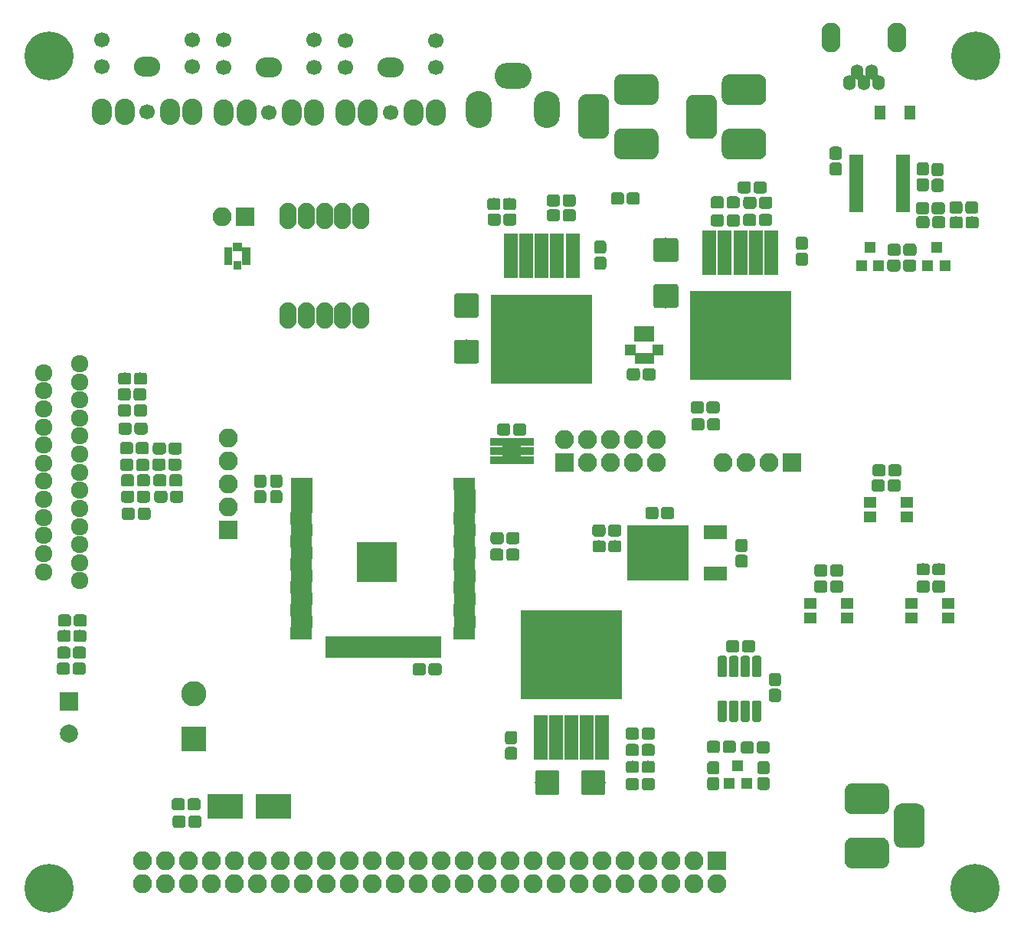
<source format=gbr>
G04 #@! TF.GenerationSoftware,KiCad,Pcbnew,5.1.2-f72e74a~84~ubuntu19.04.1*
G04 #@! TF.CreationDate,2019-05-11T10:55:16-05:00*
G04 #@! TF.ProjectId,open-dash-daughterboard,6f70656e-2d64-4617-9368-2d6461756768,rev?*
G04 #@! TF.SameCoordinates,Original*
G04 #@! TF.FileFunction,Soldermask,Top*
G04 #@! TF.FilePolarity,Negative*
%FSLAX46Y46*%
G04 Gerber Fmt 4.6, Leading zero omitted, Abs format (unit mm)*
G04 Created by KiCad (PCBNEW 5.1.2-f72e74a~84~ubuntu19.04.1) date 2019-05-11 10:55:16*
%MOMM*%
%LPD*%
G04 APERTURE LIST*
%ADD10R,1.300000X1.600000*%
%ADD11O,2.100000X2.100000*%
%ADD12R,2.100000X2.100000*%
%ADD13C,0.100000*%
%ADD14C,1.350000*%
%ADD15C,2.000000*%
%ADD16R,2.000000X2.000000*%
%ADD17C,5.400000*%
%ADD18C,3.400000*%
%ADD19C,1.700000*%
%ADD20O,2.900000X2.200000*%
%ADD21O,2.200000X2.900000*%
%ADD22C,0.900000*%
%ADD23R,2.400000X1.400000*%
%ADD24R,1.400000X2.400000*%
%ADD25R,4.400000X4.400000*%
%ADD26R,1.200000X1.670000*%
%ADD27R,1.250000X0.700000*%
%ADD28R,0.700000X1.250000*%
%ADD29C,1.924000*%
%ADD30R,1.650000X0.850000*%
%ADD31R,2.000000X2.900000*%
%ADD32R,1.500000X5.000000*%
%ADD33R,11.200000X9.800000*%
%ADD34R,2.600000X1.600000*%
%ADD35R,6.800000X6.200000*%
%ADD36R,1.600000X0.800000*%
%ADD37O,1.900000X2.900000*%
%ADD38C,1.000000*%
%ADD39R,1.400000X1.300000*%
%ADD40R,1.200000X1.300000*%
%ADD41O,1.400000X1.700000*%
%ADD42O,2.100000X3.300000*%
%ADD43O,2.900000X4.100000*%
%ADD44O,4.100000X2.900000*%
%ADD45R,3.900000X2.700000*%
%ADD46C,2.650000*%
%ADD47R,2.800000X2.800000*%
%ADD48C,2.800000*%
G04 APERTURE END LIST*
D10*
X163917360Y-55006240D03*
X167217360Y-55006240D03*
D11*
X91155520Y-66537840D03*
D12*
X93695520Y-66537840D03*
D13*
G36*
X174472781Y-64858625D02*
G01*
X174505543Y-64863485D01*
X174537671Y-64871533D01*
X174568856Y-64882691D01*
X174598796Y-64896852D01*
X174627205Y-64913879D01*
X174653808Y-64933609D01*
X174678349Y-64955851D01*
X174700591Y-64980392D01*
X174720321Y-65006995D01*
X174737348Y-65035404D01*
X174751509Y-65065344D01*
X174762667Y-65096529D01*
X174770715Y-65128657D01*
X174775575Y-65161419D01*
X174777200Y-65194500D01*
X174777200Y-65869500D01*
X174775575Y-65902581D01*
X174770715Y-65935343D01*
X174762667Y-65967471D01*
X174751509Y-65998656D01*
X174737348Y-66028596D01*
X174720321Y-66057005D01*
X174700591Y-66083608D01*
X174678349Y-66108149D01*
X174653808Y-66130391D01*
X174627205Y-66150121D01*
X174598796Y-66167148D01*
X174568856Y-66181309D01*
X174537671Y-66192467D01*
X174505543Y-66200515D01*
X174472781Y-66205375D01*
X174439700Y-66207000D01*
X173664700Y-66207000D01*
X173631619Y-66205375D01*
X173598857Y-66200515D01*
X173566729Y-66192467D01*
X173535544Y-66181309D01*
X173505604Y-66167148D01*
X173477195Y-66150121D01*
X173450592Y-66130391D01*
X173426051Y-66108149D01*
X173403809Y-66083608D01*
X173384079Y-66057005D01*
X173367052Y-66028596D01*
X173352891Y-65998656D01*
X173341733Y-65967471D01*
X173333685Y-65935343D01*
X173328825Y-65902581D01*
X173327200Y-65869500D01*
X173327200Y-65194500D01*
X173328825Y-65161419D01*
X173333685Y-65128657D01*
X173341733Y-65096529D01*
X173352891Y-65065344D01*
X173367052Y-65035404D01*
X173384079Y-65006995D01*
X173403809Y-64980392D01*
X173426051Y-64955851D01*
X173450592Y-64933609D01*
X173477195Y-64913879D01*
X173505604Y-64896852D01*
X173535544Y-64882691D01*
X173566729Y-64871533D01*
X173598857Y-64863485D01*
X173631619Y-64858625D01*
X173664700Y-64857000D01*
X174439700Y-64857000D01*
X174472781Y-64858625D01*
X174472781Y-64858625D01*
G37*
D14*
X174052200Y-65532000D03*
D13*
G36*
X172722781Y-64858625D02*
G01*
X172755543Y-64863485D01*
X172787671Y-64871533D01*
X172818856Y-64882691D01*
X172848796Y-64896852D01*
X172877205Y-64913879D01*
X172903808Y-64933609D01*
X172928349Y-64955851D01*
X172950591Y-64980392D01*
X172970321Y-65006995D01*
X172987348Y-65035404D01*
X173001509Y-65065344D01*
X173012667Y-65096529D01*
X173020715Y-65128657D01*
X173025575Y-65161419D01*
X173027200Y-65194500D01*
X173027200Y-65869500D01*
X173025575Y-65902581D01*
X173020715Y-65935343D01*
X173012667Y-65967471D01*
X173001509Y-65998656D01*
X172987348Y-66028596D01*
X172970321Y-66057005D01*
X172950591Y-66083608D01*
X172928349Y-66108149D01*
X172903808Y-66130391D01*
X172877205Y-66150121D01*
X172848796Y-66167148D01*
X172818856Y-66181309D01*
X172787671Y-66192467D01*
X172755543Y-66200515D01*
X172722781Y-66205375D01*
X172689700Y-66207000D01*
X171914700Y-66207000D01*
X171881619Y-66205375D01*
X171848857Y-66200515D01*
X171816729Y-66192467D01*
X171785544Y-66181309D01*
X171755604Y-66167148D01*
X171727195Y-66150121D01*
X171700592Y-66130391D01*
X171676051Y-66108149D01*
X171653809Y-66083608D01*
X171634079Y-66057005D01*
X171617052Y-66028596D01*
X171602891Y-65998656D01*
X171591733Y-65967471D01*
X171583685Y-65935343D01*
X171578825Y-65902581D01*
X171577200Y-65869500D01*
X171577200Y-65194500D01*
X171578825Y-65161419D01*
X171583685Y-65128657D01*
X171591733Y-65096529D01*
X171602891Y-65065344D01*
X171617052Y-65035404D01*
X171634079Y-65006995D01*
X171653809Y-64980392D01*
X171676051Y-64955851D01*
X171700592Y-64933609D01*
X171727195Y-64913879D01*
X171755604Y-64896852D01*
X171785544Y-64882691D01*
X171816729Y-64871533D01*
X171848857Y-64863485D01*
X171881619Y-64858625D01*
X171914700Y-64857000D01*
X172689700Y-64857000D01*
X172722781Y-64858625D01*
X172722781Y-64858625D01*
G37*
D14*
X172302200Y-65532000D03*
D13*
G36*
X170815181Y-66484225D02*
G01*
X170847943Y-66489085D01*
X170880071Y-66497133D01*
X170911256Y-66508291D01*
X170941196Y-66522452D01*
X170969605Y-66539479D01*
X170996208Y-66559209D01*
X171020749Y-66581451D01*
X171042991Y-66605992D01*
X171062721Y-66632595D01*
X171079748Y-66661004D01*
X171093909Y-66690944D01*
X171105067Y-66722129D01*
X171113115Y-66754257D01*
X171117975Y-66787019D01*
X171119600Y-66820100D01*
X171119600Y-67495100D01*
X171117975Y-67528181D01*
X171113115Y-67560943D01*
X171105067Y-67593071D01*
X171093909Y-67624256D01*
X171079748Y-67654196D01*
X171062721Y-67682605D01*
X171042991Y-67709208D01*
X171020749Y-67733749D01*
X170996208Y-67755991D01*
X170969605Y-67775721D01*
X170941196Y-67792748D01*
X170911256Y-67806909D01*
X170880071Y-67818067D01*
X170847943Y-67826115D01*
X170815181Y-67830975D01*
X170782100Y-67832600D01*
X170007100Y-67832600D01*
X169974019Y-67830975D01*
X169941257Y-67826115D01*
X169909129Y-67818067D01*
X169877944Y-67806909D01*
X169848004Y-67792748D01*
X169819595Y-67775721D01*
X169792992Y-67755991D01*
X169768451Y-67733749D01*
X169746209Y-67709208D01*
X169726479Y-67682605D01*
X169709452Y-67654196D01*
X169695291Y-67624256D01*
X169684133Y-67593071D01*
X169676085Y-67560943D01*
X169671225Y-67528181D01*
X169669600Y-67495100D01*
X169669600Y-66820100D01*
X169671225Y-66787019D01*
X169676085Y-66754257D01*
X169684133Y-66722129D01*
X169695291Y-66690944D01*
X169709452Y-66661004D01*
X169726479Y-66632595D01*
X169746209Y-66605992D01*
X169768451Y-66581451D01*
X169792992Y-66559209D01*
X169819595Y-66539479D01*
X169848004Y-66522452D01*
X169877944Y-66508291D01*
X169909129Y-66497133D01*
X169941257Y-66489085D01*
X169974019Y-66484225D01*
X170007100Y-66482600D01*
X170782100Y-66482600D01*
X170815181Y-66484225D01*
X170815181Y-66484225D01*
G37*
D14*
X170394600Y-67157600D03*
D13*
G36*
X169065181Y-66484225D02*
G01*
X169097943Y-66489085D01*
X169130071Y-66497133D01*
X169161256Y-66508291D01*
X169191196Y-66522452D01*
X169219605Y-66539479D01*
X169246208Y-66559209D01*
X169270749Y-66581451D01*
X169292991Y-66605992D01*
X169312721Y-66632595D01*
X169329748Y-66661004D01*
X169343909Y-66690944D01*
X169355067Y-66722129D01*
X169363115Y-66754257D01*
X169367975Y-66787019D01*
X169369600Y-66820100D01*
X169369600Y-67495100D01*
X169367975Y-67528181D01*
X169363115Y-67560943D01*
X169355067Y-67593071D01*
X169343909Y-67624256D01*
X169329748Y-67654196D01*
X169312721Y-67682605D01*
X169292991Y-67709208D01*
X169270749Y-67733749D01*
X169246208Y-67755991D01*
X169219605Y-67775721D01*
X169191196Y-67792748D01*
X169161256Y-67806909D01*
X169130071Y-67818067D01*
X169097943Y-67826115D01*
X169065181Y-67830975D01*
X169032100Y-67832600D01*
X168257100Y-67832600D01*
X168224019Y-67830975D01*
X168191257Y-67826115D01*
X168159129Y-67818067D01*
X168127944Y-67806909D01*
X168098004Y-67792748D01*
X168069595Y-67775721D01*
X168042992Y-67755991D01*
X168018451Y-67733749D01*
X167996209Y-67709208D01*
X167976479Y-67682605D01*
X167959452Y-67654196D01*
X167945291Y-67624256D01*
X167934133Y-67593071D01*
X167926085Y-67560943D01*
X167921225Y-67528181D01*
X167919600Y-67495100D01*
X167919600Y-66820100D01*
X167921225Y-66787019D01*
X167926085Y-66754257D01*
X167934133Y-66722129D01*
X167945291Y-66690944D01*
X167959452Y-66661004D01*
X167976479Y-66632595D01*
X167996209Y-66605992D01*
X168018451Y-66581451D01*
X168042992Y-66559209D01*
X168069595Y-66539479D01*
X168098004Y-66522452D01*
X168127944Y-66508291D01*
X168159129Y-66497133D01*
X168191257Y-66489085D01*
X168224019Y-66484225D01*
X168257100Y-66482600D01*
X169032100Y-66482600D01*
X169065181Y-66484225D01*
X169065181Y-66484225D01*
G37*
D14*
X168644600Y-67157600D03*
D13*
G36*
X174498181Y-66509625D02*
G01*
X174530943Y-66514485D01*
X174563071Y-66522533D01*
X174594256Y-66533691D01*
X174624196Y-66547852D01*
X174652605Y-66564879D01*
X174679208Y-66584609D01*
X174703749Y-66606851D01*
X174725991Y-66631392D01*
X174745721Y-66657995D01*
X174762748Y-66686404D01*
X174776909Y-66716344D01*
X174788067Y-66747529D01*
X174796115Y-66779657D01*
X174800975Y-66812419D01*
X174802600Y-66845500D01*
X174802600Y-67520500D01*
X174800975Y-67553581D01*
X174796115Y-67586343D01*
X174788067Y-67618471D01*
X174776909Y-67649656D01*
X174762748Y-67679596D01*
X174745721Y-67708005D01*
X174725991Y-67734608D01*
X174703749Y-67759149D01*
X174679208Y-67781391D01*
X174652605Y-67801121D01*
X174624196Y-67818148D01*
X174594256Y-67832309D01*
X174563071Y-67843467D01*
X174530943Y-67851515D01*
X174498181Y-67856375D01*
X174465100Y-67858000D01*
X173690100Y-67858000D01*
X173657019Y-67856375D01*
X173624257Y-67851515D01*
X173592129Y-67843467D01*
X173560944Y-67832309D01*
X173531004Y-67818148D01*
X173502595Y-67801121D01*
X173475992Y-67781391D01*
X173451451Y-67759149D01*
X173429209Y-67734608D01*
X173409479Y-67708005D01*
X173392452Y-67679596D01*
X173378291Y-67649656D01*
X173367133Y-67618471D01*
X173359085Y-67586343D01*
X173354225Y-67553581D01*
X173352600Y-67520500D01*
X173352600Y-66845500D01*
X173354225Y-66812419D01*
X173359085Y-66779657D01*
X173367133Y-66747529D01*
X173378291Y-66716344D01*
X173392452Y-66686404D01*
X173409479Y-66657995D01*
X173429209Y-66631392D01*
X173451451Y-66606851D01*
X173475992Y-66584609D01*
X173502595Y-66564879D01*
X173531004Y-66547852D01*
X173560944Y-66533691D01*
X173592129Y-66522533D01*
X173624257Y-66514485D01*
X173657019Y-66509625D01*
X173690100Y-66508000D01*
X174465100Y-66508000D01*
X174498181Y-66509625D01*
X174498181Y-66509625D01*
G37*
D14*
X174077600Y-67183000D03*
D13*
G36*
X172748181Y-66509625D02*
G01*
X172780943Y-66514485D01*
X172813071Y-66522533D01*
X172844256Y-66533691D01*
X172874196Y-66547852D01*
X172902605Y-66564879D01*
X172929208Y-66584609D01*
X172953749Y-66606851D01*
X172975991Y-66631392D01*
X172995721Y-66657995D01*
X173012748Y-66686404D01*
X173026909Y-66716344D01*
X173038067Y-66747529D01*
X173046115Y-66779657D01*
X173050975Y-66812419D01*
X173052600Y-66845500D01*
X173052600Y-67520500D01*
X173050975Y-67553581D01*
X173046115Y-67586343D01*
X173038067Y-67618471D01*
X173026909Y-67649656D01*
X173012748Y-67679596D01*
X172995721Y-67708005D01*
X172975991Y-67734608D01*
X172953749Y-67759149D01*
X172929208Y-67781391D01*
X172902605Y-67801121D01*
X172874196Y-67818148D01*
X172844256Y-67832309D01*
X172813071Y-67843467D01*
X172780943Y-67851515D01*
X172748181Y-67856375D01*
X172715100Y-67858000D01*
X171940100Y-67858000D01*
X171907019Y-67856375D01*
X171874257Y-67851515D01*
X171842129Y-67843467D01*
X171810944Y-67832309D01*
X171781004Y-67818148D01*
X171752595Y-67801121D01*
X171725992Y-67781391D01*
X171701451Y-67759149D01*
X171679209Y-67734608D01*
X171659479Y-67708005D01*
X171642452Y-67679596D01*
X171628291Y-67649656D01*
X171617133Y-67618471D01*
X171609085Y-67586343D01*
X171604225Y-67553581D01*
X171602600Y-67520500D01*
X171602600Y-66845500D01*
X171604225Y-66812419D01*
X171609085Y-66779657D01*
X171617133Y-66747529D01*
X171628291Y-66716344D01*
X171642452Y-66686404D01*
X171659479Y-66657995D01*
X171679209Y-66631392D01*
X171701451Y-66606851D01*
X171725992Y-66584609D01*
X171752595Y-66564879D01*
X171781004Y-66547852D01*
X171810944Y-66533691D01*
X171842129Y-66522533D01*
X171874257Y-66514485D01*
X171907019Y-66509625D01*
X171940100Y-66508000D01*
X172715100Y-66508000D01*
X172748181Y-66509625D01*
X172748181Y-66509625D01*
G37*
D14*
X172327600Y-67183000D03*
D13*
G36*
X170764381Y-64934825D02*
G01*
X170797143Y-64939685D01*
X170829271Y-64947733D01*
X170860456Y-64958891D01*
X170890396Y-64973052D01*
X170918805Y-64990079D01*
X170945408Y-65009809D01*
X170969949Y-65032051D01*
X170992191Y-65056592D01*
X171011921Y-65083195D01*
X171028948Y-65111604D01*
X171043109Y-65141544D01*
X171054267Y-65172729D01*
X171062315Y-65204857D01*
X171067175Y-65237619D01*
X171068800Y-65270700D01*
X171068800Y-65945700D01*
X171067175Y-65978781D01*
X171062315Y-66011543D01*
X171054267Y-66043671D01*
X171043109Y-66074856D01*
X171028948Y-66104796D01*
X171011921Y-66133205D01*
X170992191Y-66159808D01*
X170969949Y-66184349D01*
X170945408Y-66206591D01*
X170918805Y-66226321D01*
X170890396Y-66243348D01*
X170860456Y-66257509D01*
X170829271Y-66268667D01*
X170797143Y-66276715D01*
X170764381Y-66281575D01*
X170731300Y-66283200D01*
X169956300Y-66283200D01*
X169923219Y-66281575D01*
X169890457Y-66276715D01*
X169858329Y-66268667D01*
X169827144Y-66257509D01*
X169797204Y-66243348D01*
X169768795Y-66226321D01*
X169742192Y-66206591D01*
X169717651Y-66184349D01*
X169695409Y-66159808D01*
X169675679Y-66133205D01*
X169658652Y-66104796D01*
X169644491Y-66074856D01*
X169633333Y-66043671D01*
X169625285Y-66011543D01*
X169620425Y-65978781D01*
X169618800Y-65945700D01*
X169618800Y-65270700D01*
X169620425Y-65237619D01*
X169625285Y-65204857D01*
X169633333Y-65172729D01*
X169644491Y-65141544D01*
X169658652Y-65111604D01*
X169675679Y-65083195D01*
X169695409Y-65056592D01*
X169717651Y-65032051D01*
X169742192Y-65009809D01*
X169768795Y-64990079D01*
X169797204Y-64973052D01*
X169827144Y-64958891D01*
X169858329Y-64947733D01*
X169890457Y-64939685D01*
X169923219Y-64934825D01*
X169956300Y-64933200D01*
X170731300Y-64933200D01*
X170764381Y-64934825D01*
X170764381Y-64934825D01*
G37*
D14*
X170343800Y-65608200D03*
D13*
G36*
X169014381Y-64934825D02*
G01*
X169047143Y-64939685D01*
X169079271Y-64947733D01*
X169110456Y-64958891D01*
X169140396Y-64973052D01*
X169168805Y-64990079D01*
X169195408Y-65009809D01*
X169219949Y-65032051D01*
X169242191Y-65056592D01*
X169261921Y-65083195D01*
X169278948Y-65111604D01*
X169293109Y-65141544D01*
X169304267Y-65172729D01*
X169312315Y-65204857D01*
X169317175Y-65237619D01*
X169318800Y-65270700D01*
X169318800Y-65945700D01*
X169317175Y-65978781D01*
X169312315Y-66011543D01*
X169304267Y-66043671D01*
X169293109Y-66074856D01*
X169278948Y-66104796D01*
X169261921Y-66133205D01*
X169242191Y-66159808D01*
X169219949Y-66184349D01*
X169195408Y-66206591D01*
X169168805Y-66226321D01*
X169140396Y-66243348D01*
X169110456Y-66257509D01*
X169079271Y-66268667D01*
X169047143Y-66276715D01*
X169014381Y-66281575D01*
X168981300Y-66283200D01*
X168206300Y-66283200D01*
X168173219Y-66281575D01*
X168140457Y-66276715D01*
X168108329Y-66268667D01*
X168077144Y-66257509D01*
X168047204Y-66243348D01*
X168018795Y-66226321D01*
X167992192Y-66206591D01*
X167967651Y-66184349D01*
X167945409Y-66159808D01*
X167925679Y-66133205D01*
X167908652Y-66104796D01*
X167894491Y-66074856D01*
X167883333Y-66043671D01*
X167875285Y-66011543D01*
X167870425Y-65978781D01*
X167868800Y-65945700D01*
X167868800Y-65270700D01*
X167870425Y-65237619D01*
X167875285Y-65204857D01*
X167883333Y-65172729D01*
X167894491Y-65141544D01*
X167908652Y-65111604D01*
X167925679Y-65083195D01*
X167945409Y-65056592D01*
X167967651Y-65032051D01*
X167992192Y-65009809D01*
X168018795Y-64990079D01*
X168047204Y-64973052D01*
X168077144Y-64958891D01*
X168108329Y-64947733D01*
X168140457Y-64939685D01*
X168173219Y-64934825D01*
X168206300Y-64933200D01*
X168981300Y-64933200D01*
X169014381Y-64934825D01*
X169014381Y-64934825D01*
G37*
D14*
X168593800Y-65608200D03*
D15*
X74244200Y-123667400D03*
D16*
X74244200Y-120167400D03*
D17*
X72034400Y-48793400D03*
X174459900Y-48780700D03*
X174409100Y-140792200D03*
X72021700Y-140804900D03*
D13*
G36*
X164141715Y-129190293D02*
G01*
X164224227Y-129202533D01*
X164305142Y-129222801D01*
X164383681Y-129250902D01*
X164459087Y-129286567D01*
X164530635Y-129329451D01*
X164597634Y-129379141D01*
X164659441Y-129435159D01*
X164715459Y-129496966D01*
X164765149Y-129563965D01*
X164808033Y-129635513D01*
X164843698Y-129710919D01*
X164871799Y-129789458D01*
X164892067Y-129870373D01*
X164904307Y-129952885D01*
X164908400Y-130036200D01*
X164908400Y-131736200D01*
X164904307Y-131819515D01*
X164892067Y-131902027D01*
X164871799Y-131982942D01*
X164843698Y-132061481D01*
X164808033Y-132136887D01*
X164765149Y-132208435D01*
X164715459Y-132275434D01*
X164659441Y-132337241D01*
X164597634Y-132393259D01*
X164530635Y-132442949D01*
X164459087Y-132485833D01*
X164383681Y-132521498D01*
X164305142Y-132549599D01*
X164224227Y-132569867D01*
X164141715Y-132582107D01*
X164058400Y-132586200D01*
X160858400Y-132586200D01*
X160775085Y-132582107D01*
X160692573Y-132569867D01*
X160611658Y-132549599D01*
X160533119Y-132521498D01*
X160457713Y-132485833D01*
X160386165Y-132442949D01*
X160319166Y-132393259D01*
X160257359Y-132337241D01*
X160201341Y-132275434D01*
X160151651Y-132208435D01*
X160108767Y-132136887D01*
X160073102Y-132061481D01*
X160045001Y-131982942D01*
X160024733Y-131902027D01*
X160012493Y-131819515D01*
X160008400Y-131736200D01*
X160008400Y-130036200D01*
X160012493Y-129952885D01*
X160024733Y-129870373D01*
X160045001Y-129789458D01*
X160073102Y-129710919D01*
X160108767Y-129635513D01*
X160151651Y-129563965D01*
X160201341Y-129496966D01*
X160257359Y-129435159D01*
X160319166Y-129379141D01*
X160386165Y-129329451D01*
X160457713Y-129286567D01*
X160533119Y-129250902D01*
X160611658Y-129222801D01*
X160692573Y-129202533D01*
X160775085Y-129190293D01*
X160858400Y-129186200D01*
X164058400Y-129186200D01*
X164141715Y-129190293D01*
X164141715Y-129190293D01*
G37*
D18*
X162458400Y-130886200D03*
D13*
G36*
X164141715Y-135190293D02*
G01*
X164224227Y-135202533D01*
X164305142Y-135222801D01*
X164383681Y-135250902D01*
X164459087Y-135286567D01*
X164530635Y-135329451D01*
X164597634Y-135379141D01*
X164659441Y-135435159D01*
X164715459Y-135496966D01*
X164765149Y-135563965D01*
X164808033Y-135635513D01*
X164843698Y-135710919D01*
X164871799Y-135789458D01*
X164892067Y-135870373D01*
X164904307Y-135952885D01*
X164908400Y-136036200D01*
X164908400Y-137736200D01*
X164904307Y-137819515D01*
X164892067Y-137902027D01*
X164871799Y-137982942D01*
X164843698Y-138061481D01*
X164808033Y-138136887D01*
X164765149Y-138208435D01*
X164715459Y-138275434D01*
X164659441Y-138337241D01*
X164597634Y-138393259D01*
X164530635Y-138442949D01*
X164459087Y-138485833D01*
X164383681Y-138521498D01*
X164305142Y-138549599D01*
X164224227Y-138569867D01*
X164141715Y-138582107D01*
X164058400Y-138586200D01*
X160858400Y-138586200D01*
X160775085Y-138582107D01*
X160692573Y-138569867D01*
X160611658Y-138549599D01*
X160533119Y-138521498D01*
X160457713Y-138485833D01*
X160386165Y-138442949D01*
X160319166Y-138393259D01*
X160257359Y-138337241D01*
X160201341Y-138275434D01*
X160151651Y-138208435D01*
X160108767Y-138136887D01*
X160073102Y-138061481D01*
X160045001Y-137982942D01*
X160024733Y-137902027D01*
X160012493Y-137819515D01*
X160008400Y-137736200D01*
X160008400Y-136036200D01*
X160012493Y-135952885D01*
X160024733Y-135870373D01*
X160045001Y-135789458D01*
X160073102Y-135710919D01*
X160108767Y-135635513D01*
X160151651Y-135563965D01*
X160201341Y-135496966D01*
X160257359Y-135435159D01*
X160319166Y-135379141D01*
X160386165Y-135329451D01*
X160457713Y-135286567D01*
X160533119Y-135250902D01*
X160611658Y-135222801D01*
X160692573Y-135202533D01*
X160775085Y-135190293D01*
X160858400Y-135186200D01*
X164058400Y-135186200D01*
X164141715Y-135190293D01*
X164141715Y-135190293D01*
G37*
D18*
X162458400Y-136886200D03*
D13*
G36*
X168091715Y-131440293D02*
G01*
X168174227Y-131452533D01*
X168255142Y-131472801D01*
X168333681Y-131500902D01*
X168409087Y-131536567D01*
X168480635Y-131579451D01*
X168547634Y-131629141D01*
X168609441Y-131685159D01*
X168665459Y-131746966D01*
X168715149Y-131813965D01*
X168758033Y-131885513D01*
X168793698Y-131960919D01*
X168821799Y-132039458D01*
X168842067Y-132120373D01*
X168854307Y-132202885D01*
X168858400Y-132286200D01*
X168858400Y-135486200D01*
X168854307Y-135569515D01*
X168842067Y-135652027D01*
X168821799Y-135732942D01*
X168793698Y-135811481D01*
X168758033Y-135886887D01*
X168715149Y-135958435D01*
X168665459Y-136025434D01*
X168609441Y-136087241D01*
X168547634Y-136143259D01*
X168480635Y-136192949D01*
X168409087Y-136235833D01*
X168333681Y-136271498D01*
X168255142Y-136299599D01*
X168174227Y-136319867D01*
X168091715Y-136332107D01*
X168008400Y-136336200D01*
X166308400Y-136336200D01*
X166225085Y-136332107D01*
X166142573Y-136319867D01*
X166061658Y-136299599D01*
X165983119Y-136271498D01*
X165907713Y-136235833D01*
X165836165Y-136192949D01*
X165769166Y-136143259D01*
X165707359Y-136087241D01*
X165651341Y-136025434D01*
X165601651Y-135958435D01*
X165558767Y-135886887D01*
X165523102Y-135811481D01*
X165495001Y-135732942D01*
X165474733Y-135652027D01*
X165462493Y-135569515D01*
X165458400Y-135486200D01*
X165458400Y-132286200D01*
X165462493Y-132202885D01*
X165474733Y-132120373D01*
X165495001Y-132039458D01*
X165523102Y-131960919D01*
X165558767Y-131885513D01*
X165601651Y-131813965D01*
X165651341Y-131746966D01*
X165707359Y-131685159D01*
X165769166Y-131629141D01*
X165836165Y-131579451D01*
X165907713Y-131536567D01*
X165983119Y-131500902D01*
X166061658Y-131472801D01*
X166142573Y-131452533D01*
X166225085Y-131440293D01*
X166308400Y-131436200D01*
X168008400Y-131436200D01*
X168091715Y-131440293D01*
X168091715Y-131440293D01*
G37*
D18*
X167158400Y-133886200D03*
D19*
X87909400Y-46951900D03*
X77901800Y-46951900D03*
X77901800Y-49961800D03*
X87909400Y-49961800D03*
D20*
X82905600Y-49961800D03*
D19*
X82905600Y-54965600D03*
D21*
X87909400Y-54965600D03*
X77901800Y-54965600D03*
X80403700Y-54965600D03*
X85407500Y-54965600D03*
D19*
X101371400Y-47002700D03*
X91363800Y-47002700D03*
X91363800Y-50012600D03*
X101371400Y-50012600D03*
D20*
X96367600Y-50012600D03*
D19*
X96367600Y-55016400D03*
D21*
X101371400Y-55016400D03*
X91363800Y-55016400D03*
X93865700Y-55016400D03*
X98869500Y-55016400D03*
D19*
X114808000Y-47053500D03*
X104800400Y-47053500D03*
X104800400Y-50063400D03*
X114808000Y-50063400D03*
D20*
X109804200Y-50063400D03*
D19*
X109804200Y-55067200D03*
D21*
X114808000Y-55067200D03*
X104800400Y-55067200D03*
X107302300Y-55067200D03*
X112306100Y-55067200D03*
D22*
X92862400Y-69913500D03*
D13*
G36*
X93362400Y-69463500D02*
G01*
X93362400Y-70363500D01*
X92362400Y-70363500D01*
X92362400Y-69463500D01*
X93362400Y-69463500D01*
X93362400Y-69463500D01*
G37*
D22*
X92862400Y-71920100D03*
D13*
G36*
X93312400Y-71470100D02*
G01*
X93312400Y-72370100D01*
X92412400Y-72370100D01*
X92412400Y-71470100D01*
X93312400Y-71470100D01*
X93312400Y-71470100D01*
G37*
D22*
X91859100Y-70916800D03*
D13*
G36*
X92309100Y-69926800D02*
G01*
X92309100Y-71906800D01*
X91409100Y-71906800D01*
X91409100Y-69926800D01*
X92309100Y-69926800D01*
X92309100Y-69926800D01*
G37*
D22*
X93865700Y-70916800D03*
D13*
G36*
X94315700Y-69926800D02*
G01*
X94315700Y-71906800D01*
X93415700Y-71906800D01*
X93415700Y-69926800D01*
X94315700Y-69926800D01*
X94315700Y-69926800D01*
G37*
G36*
X150553715Y-56803093D02*
G01*
X150636227Y-56815333D01*
X150717142Y-56835601D01*
X150795681Y-56863702D01*
X150871087Y-56899367D01*
X150942635Y-56942251D01*
X151009634Y-56991941D01*
X151071441Y-57047959D01*
X151127459Y-57109766D01*
X151177149Y-57176765D01*
X151220033Y-57248313D01*
X151255698Y-57323719D01*
X151283799Y-57402258D01*
X151304067Y-57483173D01*
X151316307Y-57565685D01*
X151320400Y-57649000D01*
X151320400Y-59349000D01*
X151316307Y-59432315D01*
X151304067Y-59514827D01*
X151283799Y-59595742D01*
X151255698Y-59674281D01*
X151220033Y-59749687D01*
X151177149Y-59821235D01*
X151127459Y-59888234D01*
X151071441Y-59950041D01*
X151009634Y-60006059D01*
X150942635Y-60055749D01*
X150871087Y-60098633D01*
X150795681Y-60134298D01*
X150717142Y-60162399D01*
X150636227Y-60182667D01*
X150553715Y-60194907D01*
X150470400Y-60199000D01*
X147270400Y-60199000D01*
X147187085Y-60194907D01*
X147104573Y-60182667D01*
X147023658Y-60162399D01*
X146945119Y-60134298D01*
X146869713Y-60098633D01*
X146798165Y-60055749D01*
X146731166Y-60006059D01*
X146669359Y-59950041D01*
X146613341Y-59888234D01*
X146563651Y-59821235D01*
X146520767Y-59749687D01*
X146485102Y-59674281D01*
X146457001Y-59595742D01*
X146436733Y-59514827D01*
X146424493Y-59432315D01*
X146420400Y-59349000D01*
X146420400Y-57649000D01*
X146424493Y-57565685D01*
X146436733Y-57483173D01*
X146457001Y-57402258D01*
X146485102Y-57323719D01*
X146520767Y-57248313D01*
X146563651Y-57176765D01*
X146613341Y-57109766D01*
X146669359Y-57047959D01*
X146731166Y-56991941D01*
X146798165Y-56942251D01*
X146869713Y-56899367D01*
X146945119Y-56863702D01*
X147023658Y-56835601D01*
X147104573Y-56815333D01*
X147187085Y-56803093D01*
X147270400Y-56799000D01*
X150470400Y-56799000D01*
X150553715Y-56803093D01*
X150553715Y-56803093D01*
G37*
D18*
X148870400Y-58499000D03*
D13*
G36*
X150553715Y-50803093D02*
G01*
X150636227Y-50815333D01*
X150717142Y-50835601D01*
X150795681Y-50863702D01*
X150871087Y-50899367D01*
X150942635Y-50942251D01*
X151009634Y-50991941D01*
X151071441Y-51047959D01*
X151127459Y-51109766D01*
X151177149Y-51176765D01*
X151220033Y-51248313D01*
X151255698Y-51323719D01*
X151283799Y-51402258D01*
X151304067Y-51483173D01*
X151316307Y-51565685D01*
X151320400Y-51649000D01*
X151320400Y-53349000D01*
X151316307Y-53432315D01*
X151304067Y-53514827D01*
X151283799Y-53595742D01*
X151255698Y-53674281D01*
X151220033Y-53749687D01*
X151177149Y-53821235D01*
X151127459Y-53888234D01*
X151071441Y-53950041D01*
X151009634Y-54006059D01*
X150942635Y-54055749D01*
X150871087Y-54098633D01*
X150795681Y-54134298D01*
X150717142Y-54162399D01*
X150636227Y-54182667D01*
X150553715Y-54194907D01*
X150470400Y-54199000D01*
X147270400Y-54199000D01*
X147187085Y-54194907D01*
X147104573Y-54182667D01*
X147023658Y-54162399D01*
X146945119Y-54134298D01*
X146869713Y-54098633D01*
X146798165Y-54055749D01*
X146731166Y-54006059D01*
X146669359Y-53950041D01*
X146613341Y-53888234D01*
X146563651Y-53821235D01*
X146520767Y-53749687D01*
X146485102Y-53674281D01*
X146457001Y-53595742D01*
X146436733Y-53514827D01*
X146424493Y-53432315D01*
X146420400Y-53349000D01*
X146420400Y-51649000D01*
X146424493Y-51565685D01*
X146436733Y-51483173D01*
X146457001Y-51402258D01*
X146485102Y-51323719D01*
X146520767Y-51248313D01*
X146563651Y-51176765D01*
X146613341Y-51109766D01*
X146669359Y-51047959D01*
X146731166Y-50991941D01*
X146798165Y-50942251D01*
X146869713Y-50899367D01*
X146945119Y-50863702D01*
X147023658Y-50835601D01*
X147104573Y-50815333D01*
X147187085Y-50803093D01*
X147270400Y-50799000D01*
X150470400Y-50799000D01*
X150553715Y-50803093D01*
X150553715Y-50803093D01*
G37*
D18*
X148870400Y-52499000D03*
D13*
G36*
X145103715Y-53053093D02*
G01*
X145186227Y-53065333D01*
X145267142Y-53085601D01*
X145345681Y-53113702D01*
X145421087Y-53149367D01*
X145492635Y-53192251D01*
X145559634Y-53241941D01*
X145621441Y-53297959D01*
X145677459Y-53359766D01*
X145727149Y-53426765D01*
X145770033Y-53498313D01*
X145805698Y-53573719D01*
X145833799Y-53652258D01*
X145854067Y-53733173D01*
X145866307Y-53815685D01*
X145870400Y-53899000D01*
X145870400Y-57099000D01*
X145866307Y-57182315D01*
X145854067Y-57264827D01*
X145833799Y-57345742D01*
X145805698Y-57424281D01*
X145770033Y-57499687D01*
X145727149Y-57571235D01*
X145677459Y-57638234D01*
X145621441Y-57700041D01*
X145559634Y-57756059D01*
X145492635Y-57805749D01*
X145421087Y-57848633D01*
X145345681Y-57884298D01*
X145267142Y-57912399D01*
X145186227Y-57932667D01*
X145103715Y-57944907D01*
X145020400Y-57949000D01*
X143320400Y-57949000D01*
X143237085Y-57944907D01*
X143154573Y-57932667D01*
X143073658Y-57912399D01*
X142995119Y-57884298D01*
X142919713Y-57848633D01*
X142848165Y-57805749D01*
X142781166Y-57756059D01*
X142719359Y-57700041D01*
X142663341Y-57638234D01*
X142613651Y-57571235D01*
X142570767Y-57499687D01*
X142535102Y-57424281D01*
X142507001Y-57345742D01*
X142486733Y-57264827D01*
X142474493Y-57182315D01*
X142470400Y-57099000D01*
X142470400Y-53899000D01*
X142474493Y-53815685D01*
X142486733Y-53733173D01*
X142507001Y-53652258D01*
X142535102Y-53573719D01*
X142570767Y-53498313D01*
X142613651Y-53426765D01*
X142663341Y-53359766D01*
X142719359Y-53297959D01*
X142781166Y-53241941D01*
X142848165Y-53192251D01*
X142919713Y-53149367D01*
X142995119Y-53113702D01*
X143073658Y-53085601D01*
X143154573Y-53065333D01*
X143237085Y-53053093D01*
X143320400Y-53049000D01*
X145020400Y-53049000D01*
X145103715Y-53053093D01*
X145103715Y-53053093D01*
G37*
D18*
X144170400Y-55499000D03*
D13*
G36*
X138640115Y-56780493D02*
G01*
X138722627Y-56792733D01*
X138803542Y-56813001D01*
X138882081Y-56841102D01*
X138957487Y-56876767D01*
X139029035Y-56919651D01*
X139096034Y-56969341D01*
X139157841Y-57025359D01*
X139213859Y-57087166D01*
X139263549Y-57154165D01*
X139306433Y-57225713D01*
X139342098Y-57301119D01*
X139370199Y-57379658D01*
X139390467Y-57460573D01*
X139402707Y-57543085D01*
X139406800Y-57626400D01*
X139406800Y-59326400D01*
X139402707Y-59409715D01*
X139390467Y-59492227D01*
X139370199Y-59573142D01*
X139342098Y-59651681D01*
X139306433Y-59727087D01*
X139263549Y-59798635D01*
X139213859Y-59865634D01*
X139157841Y-59927441D01*
X139096034Y-59983459D01*
X139029035Y-60033149D01*
X138957487Y-60076033D01*
X138882081Y-60111698D01*
X138803542Y-60139799D01*
X138722627Y-60160067D01*
X138640115Y-60172307D01*
X138556800Y-60176400D01*
X135356800Y-60176400D01*
X135273485Y-60172307D01*
X135190973Y-60160067D01*
X135110058Y-60139799D01*
X135031519Y-60111698D01*
X134956113Y-60076033D01*
X134884565Y-60033149D01*
X134817566Y-59983459D01*
X134755759Y-59927441D01*
X134699741Y-59865634D01*
X134650051Y-59798635D01*
X134607167Y-59727087D01*
X134571502Y-59651681D01*
X134543401Y-59573142D01*
X134523133Y-59492227D01*
X134510893Y-59409715D01*
X134506800Y-59326400D01*
X134506800Y-57626400D01*
X134510893Y-57543085D01*
X134523133Y-57460573D01*
X134543401Y-57379658D01*
X134571502Y-57301119D01*
X134607167Y-57225713D01*
X134650051Y-57154165D01*
X134699741Y-57087166D01*
X134755759Y-57025359D01*
X134817566Y-56969341D01*
X134884565Y-56919651D01*
X134956113Y-56876767D01*
X135031519Y-56841102D01*
X135110058Y-56813001D01*
X135190973Y-56792733D01*
X135273485Y-56780493D01*
X135356800Y-56776400D01*
X138556800Y-56776400D01*
X138640115Y-56780493D01*
X138640115Y-56780493D01*
G37*
D18*
X136956800Y-58476400D03*
D13*
G36*
X138640115Y-50780493D02*
G01*
X138722627Y-50792733D01*
X138803542Y-50813001D01*
X138882081Y-50841102D01*
X138957487Y-50876767D01*
X139029035Y-50919651D01*
X139096034Y-50969341D01*
X139157841Y-51025359D01*
X139213859Y-51087166D01*
X139263549Y-51154165D01*
X139306433Y-51225713D01*
X139342098Y-51301119D01*
X139370199Y-51379658D01*
X139390467Y-51460573D01*
X139402707Y-51543085D01*
X139406800Y-51626400D01*
X139406800Y-53326400D01*
X139402707Y-53409715D01*
X139390467Y-53492227D01*
X139370199Y-53573142D01*
X139342098Y-53651681D01*
X139306433Y-53727087D01*
X139263549Y-53798635D01*
X139213859Y-53865634D01*
X139157841Y-53927441D01*
X139096034Y-53983459D01*
X139029035Y-54033149D01*
X138957487Y-54076033D01*
X138882081Y-54111698D01*
X138803542Y-54139799D01*
X138722627Y-54160067D01*
X138640115Y-54172307D01*
X138556800Y-54176400D01*
X135356800Y-54176400D01*
X135273485Y-54172307D01*
X135190973Y-54160067D01*
X135110058Y-54139799D01*
X135031519Y-54111698D01*
X134956113Y-54076033D01*
X134884565Y-54033149D01*
X134817566Y-53983459D01*
X134755759Y-53927441D01*
X134699741Y-53865634D01*
X134650051Y-53798635D01*
X134607167Y-53727087D01*
X134571502Y-53651681D01*
X134543401Y-53573142D01*
X134523133Y-53492227D01*
X134510893Y-53409715D01*
X134506800Y-53326400D01*
X134506800Y-51626400D01*
X134510893Y-51543085D01*
X134523133Y-51460573D01*
X134543401Y-51379658D01*
X134571502Y-51301119D01*
X134607167Y-51225713D01*
X134650051Y-51154165D01*
X134699741Y-51087166D01*
X134755759Y-51025359D01*
X134817566Y-50969341D01*
X134884565Y-50919651D01*
X134956113Y-50876767D01*
X135031519Y-50841102D01*
X135110058Y-50813001D01*
X135190973Y-50792733D01*
X135273485Y-50780493D01*
X135356800Y-50776400D01*
X138556800Y-50776400D01*
X138640115Y-50780493D01*
X138640115Y-50780493D01*
G37*
D18*
X136956800Y-52476400D03*
D13*
G36*
X133190115Y-53030493D02*
G01*
X133272627Y-53042733D01*
X133353542Y-53063001D01*
X133432081Y-53091102D01*
X133507487Y-53126767D01*
X133579035Y-53169651D01*
X133646034Y-53219341D01*
X133707841Y-53275359D01*
X133763859Y-53337166D01*
X133813549Y-53404165D01*
X133856433Y-53475713D01*
X133892098Y-53551119D01*
X133920199Y-53629658D01*
X133940467Y-53710573D01*
X133952707Y-53793085D01*
X133956800Y-53876400D01*
X133956800Y-57076400D01*
X133952707Y-57159715D01*
X133940467Y-57242227D01*
X133920199Y-57323142D01*
X133892098Y-57401681D01*
X133856433Y-57477087D01*
X133813549Y-57548635D01*
X133763859Y-57615634D01*
X133707841Y-57677441D01*
X133646034Y-57733459D01*
X133579035Y-57783149D01*
X133507487Y-57826033D01*
X133432081Y-57861698D01*
X133353542Y-57889799D01*
X133272627Y-57910067D01*
X133190115Y-57922307D01*
X133106800Y-57926400D01*
X131406800Y-57926400D01*
X131323485Y-57922307D01*
X131240973Y-57910067D01*
X131160058Y-57889799D01*
X131081519Y-57861698D01*
X131006113Y-57826033D01*
X130934565Y-57783149D01*
X130867566Y-57733459D01*
X130805759Y-57677441D01*
X130749741Y-57615634D01*
X130700051Y-57548635D01*
X130657167Y-57477087D01*
X130621502Y-57401681D01*
X130593401Y-57323142D01*
X130573133Y-57242227D01*
X130560893Y-57159715D01*
X130556800Y-57076400D01*
X130556800Y-53876400D01*
X130560893Y-53793085D01*
X130573133Y-53710573D01*
X130593401Y-53629658D01*
X130621502Y-53551119D01*
X130657167Y-53475713D01*
X130700051Y-53404165D01*
X130749741Y-53337166D01*
X130805759Y-53275359D01*
X130867566Y-53219341D01*
X130934565Y-53169651D01*
X131006113Y-53126767D01*
X131081519Y-53091102D01*
X131160058Y-53063001D01*
X131240973Y-53042733D01*
X131323485Y-53030493D01*
X131406800Y-53026400D01*
X133106800Y-53026400D01*
X133190115Y-53030493D01*
X133190115Y-53030493D01*
G37*
D18*
X132256800Y-55476400D03*
D23*
X99949000Y-98602800D03*
X117983000Y-98630800D03*
D24*
X113411000Y-114096800D03*
X114681000Y-114096800D03*
X108331000Y-114096800D03*
X109601000Y-114096800D03*
X112141000Y-114096800D03*
X110871000Y-114096800D03*
X105791000Y-114096800D03*
X107061000Y-114096800D03*
X104521000Y-114096800D03*
X103251000Y-114096800D03*
D23*
X117967000Y-96082800D03*
X117983000Y-97360800D03*
X117983000Y-101170800D03*
X117967000Y-99892800D03*
X117967000Y-104972800D03*
X117983000Y-106250800D03*
X117983000Y-103710800D03*
X117967000Y-102432800D03*
X117967000Y-112592800D03*
X117967000Y-110052800D03*
X117983000Y-111330800D03*
X117983000Y-108790800D03*
X117967000Y-107512800D03*
X99933000Y-107512800D03*
X99949000Y-108790800D03*
X99949000Y-111330800D03*
X99933000Y-110052800D03*
X99933000Y-112592800D03*
X99933000Y-102432800D03*
X99949000Y-103710800D03*
X99949000Y-106250800D03*
X99933000Y-104972800D03*
X99933000Y-99892800D03*
X99949000Y-101170800D03*
X99949000Y-97332800D03*
X99949000Y-96062800D03*
D25*
X108275120Y-104749600D03*
D26*
X138325200Y-79540200D03*
X137325200Y-79540200D03*
D27*
X136325200Y-81040200D03*
X136325200Y-81540200D03*
X139325200Y-81040200D03*
X139325200Y-81540200D03*
D28*
X137125200Y-82240200D03*
X137625200Y-82240200D03*
X138125200Y-82240200D03*
X138625200Y-82240200D03*
D12*
X145872200Y-137769600D03*
D11*
X145872200Y-140309600D03*
X143332200Y-137769600D03*
X143332200Y-140309600D03*
X140792200Y-137769600D03*
X140792200Y-140309600D03*
X138252200Y-137769600D03*
X138252200Y-140309600D03*
X135712200Y-137769600D03*
X135712200Y-140309600D03*
X133172200Y-137769600D03*
X133172200Y-140309600D03*
X130632200Y-137769600D03*
X130632200Y-140309600D03*
X128092200Y-137769600D03*
X128092200Y-140309600D03*
X125552200Y-137769600D03*
X125552200Y-140309600D03*
X123012200Y-137769600D03*
X123012200Y-140309600D03*
X120472200Y-137769600D03*
X120472200Y-140309600D03*
X117932200Y-137769600D03*
X117932200Y-140309600D03*
X115392200Y-137769600D03*
X115392200Y-140309600D03*
X112852200Y-137769600D03*
X112852200Y-140309600D03*
X110312200Y-137769600D03*
X110312200Y-140309600D03*
X107772200Y-137769600D03*
X107772200Y-140309600D03*
X105232200Y-137769600D03*
X105232200Y-140309600D03*
X102692200Y-137769600D03*
X102692200Y-140309600D03*
X100152200Y-137769600D03*
X100152200Y-140309600D03*
X97612200Y-137769600D03*
X97612200Y-140309600D03*
X95072200Y-137769600D03*
X95072200Y-140309600D03*
X92532200Y-137769600D03*
X92532200Y-140309600D03*
X89992200Y-137769600D03*
X89992200Y-140309600D03*
X87452200Y-137769600D03*
X87452200Y-140309600D03*
X84912200Y-137769600D03*
X84912200Y-140309600D03*
X82372200Y-137769600D03*
X82372200Y-140309600D03*
X91871800Y-91008200D03*
X91871800Y-93548200D03*
X91871800Y-96088200D03*
X91871800Y-98628200D03*
D12*
X91871800Y-101168200D03*
D13*
G36*
X145873681Y-86943925D02*
G01*
X145906443Y-86948785D01*
X145938571Y-86956833D01*
X145969756Y-86967991D01*
X145999696Y-86982152D01*
X146028105Y-86999179D01*
X146054708Y-87018909D01*
X146079249Y-87041151D01*
X146101491Y-87065692D01*
X146121221Y-87092295D01*
X146138248Y-87120704D01*
X146152409Y-87150644D01*
X146163567Y-87181829D01*
X146171615Y-87213957D01*
X146176475Y-87246719D01*
X146178100Y-87279800D01*
X146178100Y-87954800D01*
X146176475Y-87987881D01*
X146171615Y-88020643D01*
X146163567Y-88052771D01*
X146152409Y-88083956D01*
X146138248Y-88113896D01*
X146121221Y-88142305D01*
X146101491Y-88168908D01*
X146079249Y-88193449D01*
X146054708Y-88215691D01*
X146028105Y-88235421D01*
X145999696Y-88252448D01*
X145969756Y-88266609D01*
X145938571Y-88277767D01*
X145906443Y-88285815D01*
X145873681Y-88290675D01*
X145840600Y-88292300D01*
X145065600Y-88292300D01*
X145032519Y-88290675D01*
X144999757Y-88285815D01*
X144967629Y-88277767D01*
X144936444Y-88266609D01*
X144906504Y-88252448D01*
X144878095Y-88235421D01*
X144851492Y-88215691D01*
X144826951Y-88193449D01*
X144804709Y-88168908D01*
X144784979Y-88142305D01*
X144767952Y-88113896D01*
X144753791Y-88083956D01*
X144742633Y-88052771D01*
X144734585Y-88020643D01*
X144729725Y-87987881D01*
X144728100Y-87954800D01*
X144728100Y-87279800D01*
X144729725Y-87246719D01*
X144734585Y-87213957D01*
X144742633Y-87181829D01*
X144753791Y-87150644D01*
X144767952Y-87120704D01*
X144784979Y-87092295D01*
X144804709Y-87065692D01*
X144826951Y-87041151D01*
X144851492Y-87018909D01*
X144878095Y-86999179D01*
X144906504Y-86982152D01*
X144936444Y-86967991D01*
X144967629Y-86956833D01*
X144999757Y-86948785D01*
X145032519Y-86943925D01*
X145065600Y-86942300D01*
X145840600Y-86942300D01*
X145873681Y-86943925D01*
X145873681Y-86943925D01*
G37*
D14*
X145453100Y-87617300D03*
D13*
G36*
X144123681Y-86943925D02*
G01*
X144156443Y-86948785D01*
X144188571Y-86956833D01*
X144219756Y-86967991D01*
X144249696Y-86982152D01*
X144278105Y-86999179D01*
X144304708Y-87018909D01*
X144329249Y-87041151D01*
X144351491Y-87065692D01*
X144371221Y-87092295D01*
X144388248Y-87120704D01*
X144402409Y-87150644D01*
X144413567Y-87181829D01*
X144421615Y-87213957D01*
X144426475Y-87246719D01*
X144428100Y-87279800D01*
X144428100Y-87954800D01*
X144426475Y-87987881D01*
X144421615Y-88020643D01*
X144413567Y-88052771D01*
X144402409Y-88083956D01*
X144388248Y-88113896D01*
X144371221Y-88142305D01*
X144351491Y-88168908D01*
X144329249Y-88193449D01*
X144304708Y-88215691D01*
X144278105Y-88235421D01*
X144249696Y-88252448D01*
X144219756Y-88266609D01*
X144188571Y-88277767D01*
X144156443Y-88285815D01*
X144123681Y-88290675D01*
X144090600Y-88292300D01*
X143315600Y-88292300D01*
X143282519Y-88290675D01*
X143249757Y-88285815D01*
X143217629Y-88277767D01*
X143186444Y-88266609D01*
X143156504Y-88252448D01*
X143128095Y-88235421D01*
X143101492Y-88215691D01*
X143076951Y-88193449D01*
X143054709Y-88168908D01*
X143034979Y-88142305D01*
X143017952Y-88113896D01*
X143003791Y-88083956D01*
X142992633Y-88052771D01*
X142984585Y-88020643D01*
X142979725Y-87987881D01*
X142978100Y-87954800D01*
X142978100Y-87279800D01*
X142979725Y-87246719D01*
X142984585Y-87213957D01*
X142992633Y-87181829D01*
X143003791Y-87150644D01*
X143017952Y-87120704D01*
X143034979Y-87092295D01*
X143054709Y-87065692D01*
X143076951Y-87041151D01*
X143101492Y-87018909D01*
X143128095Y-86999179D01*
X143156504Y-86982152D01*
X143186444Y-86967991D01*
X143217629Y-86956833D01*
X143249757Y-86948785D01*
X143282519Y-86943925D01*
X143315600Y-86942300D01*
X144090600Y-86942300D01*
X144123681Y-86943925D01*
X144123681Y-86943925D01*
G37*
D14*
X143703100Y-87617300D03*
D13*
G36*
X145947281Y-88823525D02*
G01*
X145980043Y-88828385D01*
X146012171Y-88836433D01*
X146043356Y-88847591D01*
X146073296Y-88861752D01*
X146101705Y-88878779D01*
X146128308Y-88898509D01*
X146152849Y-88920751D01*
X146175091Y-88945292D01*
X146194821Y-88971895D01*
X146211848Y-89000304D01*
X146226009Y-89030244D01*
X146237167Y-89061429D01*
X146245215Y-89093557D01*
X146250075Y-89126319D01*
X146251700Y-89159400D01*
X146251700Y-89834400D01*
X146250075Y-89867481D01*
X146245215Y-89900243D01*
X146237167Y-89932371D01*
X146226009Y-89963556D01*
X146211848Y-89993496D01*
X146194821Y-90021905D01*
X146175091Y-90048508D01*
X146152849Y-90073049D01*
X146128308Y-90095291D01*
X146101705Y-90115021D01*
X146073296Y-90132048D01*
X146043356Y-90146209D01*
X146012171Y-90157367D01*
X145980043Y-90165415D01*
X145947281Y-90170275D01*
X145914200Y-90171900D01*
X145139200Y-90171900D01*
X145106119Y-90170275D01*
X145073357Y-90165415D01*
X145041229Y-90157367D01*
X145010044Y-90146209D01*
X144980104Y-90132048D01*
X144951695Y-90115021D01*
X144925092Y-90095291D01*
X144900551Y-90073049D01*
X144878309Y-90048508D01*
X144858579Y-90021905D01*
X144841552Y-89993496D01*
X144827391Y-89963556D01*
X144816233Y-89932371D01*
X144808185Y-89900243D01*
X144803325Y-89867481D01*
X144801700Y-89834400D01*
X144801700Y-89159400D01*
X144803325Y-89126319D01*
X144808185Y-89093557D01*
X144816233Y-89061429D01*
X144827391Y-89030244D01*
X144841552Y-89000304D01*
X144858579Y-88971895D01*
X144878309Y-88945292D01*
X144900551Y-88920751D01*
X144925092Y-88898509D01*
X144951695Y-88878779D01*
X144980104Y-88861752D01*
X145010044Y-88847591D01*
X145041229Y-88836433D01*
X145073357Y-88828385D01*
X145106119Y-88823525D01*
X145139200Y-88821900D01*
X145914200Y-88821900D01*
X145947281Y-88823525D01*
X145947281Y-88823525D01*
G37*
D14*
X145526700Y-89496900D03*
D13*
G36*
X144197281Y-88823525D02*
G01*
X144230043Y-88828385D01*
X144262171Y-88836433D01*
X144293356Y-88847591D01*
X144323296Y-88861752D01*
X144351705Y-88878779D01*
X144378308Y-88898509D01*
X144402849Y-88920751D01*
X144425091Y-88945292D01*
X144444821Y-88971895D01*
X144461848Y-89000304D01*
X144476009Y-89030244D01*
X144487167Y-89061429D01*
X144495215Y-89093557D01*
X144500075Y-89126319D01*
X144501700Y-89159400D01*
X144501700Y-89834400D01*
X144500075Y-89867481D01*
X144495215Y-89900243D01*
X144487167Y-89932371D01*
X144476009Y-89963556D01*
X144461848Y-89993496D01*
X144444821Y-90021905D01*
X144425091Y-90048508D01*
X144402849Y-90073049D01*
X144378308Y-90095291D01*
X144351705Y-90115021D01*
X144323296Y-90132048D01*
X144293356Y-90146209D01*
X144262171Y-90157367D01*
X144230043Y-90165415D01*
X144197281Y-90170275D01*
X144164200Y-90171900D01*
X143389200Y-90171900D01*
X143356119Y-90170275D01*
X143323357Y-90165415D01*
X143291229Y-90157367D01*
X143260044Y-90146209D01*
X143230104Y-90132048D01*
X143201695Y-90115021D01*
X143175092Y-90095291D01*
X143150551Y-90073049D01*
X143128309Y-90048508D01*
X143108579Y-90021905D01*
X143091552Y-89993496D01*
X143077391Y-89963556D01*
X143066233Y-89932371D01*
X143058185Y-89900243D01*
X143053325Y-89867481D01*
X143051700Y-89834400D01*
X143051700Y-89159400D01*
X143053325Y-89126319D01*
X143058185Y-89093557D01*
X143066233Y-89061429D01*
X143077391Y-89030244D01*
X143091552Y-89000304D01*
X143108579Y-88971895D01*
X143128309Y-88945292D01*
X143150551Y-88920751D01*
X143175092Y-88898509D01*
X143201695Y-88878779D01*
X143230104Y-88861752D01*
X143260044Y-88847591D01*
X143291229Y-88836433D01*
X143323357Y-88828385D01*
X143356119Y-88823525D01*
X143389200Y-88821900D01*
X144164200Y-88821900D01*
X144197281Y-88823525D01*
X144197281Y-88823525D01*
G37*
D14*
X143776700Y-89496900D03*
D29*
X71437500Y-99796600D03*
X71437500Y-97802700D03*
X71437500Y-89801700D03*
X71437500Y-103797100D03*
X71437500Y-93802200D03*
X71437500Y-101803200D03*
X71437500Y-91795600D03*
X71437500Y-95796100D03*
X71437500Y-83794600D03*
X71437500Y-105803700D03*
X71437500Y-85801200D03*
X71437500Y-87795100D03*
X75438000Y-88798400D03*
X75438000Y-86804500D03*
X75438000Y-82804000D03*
X75438000Y-84797900D03*
X75438000Y-90805000D03*
X75438000Y-96799400D03*
X75438000Y-94805500D03*
X75438000Y-92798900D03*
X75438000Y-98806000D03*
X75438000Y-100799900D03*
X75438000Y-102806500D03*
X75438000Y-104800400D03*
X75438000Y-106807000D03*
D30*
X124870000Y-93456000D03*
X124870000Y-92456000D03*
X124870000Y-91456000D03*
X121570000Y-92456000D03*
X121570000Y-93456000D03*
X121570000Y-91456000D03*
D31*
X123220000Y-92456000D03*
D32*
X129917400Y-70907600D03*
X128217400Y-70907600D03*
X126517400Y-70907600D03*
X124817400Y-70907600D03*
X123117400Y-70907600D03*
D33*
X126517400Y-80057600D03*
D32*
X126394000Y-124100900D03*
X128094000Y-124100900D03*
X129794000Y-124100900D03*
X131494000Y-124100900D03*
X133194000Y-124100900D03*
D33*
X129794000Y-114950900D03*
D32*
X151856600Y-70541800D03*
X150156600Y-70541800D03*
X148456600Y-70541800D03*
X146756600Y-70541800D03*
X145056600Y-70541800D03*
D33*
X148456600Y-79691800D03*
D34*
X145671200Y-105974500D03*
X145671200Y-101414500D03*
D35*
X139371200Y-103694500D03*
D36*
X166442700Y-60007500D03*
X166442700Y-60642500D03*
X166442700Y-61277500D03*
X166442700Y-61912500D03*
X166442700Y-62547500D03*
X166442700Y-63182500D03*
X166442700Y-63817500D03*
X166442700Y-64452500D03*
X166442700Y-65087500D03*
X166442700Y-65722500D03*
X161242700Y-65722500D03*
X161242700Y-65087500D03*
X161242700Y-64452500D03*
X161242700Y-63817500D03*
X161242700Y-63182500D03*
X161242700Y-62547500D03*
X161242700Y-61912500D03*
X161242700Y-61277500D03*
X161242700Y-60642500D03*
X161242700Y-60007500D03*
D37*
X106476800Y-77470000D03*
X104470200Y-77470000D03*
X102489000Y-77470000D03*
X100482400Y-77470000D03*
X98475800Y-77470000D03*
X102489000Y-66471800D03*
X98475800Y-66471800D03*
X106476800Y-66471800D03*
X100482400Y-66471800D03*
X104470200Y-66471800D03*
D13*
G36*
X150553604Y-120046204D02*
G01*
X150577873Y-120049804D01*
X150601671Y-120055765D01*
X150624771Y-120064030D01*
X150646949Y-120074520D01*
X150667993Y-120087133D01*
X150687698Y-120101747D01*
X150705877Y-120118223D01*
X150722353Y-120136402D01*
X150736967Y-120156107D01*
X150749580Y-120177151D01*
X150760070Y-120199329D01*
X150768335Y-120222429D01*
X150774296Y-120246227D01*
X150777896Y-120270496D01*
X150779100Y-120295000D01*
X150779100Y-122145000D01*
X150777896Y-122169504D01*
X150774296Y-122193773D01*
X150768335Y-122217571D01*
X150760070Y-122240671D01*
X150749580Y-122262849D01*
X150736967Y-122283893D01*
X150722353Y-122303598D01*
X150705877Y-122321777D01*
X150687698Y-122338253D01*
X150667993Y-122352867D01*
X150646949Y-122365480D01*
X150624771Y-122375970D01*
X150601671Y-122384235D01*
X150577873Y-122390196D01*
X150553604Y-122393796D01*
X150529100Y-122395000D01*
X150029100Y-122395000D01*
X150004596Y-122393796D01*
X149980327Y-122390196D01*
X149956529Y-122384235D01*
X149933429Y-122375970D01*
X149911251Y-122365480D01*
X149890207Y-122352867D01*
X149870502Y-122338253D01*
X149852323Y-122321777D01*
X149835847Y-122303598D01*
X149821233Y-122283893D01*
X149808620Y-122262849D01*
X149798130Y-122240671D01*
X149789865Y-122217571D01*
X149783904Y-122193773D01*
X149780304Y-122169504D01*
X149779100Y-122145000D01*
X149779100Y-120295000D01*
X149780304Y-120270496D01*
X149783904Y-120246227D01*
X149789865Y-120222429D01*
X149798130Y-120199329D01*
X149808620Y-120177151D01*
X149821233Y-120156107D01*
X149835847Y-120136402D01*
X149852323Y-120118223D01*
X149870502Y-120101747D01*
X149890207Y-120087133D01*
X149911251Y-120074520D01*
X149933429Y-120064030D01*
X149956529Y-120055765D01*
X149980327Y-120049804D01*
X150004596Y-120046204D01*
X150029100Y-120045000D01*
X150529100Y-120045000D01*
X150553604Y-120046204D01*
X150553604Y-120046204D01*
G37*
D38*
X150279100Y-121220000D03*
D13*
G36*
X149283604Y-120046204D02*
G01*
X149307873Y-120049804D01*
X149331671Y-120055765D01*
X149354771Y-120064030D01*
X149376949Y-120074520D01*
X149397993Y-120087133D01*
X149417698Y-120101747D01*
X149435877Y-120118223D01*
X149452353Y-120136402D01*
X149466967Y-120156107D01*
X149479580Y-120177151D01*
X149490070Y-120199329D01*
X149498335Y-120222429D01*
X149504296Y-120246227D01*
X149507896Y-120270496D01*
X149509100Y-120295000D01*
X149509100Y-122145000D01*
X149507896Y-122169504D01*
X149504296Y-122193773D01*
X149498335Y-122217571D01*
X149490070Y-122240671D01*
X149479580Y-122262849D01*
X149466967Y-122283893D01*
X149452353Y-122303598D01*
X149435877Y-122321777D01*
X149417698Y-122338253D01*
X149397993Y-122352867D01*
X149376949Y-122365480D01*
X149354771Y-122375970D01*
X149331671Y-122384235D01*
X149307873Y-122390196D01*
X149283604Y-122393796D01*
X149259100Y-122395000D01*
X148759100Y-122395000D01*
X148734596Y-122393796D01*
X148710327Y-122390196D01*
X148686529Y-122384235D01*
X148663429Y-122375970D01*
X148641251Y-122365480D01*
X148620207Y-122352867D01*
X148600502Y-122338253D01*
X148582323Y-122321777D01*
X148565847Y-122303598D01*
X148551233Y-122283893D01*
X148538620Y-122262849D01*
X148528130Y-122240671D01*
X148519865Y-122217571D01*
X148513904Y-122193773D01*
X148510304Y-122169504D01*
X148509100Y-122145000D01*
X148509100Y-120295000D01*
X148510304Y-120270496D01*
X148513904Y-120246227D01*
X148519865Y-120222429D01*
X148528130Y-120199329D01*
X148538620Y-120177151D01*
X148551233Y-120156107D01*
X148565847Y-120136402D01*
X148582323Y-120118223D01*
X148600502Y-120101747D01*
X148620207Y-120087133D01*
X148641251Y-120074520D01*
X148663429Y-120064030D01*
X148686529Y-120055765D01*
X148710327Y-120049804D01*
X148734596Y-120046204D01*
X148759100Y-120045000D01*
X149259100Y-120045000D01*
X149283604Y-120046204D01*
X149283604Y-120046204D01*
G37*
D38*
X149009100Y-121220000D03*
D13*
G36*
X148013604Y-120046204D02*
G01*
X148037873Y-120049804D01*
X148061671Y-120055765D01*
X148084771Y-120064030D01*
X148106949Y-120074520D01*
X148127993Y-120087133D01*
X148147698Y-120101747D01*
X148165877Y-120118223D01*
X148182353Y-120136402D01*
X148196967Y-120156107D01*
X148209580Y-120177151D01*
X148220070Y-120199329D01*
X148228335Y-120222429D01*
X148234296Y-120246227D01*
X148237896Y-120270496D01*
X148239100Y-120295000D01*
X148239100Y-122145000D01*
X148237896Y-122169504D01*
X148234296Y-122193773D01*
X148228335Y-122217571D01*
X148220070Y-122240671D01*
X148209580Y-122262849D01*
X148196967Y-122283893D01*
X148182353Y-122303598D01*
X148165877Y-122321777D01*
X148147698Y-122338253D01*
X148127993Y-122352867D01*
X148106949Y-122365480D01*
X148084771Y-122375970D01*
X148061671Y-122384235D01*
X148037873Y-122390196D01*
X148013604Y-122393796D01*
X147989100Y-122395000D01*
X147489100Y-122395000D01*
X147464596Y-122393796D01*
X147440327Y-122390196D01*
X147416529Y-122384235D01*
X147393429Y-122375970D01*
X147371251Y-122365480D01*
X147350207Y-122352867D01*
X147330502Y-122338253D01*
X147312323Y-122321777D01*
X147295847Y-122303598D01*
X147281233Y-122283893D01*
X147268620Y-122262849D01*
X147258130Y-122240671D01*
X147249865Y-122217571D01*
X147243904Y-122193773D01*
X147240304Y-122169504D01*
X147239100Y-122145000D01*
X147239100Y-120295000D01*
X147240304Y-120270496D01*
X147243904Y-120246227D01*
X147249865Y-120222429D01*
X147258130Y-120199329D01*
X147268620Y-120177151D01*
X147281233Y-120156107D01*
X147295847Y-120136402D01*
X147312323Y-120118223D01*
X147330502Y-120101747D01*
X147350207Y-120087133D01*
X147371251Y-120074520D01*
X147393429Y-120064030D01*
X147416529Y-120055765D01*
X147440327Y-120049804D01*
X147464596Y-120046204D01*
X147489100Y-120045000D01*
X147989100Y-120045000D01*
X148013604Y-120046204D01*
X148013604Y-120046204D01*
G37*
D38*
X147739100Y-121220000D03*
D13*
G36*
X146743604Y-120046204D02*
G01*
X146767873Y-120049804D01*
X146791671Y-120055765D01*
X146814771Y-120064030D01*
X146836949Y-120074520D01*
X146857993Y-120087133D01*
X146877698Y-120101747D01*
X146895877Y-120118223D01*
X146912353Y-120136402D01*
X146926967Y-120156107D01*
X146939580Y-120177151D01*
X146950070Y-120199329D01*
X146958335Y-120222429D01*
X146964296Y-120246227D01*
X146967896Y-120270496D01*
X146969100Y-120295000D01*
X146969100Y-122145000D01*
X146967896Y-122169504D01*
X146964296Y-122193773D01*
X146958335Y-122217571D01*
X146950070Y-122240671D01*
X146939580Y-122262849D01*
X146926967Y-122283893D01*
X146912353Y-122303598D01*
X146895877Y-122321777D01*
X146877698Y-122338253D01*
X146857993Y-122352867D01*
X146836949Y-122365480D01*
X146814771Y-122375970D01*
X146791671Y-122384235D01*
X146767873Y-122390196D01*
X146743604Y-122393796D01*
X146719100Y-122395000D01*
X146219100Y-122395000D01*
X146194596Y-122393796D01*
X146170327Y-122390196D01*
X146146529Y-122384235D01*
X146123429Y-122375970D01*
X146101251Y-122365480D01*
X146080207Y-122352867D01*
X146060502Y-122338253D01*
X146042323Y-122321777D01*
X146025847Y-122303598D01*
X146011233Y-122283893D01*
X145998620Y-122262849D01*
X145988130Y-122240671D01*
X145979865Y-122217571D01*
X145973904Y-122193773D01*
X145970304Y-122169504D01*
X145969100Y-122145000D01*
X145969100Y-120295000D01*
X145970304Y-120270496D01*
X145973904Y-120246227D01*
X145979865Y-120222429D01*
X145988130Y-120199329D01*
X145998620Y-120177151D01*
X146011233Y-120156107D01*
X146025847Y-120136402D01*
X146042323Y-120118223D01*
X146060502Y-120101747D01*
X146080207Y-120087133D01*
X146101251Y-120074520D01*
X146123429Y-120064030D01*
X146146529Y-120055765D01*
X146170327Y-120049804D01*
X146194596Y-120046204D01*
X146219100Y-120045000D01*
X146719100Y-120045000D01*
X146743604Y-120046204D01*
X146743604Y-120046204D01*
G37*
D38*
X146469100Y-121220000D03*
D13*
G36*
X146743604Y-115096204D02*
G01*
X146767873Y-115099804D01*
X146791671Y-115105765D01*
X146814771Y-115114030D01*
X146836949Y-115124520D01*
X146857993Y-115137133D01*
X146877698Y-115151747D01*
X146895877Y-115168223D01*
X146912353Y-115186402D01*
X146926967Y-115206107D01*
X146939580Y-115227151D01*
X146950070Y-115249329D01*
X146958335Y-115272429D01*
X146964296Y-115296227D01*
X146967896Y-115320496D01*
X146969100Y-115345000D01*
X146969100Y-117195000D01*
X146967896Y-117219504D01*
X146964296Y-117243773D01*
X146958335Y-117267571D01*
X146950070Y-117290671D01*
X146939580Y-117312849D01*
X146926967Y-117333893D01*
X146912353Y-117353598D01*
X146895877Y-117371777D01*
X146877698Y-117388253D01*
X146857993Y-117402867D01*
X146836949Y-117415480D01*
X146814771Y-117425970D01*
X146791671Y-117434235D01*
X146767873Y-117440196D01*
X146743604Y-117443796D01*
X146719100Y-117445000D01*
X146219100Y-117445000D01*
X146194596Y-117443796D01*
X146170327Y-117440196D01*
X146146529Y-117434235D01*
X146123429Y-117425970D01*
X146101251Y-117415480D01*
X146080207Y-117402867D01*
X146060502Y-117388253D01*
X146042323Y-117371777D01*
X146025847Y-117353598D01*
X146011233Y-117333893D01*
X145998620Y-117312849D01*
X145988130Y-117290671D01*
X145979865Y-117267571D01*
X145973904Y-117243773D01*
X145970304Y-117219504D01*
X145969100Y-117195000D01*
X145969100Y-115345000D01*
X145970304Y-115320496D01*
X145973904Y-115296227D01*
X145979865Y-115272429D01*
X145988130Y-115249329D01*
X145998620Y-115227151D01*
X146011233Y-115206107D01*
X146025847Y-115186402D01*
X146042323Y-115168223D01*
X146060502Y-115151747D01*
X146080207Y-115137133D01*
X146101251Y-115124520D01*
X146123429Y-115114030D01*
X146146529Y-115105765D01*
X146170327Y-115099804D01*
X146194596Y-115096204D01*
X146219100Y-115095000D01*
X146719100Y-115095000D01*
X146743604Y-115096204D01*
X146743604Y-115096204D01*
G37*
D38*
X146469100Y-116270000D03*
D13*
G36*
X148013604Y-115096204D02*
G01*
X148037873Y-115099804D01*
X148061671Y-115105765D01*
X148084771Y-115114030D01*
X148106949Y-115124520D01*
X148127993Y-115137133D01*
X148147698Y-115151747D01*
X148165877Y-115168223D01*
X148182353Y-115186402D01*
X148196967Y-115206107D01*
X148209580Y-115227151D01*
X148220070Y-115249329D01*
X148228335Y-115272429D01*
X148234296Y-115296227D01*
X148237896Y-115320496D01*
X148239100Y-115345000D01*
X148239100Y-117195000D01*
X148237896Y-117219504D01*
X148234296Y-117243773D01*
X148228335Y-117267571D01*
X148220070Y-117290671D01*
X148209580Y-117312849D01*
X148196967Y-117333893D01*
X148182353Y-117353598D01*
X148165877Y-117371777D01*
X148147698Y-117388253D01*
X148127993Y-117402867D01*
X148106949Y-117415480D01*
X148084771Y-117425970D01*
X148061671Y-117434235D01*
X148037873Y-117440196D01*
X148013604Y-117443796D01*
X147989100Y-117445000D01*
X147489100Y-117445000D01*
X147464596Y-117443796D01*
X147440327Y-117440196D01*
X147416529Y-117434235D01*
X147393429Y-117425970D01*
X147371251Y-117415480D01*
X147350207Y-117402867D01*
X147330502Y-117388253D01*
X147312323Y-117371777D01*
X147295847Y-117353598D01*
X147281233Y-117333893D01*
X147268620Y-117312849D01*
X147258130Y-117290671D01*
X147249865Y-117267571D01*
X147243904Y-117243773D01*
X147240304Y-117219504D01*
X147239100Y-117195000D01*
X147239100Y-115345000D01*
X147240304Y-115320496D01*
X147243904Y-115296227D01*
X147249865Y-115272429D01*
X147258130Y-115249329D01*
X147268620Y-115227151D01*
X147281233Y-115206107D01*
X147295847Y-115186402D01*
X147312323Y-115168223D01*
X147330502Y-115151747D01*
X147350207Y-115137133D01*
X147371251Y-115124520D01*
X147393429Y-115114030D01*
X147416529Y-115105765D01*
X147440327Y-115099804D01*
X147464596Y-115096204D01*
X147489100Y-115095000D01*
X147989100Y-115095000D01*
X148013604Y-115096204D01*
X148013604Y-115096204D01*
G37*
D38*
X147739100Y-116270000D03*
D13*
G36*
X149283604Y-115096204D02*
G01*
X149307873Y-115099804D01*
X149331671Y-115105765D01*
X149354771Y-115114030D01*
X149376949Y-115124520D01*
X149397993Y-115137133D01*
X149417698Y-115151747D01*
X149435877Y-115168223D01*
X149452353Y-115186402D01*
X149466967Y-115206107D01*
X149479580Y-115227151D01*
X149490070Y-115249329D01*
X149498335Y-115272429D01*
X149504296Y-115296227D01*
X149507896Y-115320496D01*
X149509100Y-115345000D01*
X149509100Y-117195000D01*
X149507896Y-117219504D01*
X149504296Y-117243773D01*
X149498335Y-117267571D01*
X149490070Y-117290671D01*
X149479580Y-117312849D01*
X149466967Y-117333893D01*
X149452353Y-117353598D01*
X149435877Y-117371777D01*
X149417698Y-117388253D01*
X149397993Y-117402867D01*
X149376949Y-117415480D01*
X149354771Y-117425970D01*
X149331671Y-117434235D01*
X149307873Y-117440196D01*
X149283604Y-117443796D01*
X149259100Y-117445000D01*
X148759100Y-117445000D01*
X148734596Y-117443796D01*
X148710327Y-117440196D01*
X148686529Y-117434235D01*
X148663429Y-117425970D01*
X148641251Y-117415480D01*
X148620207Y-117402867D01*
X148600502Y-117388253D01*
X148582323Y-117371777D01*
X148565847Y-117353598D01*
X148551233Y-117333893D01*
X148538620Y-117312849D01*
X148528130Y-117290671D01*
X148519865Y-117267571D01*
X148513904Y-117243773D01*
X148510304Y-117219504D01*
X148509100Y-117195000D01*
X148509100Y-115345000D01*
X148510304Y-115320496D01*
X148513904Y-115296227D01*
X148519865Y-115272429D01*
X148528130Y-115249329D01*
X148538620Y-115227151D01*
X148551233Y-115206107D01*
X148565847Y-115186402D01*
X148582323Y-115168223D01*
X148600502Y-115151747D01*
X148620207Y-115137133D01*
X148641251Y-115124520D01*
X148663429Y-115114030D01*
X148686529Y-115105765D01*
X148710327Y-115099804D01*
X148734596Y-115096204D01*
X148759100Y-115095000D01*
X149259100Y-115095000D01*
X149283604Y-115096204D01*
X149283604Y-115096204D01*
G37*
D38*
X149009100Y-116270000D03*
D13*
G36*
X150553604Y-115096204D02*
G01*
X150577873Y-115099804D01*
X150601671Y-115105765D01*
X150624771Y-115114030D01*
X150646949Y-115124520D01*
X150667993Y-115137133D01*
X150687698Y-115151747D01*
X150705877Y-115168223D01*
X150722353Y-115186402D01*
X150736967Y-115206107D01*
X150749580Y-115227151D01*
X150760070Y-115249329D01*
X150768335Y-115272429D01*
X150774296Y-115296227D01*
X150777896Y-115320496D01*
X150779100Y-115345000D01*
X150779100Y-117195000D01*
X150777896Y-117219504D01*
X150774296Y-117243773D01*
X150768335Y-117267571D01*
X150760070Y-117290671D01*
X150749580Y-117312849D01*
X150736967Y-117333893D01*
X150722353Y-117353598D01*
X150705877Y-117371777D01*
X150687698Y-117388253D01*
X150667993Y-117402867D01*
X150646949Y-117415480D01*
X150624771Y-117425970D01*
X150601671Y-117434235D01*
X150577873Y-117440196D01*
X150553604Y-117443796D01*
X150529100Y-117445000D01*
X150029100Y-117445000D01*
X150004596Y-117443796D01*
X149980327Y-117440196D01*
X149956529Y-117434235D01*
X149933429Y-117425970D01*
X149911251Y-117415480D01*
X149890207Y-117402867D01*
X149870502Y-117388253D01*
X149852323Y-117371777D01*
X149835847Y-117353598D01*
X149821233Y-117333893D01*
X149808620Y-117312849D01*
X149798130Y-117290671D01*
X149789865Y-117267571D01*
X149783904Y-117243773D01*
X149780304Y-117219504D01*
X149779100Y-117195000D01*
X149779100Y-115345000D01*
X149780304Y-115320496D01*
X149783904Y-115296227D01*
X149789865Y-115272429D01*
X149798130Y-115249329D01*
X149808620Y-115227151D01*
X149821233Y-115206107D01*
X149835847Y-115186402D01*
X149852323Y-115168223D01*
X149870502Y-115151747D01*
X149890207Y-115137133D01*
X149911251Y-115124520D01*
X149933429Y-115114030D01*
X149956529Y-115105765D01*
X149980327Y-115099804D01*
X150004596Y-115096204D01*
X150029100Y-115095000D01*
X150529100Y-115095000D01*
X150553604Y-115096204D01*
X150553604Y-115096204D01*
G37*
D38*
X150279100Y-116270000D03*
D39*
X166896000Y-99733000D03*
X166896000Y-98133000D03*
X162796000Y-99733000D03*
X162796000Y-98133000D03*
X160292000Y-110909000D03*
X160292000Y-109309000D03*
X156192000Y-110909000D03*
X156192000Y-109309000D03*
X171468000Y-110909000D03*
X171468000Y-109309000D03*
X167368000Y-110909000D03*
X167368000Y-109309000D03*
D13*
G36*
X82626381Y-89293425D02*
G01*
X82659143Y-89298285D01*
X82691271Y-89306333D01*
X82722456Y-89317491D01*
X82752396Y-89331652D01*
X82780805Y-89348679D01*
X82807408Y-89368409D01*
X82831949Y-89390651D01*
X82854191Y-89415192D01*
X82873921Y-89441795D01*
X82890948Y-89470204D01*
X82905109Y-89500144D01*
X82916267Y-89531329D01*
X82924315Y-89563457D01*
X82929175Y-89596219D01*
X82930800Y-89629300D01*
X82930800Y-90304300D01*
X82929175Y-90337381D01*
X82924315Y-90370143D01*
X82916267Y-90402271D01*
X82905109Y-90433456D01*
X82890948Y-90463396D01*
X82873921Y-90491805D01*
X82854191Y-90518408D01*
X82831949Y-90542949D01*
X82807408Y-90565191D01*
X82780805Y-90584921D01*
X82752396Y-90601948D01*
X82722456Y-90616109D01*
X82691271Y-90627267D01*
X82659143Y-90635315D01*
X82626381Y-90640175D01*
X82593300Y-90641800D01*
X81818300Y-90641800D01*
X81785219Y-90640175D01*
X81752457Y-90635315D01*
X81720329Y-90627267D01*
X81689144Y-90616109D01*
X81659204Y-90601948D01*
X81630795Y-90584921D01*
X81604192Y-90565191D01*
X81579651Y-90542949D01*
X81557409Y-90518408D01*
X81537679Y-90491805D01*
X81520652Y-90463396D01*
X81506491Y-90433456D01*
X81495333Y-90402271D01*
X81487285Y-90370143D01*
X81482425Y-90337381D01*
X81480800Y-90304300D01*
X81480800Y-89629300D01*
X81482425Y-89596219D01*
X81487285Y-89563457D01*
X81495333Y-89531329D01*
X81506491Y-89500144D01*
X81520652Y-89470204D01*
X81537679Y-89441795D01*
X81557409Y-89415192D01*
X81579651Y-89390651D01*
X81604192Y-89368409D01*
X81630795Y-89348679D01*
X81659204Y-89331652D01*
X81689144Y-89317491D01*
X81720329Y-89306333D01*
X81752457Y-89298285D01*
X81785219Y-89293425D01*
X81818300Y-89291800D01*
X82593300Y-89291800D01*
X82626381Y-89293425D01*
X82626381Y-89293425D01*
G37*
D14*
X82205800Y-89966800D03*
D13*
G36*
X80876381Y-89293425D02*
G01*
X80909143Y-89298285D01*
X80941271Y-89306333D01*
X80972456Y-89317491D01*
X81002396Y-89331652D01*
X81030805Y-89348679D01*
X81057408Y-89368409D01*
X81081949Y-89390651D01*
X81104191Y-89415192D01*
X81123921Y-89441795D01*
X81140948Y-89470204D01*
X81155109Y-89500144D01*
X81166267Y-89531329D01*
X81174315Y-89563457D01*
X81179175Y-89596219D01*
X81180800Y-89629300D01*
X81180800Y-90304300D01*
X81179175Y-90337381D01*
X81174315Y-90370143D01*
X81166267Y-90402271D01*
X81155109Y-90433456D01*
X81140948Y-90463396D01*
X81123921Y-90491805D01*
X81104191Y-90518408D01*
X81081949Y-90542949D01*
X81057408Y-90565191D01*
X81030805Y-90584921D01*
X81002396Y-90601948D01*
X80972456Y-90616109D01*
X80941271Y-90627267D01*
X80909143Y-90635315D01*
X80876381Y-90640175D01*
X80843300Y-90641800D01*
X80068300Y-90641800D01*
X80035219Y-90640175D01*
X80002457Y-90635315D01*
X79970329Y-90627267D01*
X79939144Y-90616109D01*
X79909204Y-90601948D01*
X79880795Y-90584921D01*
X79854192Y-90565191D01*
X79829651Y-90542949D01*
X79807409Y-90518408D01*
X79787679Y-90491805D01*
X79770652Y-90463396D01*
X79756491Y-90433456D01*
X79745333Y-90402271D01*
X79737285Y-90370143D01*
X79732425Y-90337381D01*
X79730800Y-90304300D01*
X79730800Y-89629300D01*
X79732425Y-89596219D01*
X79737285Y-89563457D01*
X79745333Y-89531329D01*
X79756491Y-89500144D01*
X79770652Y-89470204D01*
X79787679Y-89441795D01*
X79807409Y-89415192D01*
X79829651Y-89390651D01*
X79854192Y-89368409D01*
X79880795Y-89348679D01*
X79909204Y-89331652D01*
X79939144Y-89317491D01*
X79970329Y-89306333D01*
X80002457Y-89298285D01*
X80035219Y-89293425D01*
X80068300Y-89291800D01*
X80843300Y-89291800D01*
X80876381Y-89293425D01*
X80876381Y-89293425D01*
G37*
D14*
X80455800Y-89966800D03*
D13*
G36*
X86410981Y-91490525D02*
G01*
X86443743Y-91495385D01*
X86475871Y-91503433D01*
X86507056Y-91514591D01*
X86536996Y-91528752D01*
X86565405Y-91545779D01*
X86592008Y-91565509D01*
X86616549Y-91587751D01*
X86638791Y-91612292D01*
X86658521Y-91638895D01*
X86675548Y-91667304D01*
X86689709Y-91697244D01*
X86700867Y-91728429D01*
X86708915Y-91760557D01*
X86713775Y-91793319D01*
X86715400Y-91826400D01*
X86715400Y-92501400D01*
X86713775Y-92534481D01*
X86708915Y-92567243D01*
X86700867Y-92599371D01*
X86689709Y-92630556D01*
X86675548Y-92660496D01*
X86658521Y-92688905D01*
X86638791Y-92715508D01*
X86616549Y-92740049D01*
X86592008Y-92762291D01*
X86565405Y-92782021D01*
X86536996Y-92799048D01*
X86507056Y-92813209D01*
X86475871Y-92824367D01*
X86443743Y-92832415D01*
X86410981Y-92837275D01*
X86377900Y-92838900D01*
X85602900Y-92838900D01*
X85569819Y-92837275D01*
X85537057Y-92832415D01*
X85504929Y-92824367D01*
X85473744Y-92813209D01*
X85443804Y-92799048D01*
X85415395Y-92782021D01*
X85388792Y-92762291D01*
X85364251Y-92740049D01*
X85342009Y-92715508D01*
X85322279Y-92688905D01*
X85305252Y-92660496D01*
X85291091Y-92630556D01*
X85279933Y-92599371D01*
X85271885Y-92567243D01*
X85267025Y-92534481D01*
X85265400Y-92501400D01*
X85265400Y-91826400D01*
X85267025Y-91793319D01*
X85271885Y-91760557D01*
X85279933Y-91728429D01*
X85291091Y-91697244D01*
X85305252Y-91667304D01*
X85322279Y-91638895D01*
X85342009Y-91612292D01*
X85364251Y-91587751D01*
X85388792Y-91565509D01*
X85415395Y-91545779D01*
X85443804Y-91528752D01*
X85473744Y-91514591D01*
X85504929Y-91503433D01*
X85537057Y-91495385D01*
X85569819Y-91490525D01*
X85602900Y-91488900D01*
X86377900Y-91488900D01*
X86410981Y-91490525D01*
X86410981Y-91490525D01*
G37*
D14*
X85990400Y-92163900D03*
D13*
G36*
X84660981Y-91490525D02*
G01*
X84693743Y-91495385D01*
X84725871Y-91503433D01*
X84757056Y-91514591D01*
X84786996Y-91528752D01*
X84815405Y-91545779D01*
X84842008Y-91565509D01*
X84866549Y-91587751D01*
X84888791Y-91612292D01*
X84908521Y-91638895D01*
X84925548Y-91667304D01*
X84939709Y-91697244D01*
X84950867Y-91728429D01*
X84958915Y-91760557D01*
X84963775Y-91793319D01*
X84965400Y-91826400D01*
X84965400Y-92501400D01*
X84963775Y-92534481D01*
X84958915Y-92567243D01*
X84950867Y-92599371D01*
X84939709Y-92630556D01*
X84925548Y-92660496D01*
X84908521Y-92688905D01*
X84888791Y-92715508D01*
X84866549Y-92740049D01*
X84842008Y-92762291D01*
X84815405Y-92782021D01*
X84786996Y-92799048D01*
X84757056Y-92813209D01*
X84725871Y-92824367D01*
X84693743Y-92832415D01*
X84660981Y-92837275D01*
X84627900Y-92838900D01*
X83852900Y-92838900D01*
X83819819Y-92837275D01*
X83787057Y-92832415D01*
X83754929Y-92824367D01*
X83723744Y-92813209D01*
X83693804Y-92799048D01*
X83665395Y-92782021D01*
X83638792Y-92762291D01*
X83614251Y-92740049D01*
X83592009Y-92715508D01*
X83572279Y-92688905D01*
X83555252Y-92660496D01*
X83541091Y-92630556D01*
X83529933Y-92599371D01*
X83521885Y-92567243D01*
X83517025Y-92534481D01*
X83515400Y-92501400D01*
X83515400Y-91826400D01*
X83517025Y-91793319D01*
X83521885Y-91760557D01*
X83529933Y-91728429D01*
X83541091Y-91697244D01*
X83555252Y-91667304D01*
X83572279Y-91638895D01*
X83592009Y-91612292D01*
X83614251Y-91587751D01*
X83638792Y-91565509D01*
X83665395Y-91545779D01*
X83693804Y-91528752D01*
X83723744Y-91514591D01*
X83754929Y-91503433D01*
X83787057Y-91495385D01*
X83819819Y-91490525D01*
X83852900Y-91488900D01*
X84627900Y-91488900D01*
X84660981Y-91490525D01*
X84660981Y-91490525D01*
G37*
D14*
X84240400Y-92163900D03*
D13*
G36*
X86360181Y-93268525D02*
G01*
X86392943Y-93273385D01*
X86425071Y-93281433D01*
X86456256Y-93292591D01*
X86486196Y-93306752D01*
X86514605Y-93323779D01*
X86541208Y-93343509D01*
X86565749Y-93365751D01*
X86587991Y-93390292D01*
X86607721Y-93416895D01*
X86624748Y-93445304D01*
X86638909Y-93475244D01*
X86650067Y-93506429D01*
X86658115Y-93538557D01*
X86662975Y-93571319D01*
X86664600Y-93604400D01*
X86664600Y-94279400D01*
X86662975Y-94312481D01*
X86658115Y-94345243D01*
X86650067Y-94377371D01*
X86638909Y-94408556D01*
X86624748Y-94438496D01*
X86607721Y-94466905D01*
X86587991Y-94493508D01*
X86565749Y-94518049D01*
X86541208Y-94540291D01*
X86514605Y-94560021D01*
X86486196Y-94577048D01*
X86456256Y-94591209D01*
X86425071Y-94602367D01*
X86392943Y-94610415D01*
X86360181Y-94615275D01*
X86327100Y-94616900D01*
X85552100Y-94616900D01*
X85519019Y-94615275D01*
X85486257Y-94610415D01*
X85454129Y-94602367D01*
X85422944Y-94591209D01*
X85393004Y-94577048D01*
X85364595Y-94560021D01*
X85337992Y-94540291D01*
X85313451Y-94518049D01*
X85291209Y-94493508D01*
X85271479Y-94466905D01*
X85254452Y-94438496D01*
X85240291Y-94408556D01*
X85229133Y-94377371D01*
X85221085Y-94345243D01*
X85216225Y-94312481D01*
X85214600Y-94279400D01*
X85214600Y-93604400D01*
X85216225Y-93571319D01*
X85221085Y-93538557D01*
X85229133Y-93506429D01*
X85240291Y-93475244D01*
X85254452Y-93445304D01*
X85271479Y-93416895D01*
X85291209Y-93390292D01*
X85313451Y-93365751D01*
X85337992Y-93343509D01*
X85364595Y-93323779D01*
X85393004Y-93306752D01*
X85422944Y-93292591D01*
X85454129Y-93281433D01*
X85486257Y-93273385D01*
X85519019Y-93268525D01*
X85552100Y-93266900D01*
X86327100Y-93266900D01*
X86360181Y-93268525D01*
X86360181Y-93268525D01*
G37*
D14*
X85939600Y-93941900D03*
D13*
G36*
X84610181Y-93268525D02*
G01*
X84642943Y-93273385D01*
X84675071Y-93281433D01*
X84706256Y-93292591D01*
X84736196Y-93306752D01*
X84764605Y-93323779D01*
X84791208Y-93343509D01*
X84815749Y-93365751D01*
X84837991Y-93390292D01*
X84857721Y-93416895D01*
X84874748Y-93445304D01*
X84888909Y-93475244D01*
X84900067Y-93506429D01*
X84908115Y-93538557D01*
X84912975Y-93571319D01*
X84914600Y-93604400D01*
X84914600Y-94279400D01*
X84912975Y-94312481D01*
X84908115Y-94345243D01*
X84900067Y-94377371D01*
X84888909Y-94408556D01*
X84874748Y-94438496D01*
X84857721Y-94466905D01*
X84837991Y-94493508D01*
X84815749Y-94518049D01*
X84791208Y-94540291D01*
X84764605Y-94560021D01*
X84736196Y-94577048D01*
X84706256Y-94591209D01*
X84675071Y-94602367D01*
X84642943Y-94610415D01*
X84610181Y-94615275D01*
X84577100Y-94616900D01*
X83802100Y-94616900D01*
X83769019Y-94615275D01*
X83736257Y-94610415D01*
X83704129Y-94602367D01*
X83672944Y-94591209D01*
X83643004Y-94577048D01*
X83614595Y-94560021D01*
X83587992Y-94540291D01*
X83563451Y-94518049D01*
X83541209Y-94493508D01*
X83521479Y-94466905D01*
X83504452Y-94438496D01*
X83490291Y-94408556D01*
X83479133Y-94377371D01*
X83471085Y-94345243D01*
X83466225Y-94312481D01*
X83464600Y-94279400D01*
X83464600Y-93604400D01*
X83466225Y-93571319D01*
X83471085Y-93538557D01*
X83479133Y-93506429D01*
X83490291Y-93475244D01*
X83504452Y-93445304D01*
X83521479Y-93416895D01*
X83541209Y-93390292D01*
X83563451Y-93365751D01*
X83587992Y-93343509D01*
X83614595Y-93323779D01*
X83643004Y-93306752D01*
X83672944Y-93292591D01*
X83704129Y-93281433D01*
X83736257Y-93273385D01*
X83769019Y-93268525D01*
X83802100Y-93266900D01*
X84577100Y-93266900D01*
X84610181Y-93268525D01*
X84610181Y-93268525D01*
G37*
D14*
X84189600Y-93941900D03*
D13*
G36*
X86474481Y-95033825D02*
G01*
X86507243Y-95038685D01*
X86539371Y-95046733D01*
X86570556Y-95057891D01*
X86600496Y-95072052D01*
X86628905Y-95089079D01*
X86655508Y-95108809D01*
X86680049Y-95131051D01*
X86702291Y-95155592D01*
X86722021Y-95182195D01*
X86739048Y-95210604D01*
X86753209Y-95240544D01*
X86764367Y-95271729D01*
X86772415Y-95303857D01*
X86777275Y-95336619D01*
X86778900Y-95369700D01*
X86778900Y-96044700D01*
X86777275Y-96077781D01*
X86772415Y-96110543D01*
X86764367Y-96142671D01*
X86753209Y-96173856D01*
X86739048Y-96203796D01*
X86722021Y-96232205D01*
X86702291Y-96258808D01*
X86680049Y-96283349D01*
X86655508Y-96305591D01*
X86628905Y-96325321D01*
X86600496Y-96342348D01*
X86570556Y-96356509D01*
X86539371Y-96367667D01*
X86507243Y-96375715D01*
X86474481Y-96380575D01*
X86441400Y-96382200D01*
X85666400Y-96382200D01*
X85633319Y-96380575D01*
X85600557Y-96375715D01*
X85568429Y-96367667D01*
X85537244Y-96356509D01*
X85507304Y-96342348D01*
X85478895Y-96325321D01*
X85452292Y-96305591D01*
X85427751Y-96283349D01*
X85405509Y-96258808D01*
X85385779Y-96232205D01*
X85368752Y-96203796D01*
X85354591Y-96173856D01*
X85343433Y-96142671D01*
X85335385Y-96110543D01*
X85330525Y-96077781D01*
X85328900Y-96044700D01*
X85328900Y-95369700D01*
X85330525Y-95336619D01*
X85335385Y-95303857D01*
X85343433Y-95271729D01*
X85354591Y-95240544D01*
X85368752Y-95210604D01*
X85385779Y-95182195D01*
X85405509Y-95155592D01*
X85427751Y-95131051D01*
X85452292Y-95108809D01*
X85478895Y-95089079D01*
X85507304Y-95072052D01*
X85537244Y-95057891D01*
X85568429Y-95046733D01*
X85600557Y-95038685D01*
X85633319Y-95033825D01*
X85666400Y-95032200D01*
X86441400Y-95032200D01*
X86474481Y-95033825D01*
X86474481Y-95033825D01*
G37*
D14*
X86053900Y-95707200D03*
D13*
G36*
X84724481Y-95033825D02*
G01*
X84757243Y-95038685D01*
X84789371Y-95046733D01*
X84820556Y-95057891D01*
X84850496Y-95072052D01*
X84878905Y-95089079D01*
X84905508Y-95108809D01*
X84930049Y-95131051D01*
X84952291Y-95155592D01*
X84972021Y-95182195D01*
X84989048Y-95210604D01*
X85003209Y-95240544D01*
X85014367Y-95271729D01*
X85022415Y-95303857D01*
X85027275Y-95336619D01*
X85028900Y-95369700D01*
X85028900Y-96044700D01*
X85027275Y-96077781D01*
X85022415Y-96110543D01*
X85014367Y-96142671D01*
X85003209Y-96173856D01*
X84989048Y-96203796D01*
X84972021Y-96232205D01*
X84952291Y-96258808D01*
X84930049Y-96283349D01*
X84905508Y-96305591D01*
X84878905Y-96325321D01*
X84850496Y-96342348D01*
X84820556Y-96356509D01*
X84789371Y-96367667D01*
X84757243Y-96375715D01*
X84724481Y-96380575D01*
X84691400Y-96382200D01*
X83916400Y-96382200D01*
X83883319Y-96380575D01*
X83850557Y-96375715D01*
X83818429Y-96367667D01*
X83787244Y-96356509D01*
X83757304Y-96342348D01*
X83728895Y-96325321D01*
X83702292Y-96305591D01*
X83677751Y-96283349D01*
X83655509Y-96258808D01*
X83635779Y-96232205D01*
X83618752Y-96203796D01*
X83604591Y-96173856D01*
X83593433Y-96142671D01*
X83585385Y-96110543D01*
X83580525Y-96077781D01*
X83578900Y-96044700D01*
X83578900Y-95369700D01*
X83580525Y-95336619D01*
X83585385Y-95303857D01*
X83593433Y-95271729D01*
X83604591Y-95240544D01*
X83618752Y-95210604D01*
X83635779Y-95182195D01*
X83655509Y-95155592D01*
X83677751Y-95131051D01*
X83702292Y-95108809D01*
X83728895Y-95089079D01*
X83757304Y-95072052D01*
X83787244Y-95057891D01*
X83818429Y-95046733D01*
X83850557Y-95038685D01*
X83883319Y-95033825D01*
X83916400Y-95032200D01*
X84691400Y-95032200D01*
X84724481Y-95033825D01*
X84724481Y-95033825D01*
G37*
D14*
X84303900Y-95707200D03*
D13*
G36*
X86576081Y-96824525D02*
G01*
X86608843Y-96829385D01*
X86640971Y-96837433D01*
X86672156Y-96848591D01*
X86702096Y-96862752D01*
X86730505Y-96879779D01*
X86757108Y-96899509D01*
X86781649Y-96921751D01*
X86803891Y-96946292D01*
X86823621Y-96972895D01*
X86840648Y-97001304D01*
X86854809Y-97031244D01*
X86865967Y-97062429D01*
X86874015Y-97094557D01*
X86878875Y-97127319D01*
X86880500Y-97160400D01*
X86880500Y-97835400D01*
X86878875Y-97868481D01*
X86874015Y-97901243D01*
X86865967Y-97933371D01*
X86854809Y-97964556D01*
X86840648Y-97994496D01*
X86823621Y-98022905D01*
X86803891Y-98049508D01*
X86781649Y-98074049D01*
X86757108Y-98096291D01*
X86730505Y-98116021D01*
X86702096Y-98133048D01*
X86672156Y-98147209D01*
X86640971Y-98158367D01*
X86608843Y-98166415D01*
X86576081Y-98171275D01*
X86543000Y-98172900D01*
X85768000Y-98172900D01*
X85734919Y-98171275D01*
X85702157Y-98166415D01*
X85670029Y-98158367D01*
X85638844Y-98147209D01*
X85608904Y-98133048D01*
X85580495Y-98116021D01*
X85553892Y-98096291D01*
X85529351Y-98074049D01*
X85507109Y-98049508D01*
X85487379Y-98022905D01*
X85470352Y-97994496D01*
X85456191Y-97964556D01*
X85445033Y-97933371D01*
X85436985Y-97901243D01*
X85432125Y-97868481D01*
X85430500Y-97835400D01*
X85430500Y-97160400D01*
X85432125Y-97127319D01*
X85436985Y-97094557D01*
X85445033Y-97062429D01*
X85456191Y-97031244D01*
X85470352Y-97001304D01*
X85487379Y-96972895D01*
X85507109Y-96946292D01*
X85529351Y-96921751D01*
X85553892Y-96899509D01*
X85580495Y-96879779D01*
X85608904Y-96862752D01*
X85638844Y-96848591D01*
X85670029Y-96837433D01*
X85702157Y-96829385D01*
X85734919Y-96824525D01*
X85768000Y-96822900D01*
X86543000Y-96822900D01*
X86576081Y-96824525D01*
X86576081Y-96824525D01*
G37*
D14*
X86155500Y-97497900D03*
D13*
G36*
X84826081Y-96824525D02*
G01*
X84858843Y-96829385D01*
X84890971Y-96837433D01*
X84922156Y-96848591D01*
X84952096Y-96862752D01*
X84980505Y-96879779D01*
X85007108Y-96899509D01*
X85031649Y-96921751D01*
X85053891Y-96946292D01*
X85073621Y-96972895D01*
X85090648Y-97001304D01*
X85104809Y-97031244D01*
X85115967Y-97062429D01*
X85124015Y-97094557D01*
X85128875Y-97127319D01*
X85130500Y-97160400D01*
X85130500Y-97835400D01*
X85128875Y-97868481D01*
X85124015Y-97901243D01*
X85115967Y-97933371D01*
X85104809Y-97964556D01*
X85090648Y-97994496D01*
X85073621Y-98022905D01*
X85053891Y-98049508D01*
X85031649Y-98074049D01*
X85007108Y-98096291D01*
X84980505Y-98116021D01*
X84952096Y-98133048D01*
X84922156Y-98147209D01*
X84890971Y-98158367D01*
X84858843Y-98166415D01*
X84826081Y-98171275D01*
X84793000Y-98172900D01*
X84018000Y-98172900D01*
X83984919Y-98171275D01*
X83952157Y-98166415D01*
X83920029Y-98158367D01*
X83888844Y-98147209D01*
X83858904Y-98133048D01*
X83830495Y-98116021D01*
X83803892Y-98096291D01*
X83779351Y-98074049D01*
X83757109Y-98049508D01*
X83737379Y-98022905D01*
X83720352Y-97994496D01*
X83706191Y-97964556D01*
X83695033Y-97933371D01*
X83686985Y-97901243D01*
X83682125Y-97868481D01*
X83680500Y-97835400D01*
X83680500Y-97160400D01*
X83682125Y-97127319D01*
X83686985Y-97094557D01*
X83695033Y-97062429D01*
X83706191Y-97031244D01*
X83720352Y-97001304D01*
X83737379Y-96972895D01*
X83757109Y-96946292D01*
X83779351Y-96921751D01*
X83803892Y-96899509D01*
X83830495Y-96879779D01*
X83858904Y-96862752D01*
X83888844Y-96848591D01*
X83920029Y-96837433D01*
X83952157Y-96829385D01*
X83984919Y-96824525D01*
X84018000Y-96822900D01*
X84793000Y-96822900D01*
X84826081Y-96824525D01*
X84826081Y-96824525D01*
G37*
D14*
X84405500Y-97497900D03*
D13*
G36*
X80825581Y-83781625D02*
G01*
X80858343Y-83786485D01*
X80890471Y-83794533D01*
X80921656Y-83805691D01*
X80951596Y-83819852D01*
X80980005Y-83836879D01*
X81006608Y-83856609D01*
X81031149Y-83878851D01*
X81053391Y-83903392D01*
X81073121Y-83929995D01*
X81090148Y-83958404D01*
X81104309Y-83988344D01*
X81115467Y-84019529D01*
X81123515Y-84051657D01*
X81128375Y-84084419D01*
X81130000Y-84117500D01*
X81130000Y-84792500D01*
X81128375Y-84825581D01*
X81123515Y-84858343D01*
X81115467Y-84890471D01*
X81104309Y-84921656D01*
X81090148Y-84951596D01*
X81073121Y-84980005D01*
X81053391Y-85006608D01*
X81031149Y-85031149D01*
X81006608Y-85053391D01*
X80980005Y-85073121D01*
X80951596Y-85090148D01*
X80921656Y-85104309D01*
X80890471Y-85115467D01*
X80858343Y-85123515D01*
X80825581Y-85128375D01*
X80792500Y-85130000D01*
X80017500Y-85130000D01*
X79984419Y-85128375D01*
X79951657Y-85123515D01*
X79919529Y-85115467D01*
X79888344Y-85104309D01*
X79858404Y-85090148D01*
X79829995Y-85073121D01*
X79803392Y-85053391D01*
X79778851Y-85031149D01*
X79756609Y-85006608D01*
X79736879Y-84980005D01*
X79719852Y-84951596D01*
X79705691Y-84921656D01*
X79694533Y-84890471D01*
X79686485Y-84858343D01*
X79681625Y-84825581D01*
X79680000Y-84792500D01*
X79680000Y-84117500D01*
X79681625Y-84084419D01*
X79686485Y-84051657D01*
X79694533Y-84019529D01*
X79705691Y-83988344D01*
X79719852Y-83958404D01*
X79736879Y-83929995D01*
X79756609Y-83903392D01*
X79778851Y-83878851D01*
X79803392Y-83856609D01*
X79829995Y-83836879D01*
X79858404Y-83819852D01*
X79888344Y-83805691D01*
X79919529Y-83794533D01*
X79951657Y-83786485D01*
X79984419Y-83781625D01*
X80017500Y-83780000D01*
X80792500Y-83780000D01*
X80825581Y-83781625D01*
X80825581Y-83781625D01*
G37*
D14*
X80405000Y-84455000D03*
D13*
G36*
X82575581Y-83781625D02*
G01*
X82608343Y-83786485D01*
X82640471Y-83794533D01*
X82671656Y-83805691D01*
X82701596Y-83819852D01*
X82730005Y-83836879D01*
X82756608Y-83856609D01*
X82781149Y-83878851D01*
X82803391Y-83903392D01*
X82823121Y-83929995D01*
X82840148Y-83958404D01*
X82854309Y-83988344D01*
X82865467Y-84019529D01*
X82873515Y-84051657D01*
X82878375Y-84084419D01*
X82880000Y-84117500D01*
X82880000Y-84792500D01*
X82878375Y-84825581D01*
X82873515Y-84858343D01*
X82865467Y-84890471D01*
X82854309Y-84921656D01*
X82840148Y-84951596D01*
X82823121Y-84980005D01*
X82803391Y-85006608D01*
X82781149Y-85031149D01*
X82756608Y-85053391D01*
X82730005Y-85073121D01*
X82701596Y-85090148D01*
X82671656Y-85104309D01*
X82640471Y-85115467D01*
X82608343Y-85123515D01*
X82575581Y-85128375D01*
X82542500Y-85130000D01*
X81767500Y-85130000D01*
X81734419Y-85128375D01*
X81701657Y-85123515D01*
X81669529Y-85115467D01*
X81638344Y-85104309D01*
X81608404Y-85090148D01*
X81579995Y-85073121D01*
X81553392Y-85053391D01*
X81528851Y-85031149D01*
X81506609Y-85006608D01*
X81486879Y-84980005D01*
X81469852Y-84951596D01*
X81455691Y-84921656D01*
X81444533Y-84890471D01*
X81436485Y-84858343D01*
X81431625Y-84825581D01*
X81430000Y-84792500D01*
X81430000Y-84117500D01*
X81431625Y-84084419D01*
X81436485Y-84051657D01*
X81444533Y-84019529D01*
X81455691Y-83988344D01*
X81469852Y-83958404D01*
X81486879Y-83929995D01*
X81506609Y-83903392D01*
X81528851Y-83878851D01*
X81553392Y-83856609D01*
X81579995Y-83836879D01*
X81608404Y-83819852D01*
X81638344Y-83805691D01*
X81669529Y-83794533D01*
X81701657Y-83786485D01*
X81734419Y-83781625D01*
X81767500Y-83780000D01*
X82542500Y-83780000D01*
X82575581Y-83781625D01*
X82575581Y-83781625D01*
G37*
D14*
X82155000Y-84455000D03*
D13*
G36*
X75920781Y-110527825D02*
G01*
X75953543Y-110532685D01*
X75985671Y-110540733D01*
X76016856Y-110551891D01*
X76046796Y-110566052D01*
X76075205Y-110583079D01*
X76101808Y-110602809D01*
X76126349Y-110625051D01*
X76148591Y-110649592D01*
X76168321Y-110676195D01*
X76185348Y-110704604D01*
X76199509Y-110734544D01*
X76210667Y-110765729D01*
X76218715Y-110797857D01*
X76223575Y-110830619D01*
X76225200Y-110863700D01*
X76225200Y-111538700D01*
X76223575Y-111571781D01*
X76218715Y-111604543D01*
X76210667Y-111636671D01*
X76199509Y-111667856D01*
X76185348Y-111697796D01*
X76168321Y-111726205D01*
X76148591Y-111752808D01*
X76126349Y-111777349D01*
X76101808Y-111799591D01*
X76075205Y-111819321D01*
X76046796Y-111836348D01*
X76016856Y-111850509D01*
X75985671Y-111861667D01*
X75953543Y-111869715D01*
X75920781Y-111874575D01*
X75887700Y-111876200D01*
X75112700Y-111876200D01*
X75079619Y-111874575D01*
X75046857Y-111869715D01*
X75014729Y-111861667D01*
X74983544Y-111850509D01*
X74953604Y-111836348D01*
X74925195Y-111819321D01*
X74898592Y-111799591D01*
X74874051Y-111777349D01*
X74851809Y-111752808D01*
X74832079Y-111726205D01*
X74815052Y-111697796D01*
X74800891Y-111667856D01*
X74789733Y-111636671D01*
X74781685Y-111604543D01*
X74776825Y-111571781D01*
X74775200Y-111538700D01*
X74775200Y-110863700D01*
X74776825Y-110830619D01*
X74781685Y-110797857D01*
X74789733Y-110765729D01*
X74800891Y-110734544D01*
X74815052Y-110704604D01*
X74832079Y-110676195D01*
X74851809Y-110649592D01*
X74874051Y-110625051D01*
X74898592Y-110602809D01*
X74925195Y-110583079D01*
X74953604Y-110566052D01*
X74983544Y-110551891D01*
X75014729Y-110540733D01*
X75046857Y-110532685D01*
X75079619Y-110527825D01*
X75112700Y-110526200D01*
X75887700Y-110526200D01*
X75920781Y-110527825D01*
X75920781Y-110527825D01*
G37*
D14*
X75500200Y-111201200D03*
D13*
G36*
X74170781Y-110527825D02*
G01*
X74203543Y-110532685D01*
X74235671Y-110540733D01*
X74266856Y-110551891D01*
X74296796Y-110566052D01*
X74325205Y-110583079D01*
X74351808Y-110602809D01*
X74376349Y-110625051D01*
X74398591Y-110649592D01*
X74418321Y-110676195D01*
X74435348Y-110704604D01*
X74449509Y-110734544D01*
X74460667Y-110765729D01*
X74468715Y-110797857D01*
X74473575Y-110830619D01*
X74475200Y-110863700D01*
X74475200Y-111538700D01*
X74473575Y-111571781D01*
X74468715Y-111604543D01*
X74460667Y-111636671D01*
X74449509Y-111667856D01*
X74435348Y-111697796D01*
X74418321Y-111726205D01*
X74398591Y-111752808D01*
X74376349Y-111777349D01*
X74351808Y-111799591D01*
X74325205Y-111819321D01*
X74296796Y-111836348D01*
X74266856Y-111850509D01*
X74235671Y-111861667D01*
X74203543Y-111869715D01*
X74170781Y-111874575D01*
X74137700Y-111876200D01*
X73362700Y-111876200D01*
X73329619Y-111874575D01*
X73296857Y-111869715D01*
X73264729Y-111861667D01*
X73233544Y-111850509D01*
X73203604Y-111836348D01*
X73175195Y-111819321D01*
X73148592Y-111799591D01*
X73124051Y-111777349D01*
X73101809Y-111752808D01*
X73082079Y-111726205D01*
X73065052Y-111697796D01*
X73050891Y-111667856D01*
X73039733Y-111636671D01*
X73031685Y-111604543D01*
X73026825Y-111571781D01*
X73025200Y-111538700D01*
X73025200Y-110863700D01*
X73026825Y-110830619D01*
X73031685Y-110797857D01*
X73039733Y-110765729D01*
X73050891Y-110734544D01*
X73065052Y-110704604D01*
X73082079Y-110676195D01*
X73101809Y-110649592D01*
X73124051Y-110625051D01*
X73148592Y-110602809D01*
X73175195Y-110583079D01*
X73203604Y-110566052D01*
X73233544Y-110551891D01*
X73264729Y-110540733D01*
X73296857Y-110532685D01*
X73329619Y-110527825D01*
X73362700Y-110526200D01*
X74137700Y-110526200D01*
X74170781Y-110527825D01*
X74170781Y-110527825D01*
G37*
D14*
X73750200Y-111201200D03*
D13*
G36*
X115138381Y-115912625D02*
G01*
X115171143Y-115917485D01*
X115203271Y-115925533D01*
X115234456Y-115936691D01*
X115264396Y-115950852D01*
X115292805Y-115967879D01*
X115319408Y-115987609D01*
X115343949Y-116009851D01*
X115366191Y-116034392D01*
X115385921Y-116060995D01*
X115402948Y-116089404D01*
X115417109Y-116119344D01*
X115428267Y-116150529D01*
X115436315Y-116182657D01*
X115441175Y-116215419D01*
X115442800Y-116248500D01*
X115442800Y-116923500D01*
X115441175Y-116956581D01*
X115436315Y-116989343D01*
X115428267Y-117021471D01*
X115417109Y-117052656D01*
X115402948Y-117082596D01*
X115385921Y-117111005D01*
X115366191Y-117137608D01*
X115343949Y-117162149D01*
X115319408Y-117184391D01*
X115292805Y-117204121D01*
X115264396Y-117221148D01*
X115234456Y-117235309D01*
X115203271Y-117246467D01*
X115171143Y-117254515D01*
X115138381Y-117259375D01*
X115105300Y-117261000D01*
X114330300Y-117261000D01*
X114297219Y-117259375D01*
X114264457Y-117254515D01*
X114232329Y-117246467D01*
X114201144Y-117235309D01*
X114171204Y-117221148D01*
X114142795Y-117204121D01*
X114116192Y-117184391D01*
X114091651Y-117162149D01*
X114069409Y-117137608D01*
X114049679Y-117111005D01*
X114032652Y-117082596D01*
X114018491Y-117052656D01*
X114007333Y-117021471D01*
X113999285Y-116989343D01*
X113994425Y-116956581D01*
X113992800Y-116923500D01*
X113992800Y-116248500D01*
X113994425Y-116215419D01*
X113999285Y-116182657D01*
X114007333Y-116150529D01*
X114018491Y-116119344D01*
X114032652Y-116089404D01*
X114049679Y-116060995D01*
X114069409Y-116034392D01*
X114091651Y-116009851D01*
X114116192Y-115987609D01*
X114142795Y-115967879D01*
X114171204Y-115950852D01*
X114201144Y-115936691D01*
X114232329Y-115925533D01*
X114264457Y-115917485D01*
X114297219Y-115912625D01*
X114330300Y-115911000D01*
X115105300Y-115911000D01*
X115138381Y-115912625D01*
X115138381Y-115912625D01*
G37*
D14*
X114717800Y-116586000D03*
D13*
G36*
X113388381Y-115912625D02*
G01*
X113421143Y-115917485D01*
X113453271Y-115925533D01*
X113484456Y-115936691D01*
X113514396Y-115950852D01*
X113542805Y-115967879D01*
X113569408Y-115987609D01*
X113593949Y-116009851D01*
X113616191Y-116034392D01*
X113635921Y-116060995D01*
X113652948Y-116089404D01*
X113667109Y-116119344D01*
X113678267Y-116150529D01*
X113686315Y-116182657D01*
X113691175Y-116215419D01*
X113692800Y-116248500D01*
X113692800Y-116923500D01*
X113691175Y-116956581D01*
X113686315Y-116989343D01*
X113678267Y-117021471D01*
X113667109Y-117052656D01*
X113652948Y-117082596D01*
X113635921Y-117111005D01*
X113616191Y-117137608D01*
X113593949Y-117162149D01*
X113569408Y-117184391D01*
X113542805Y-117204121D01*
X113514396Y-117221148D01*
X113484456Y-117235309D01*
X113453271Y-117246467D01*
X113421143Y-117254515D01*
X113388381Y-117259375D01*
X113355300Y-117261000D01*
X112580300Y-117261000D01*
X112547219Y-117259375D01*
X112514457Y-117254515D01*
X112482329Y-117246467D01*
X112451144Y-117235309D01*
X112421204Y-117221148D01*
X112392795Y-117204121D01*
X112366192Y-117184391D01*
X112341651Y-117162149D01*
X112319409Y-117137608D01*
X112299679Y-117111005D01*
X112282652Y-117082596D01*
X112268491Y-117052656D01*
X112257333Y-117021471D01*
X112249285Y-116989343D01*
X112244425Y-116956581D01*
X112242800Y-116923500D01*
X112242800Y-116248500D01*
X112244425Y-116215419D01*
X112249285Y-116182657D01*
X112257333Y-116150529D01*
X112268491Y-116119344D01*
X112282652Y-116089404D01*
X112299679Y-116060995D01*
X112319409Y-116034392D01*
X112341651Y-116009851D01*
X112366192Y-115987609D01*
X112392795Y-115967879D01*
X112421204Y-115950852D01*
X112451144Y-115936691D01*
X112482329Y-115925533D01*
X112514457Y-115917485D01*
X112547219Y-115912625D01*
X112580300Y-115911000D01*
X113355300Y-115911000D01*
X113388381Y-115912625D01*
X113388381Y-115912625D01*
G37*
D14*
X112967800Y-116586000D03*
D13*
G36*
X121973581Y-103238025D02*
G01*
X122006343Y-103242885D01*
X122038471Y-103250933D01*
X122069656Y-103262091D01*
X122099596Y-103276252D01*
X122128005Y-103293279D01*
X122154608Y-103313009D01*
X122179149Y-103335251D01*
X122201391Y-103359792D01*
X122221121Y-103386395D01*
X122238148Y-103414804D01*
X122252309Y-103444744D01*
X122263467Y-103475929D01*
X122271515Y-103508057D01*
X122276375Y-103540819D01*
X122278000Y-103573900D01*
X122278000Y-104248900D01*
X122276375Y-104281981D01*
X122271515Y-104314743D01*
X122263467Y-104346871D01*
X122252309Y-104378056D01*
X122238148Y-104407996D01*
X122221121Y-104436405D01*
X122201391Y-104463008D01*
X122179149Y-104487549D01*
X122154608Y-104509791D01*
X122128005Y-104529521D01*
X122099596Y-104546548D01*
X122069656Y-104560709D01*
X122038471Y-104571867D01*
X122006343Y-104579915D01*
X121973581Y-104584775D01*
X121940500Y-104586400D01*
X121165500Y-104586400D01*
X121132419Y-104584775D01*
X121099657Y-104579915D01*
X121067529Y-104571867D01*
X121036344Y-104560709D01*
X121006404Y-104546548D01*
X120977995Y-104529521D01*
X120951392Y-104509791D01*
X120926851Y-104487549D01*
X120904609Y-104463008D01*
X120884879Y-104436405D01*
X120867852Y-104407996D01*
X120853691Y-104378056D01*
X120842533Y-104346871D01*
X120834485Y-104314743D01*
X120829625Y-104281981D01*
X120828000Y-104248900D01*
X120828000Y-103573900D01*
X120829625Y-103540819D01*
X120834485Y-103508057D01*
X120842533Y-103475929D01*
X120853691Y-103444744D01*
X120867852Y-103414804D01*
X120884879Y-103386395D01*
X120904609Y-103359792D01*
X120926851Y-103335251D01*
X120951392Y-103313009D01*
X120977995Y-103293279D01*
X121006404Y-103276252D01*
X121036344Y-103262091D01*
X121067529Y-103250933D01*
X121099657Y-103242885D01*
X121132419Y-103238025D01*
X121165500Y-103236400D01*
X121940500Y-103236400D01*
X121973581Y-103238025D01*
X121973581Y-103238025D01*
G37*
D14*
X121553000Y-103911400D03*
D13*
G36*
X123723581Y-103238025D02*
G01*
X123756343Y-103242885D01*
X123788471Y-103250933D01*
X123819656Y-103262091D01*
X123849596Y-103276252D01*
X123878005Y-103293279D01*
X123904608Y-103313009D01*
X123929149Y-103335251D01*
X123951391Y-103359792D01*
X123971121Y-103386395D01*
X123988148Y-103414804D01*
X124002309Y-103444744D01*
X124013467Y-103475929D01*
X124021515Y-103508057D01*
X124026375Y-103540819D01*
X124028000Y-103573900D01*
X124028000Y-104248900D01*
X124026375Y-104281981D01*
X124021515Y-104314743D01*
X124013467Y-104346871D01*
X124002309Y-104378056D01*
X123988148Y-104407996D01*
X123971121Y-104436405D01*
X123951391Y-104463008D01*
X123929149Y-104487549D01*
X123904608Y-104509791D01*
X123878005Y-104529521D01*
X123849596Y-104546548D01*
X123819656Y-104560709D01*
X123788471Y-104571867D01*
X123756343Y-104579915D01*
X123723581Y-104584775D01*
X123690500Y-104586400D01*
X122915500Y-104586400D01*
X122882419Y-104584775D01*
X122849657Y-104579915D01*
X122817529Y-104571867D01*
X122786344Y-104560709D01*
X122756404Y-104546548D01*
X122727995Y-104529521D01*
X122701392Y-104509791D01*
X122676851Y-104487549D01*
X122654609Y-104463008D01*
X122634879Y-104436405D01*
X122617852Y-104407996D01*
X122603691Y-104378056D01*
X122592533Y-104346871D01*
X122584485Y-104314743D01*
X122579625Y-104281981D01*
X122578000Y-104248900D01*
X122578000Y-103573900D01*
X122579625Y-103540819D01*
X122584485Y-103508057D01*
X122592533Y-103475929D01*
X122603691Y-103444744D01*
X122617852Y-103414804D01*
X122634879Y-103386395D01*
X122654609Y-103359792D01*
X122676851Y-103335251D01*
X122701392Y-103313009D01*
X122727995Y-103293279D01*
X122756404Y-103276252D01*
X122786344Y-103262091D01*
X122817529Y-103250933D01*
X122849657Y-103242885D01*
X122882419Y-103238025D01*
X122915500Y-103236400D01*
X123690500Y-103236400D01*
X123723581Y-103238025D01*
X123723581Y-103238025D01*
G37*
D14*
X123303000Y-103911400D03*
D13*
G36*
X121998981Y-101409225D02*
G01*
X122031743Y-101414085D01*
X122063871Y-101422133D01*
X122095056Y-101433291D01*
X122124996Y-101447452D01*
X122153405Y-101464479D01*
X122180008Y-101484209D01*
X122204549Y-101506451D01*
X122226791Y-101530992D01*
X122246521Y-101557595D01*
X122263548Y-101586004D01*
X122277709Y-101615944D01*
X122288867Y-101647129D01*
X122296915Y-101679257D01*
X122301775Y-101712019D01*
X122303400Y-101745100D01*
X122303400Y-102420100D01*
X122301775Y-102453181D01*
X122296915Y-102485943D01*
X122288867Y-102518071D01*
X122277709Y-102549256D01*
X122263548Y-102579196D01*
X122246521Y-102607605D01*
X122226791Y-102634208D01*
X122204549Y-102658749D01*
X122180008Y-102680991D01*
X122153405Y-102700721D01*
X122124996Y-102717748D01*
X122095056Y-102731909D01*
X122063871Y-102743067D01*
X122031743Y-102751115D01*
X121998981Y-102755975D01*
X121965900Y-102757600D01*
X121190900Y-102757600D01*
X121157819Y-102755975D01*
X121125057Y-102751115D01*
X121092929Y-102743067D01*
X121061744Y-102731909D01*
X121031804Y-102717748D01*
X121003395Y-102700721D01*
X120976792Y-102680991D01*
X120952251Y-102658749D01*
X120930009Y-102634208D01*
X120910279Y-102607605D01*
X120893252Y-102579196D01*
X120879091Y-102549256D01*
X120867933Y-102518071D01*
X120859885Y-102485943D01*
X120855025Y-102453181D01*
X120853400Y-102420100D01*
X120853400Y-101745100D01*
X120855025Y-101712019D01*
X120859885Y-101679257D01*
X120867933Y-101647129D01*
X120879091Y-101615944D01*
X120893252Y-101586004D01*
X120910279Y-101557595D01*
X120930009Y-101530992D01*
X120952251Y-101506451D01*
X120976792Y-101484209D01*
X121003395Y-101464479D01*
X121031804Y-101447452D01*
X121061744Y-101433291D01*
X121092929Y-101422133D01*
X121125057Y-101414085D01*
X121157819Y-101409225D01*
X121190900Y-101407600D01*
X121965900Y-101407600D01*
X121998981Y-101409225D01*
X121998981Y-101409225D01*
G37*
D14*
X121578400Y-102082600D03*
D13*
G36*
X123748981Y-101409225D02*
G01*
X123781743Y-101414085D01*
X123813871Y-101422133D01*
X123845056Y-101433291D01*
X123874996Y-101447452D01*
X123903405Y-101464479D01*
X123930008Y-101484209D01*
X123954549Y-101506451D01*
X123976791Y-101530992D01*
X123996521Y-101557595D01*
X124013548Y-101586004D01*
X124027709Y-101615944D01*
X124038867Y-101647129D01*
X124046915Y-101679257D01*
X124051775Y-101712019D01*
X124053400Y-101745100D01*
X124053400Y-102420100D01*
X124051775Y-102453181D01*
X124046915Y-102485943D01*
X124038867Y-102518071D01*
X124027709Y-102549256D01*
X124013548Y-102579196D01*
X123996521Y-102607605D01*
X123976791Y-102634208D01*
X123954549Y-102658749D01*
X123930008Y-102680991D01*
X123903405Y-102700721D01*
X123874996Y-102717748D01*
X123845056Y-102731909D01*
X123813871Y-102743067D01*
X123781743Y-102751115D01*
X123748981Y-102755975D01*
X123715900Y-102757600D01*
X122940900Y-102757600D01*
X122907819Y-102755975D01*
X122875057Y-102751115D01*
X122842929Y-102743067D01*
X122811744Y-102731909D01*
X122781804Y-102717748D01*
X122753395Y-102700721D01*
X122726792Y-102680991D01*
X122702251Y-102658749D01*
X122680009Y-102634208D01*
X122660279Y-102607605D01*
X122643252Y-102579196D01*
X122629091Y-102549256D01*
X122617933Y-102518071D01*
X122609885Y-102485943D01*
X122605025Y-102453181D01*
X122603400Y-102420100D01*
X122603400Y-101745100D01*
X122605025Y-101712019D01*
X122609885Y-101679257D01*
X122617933Y-101647129D01*
X122629091Y-101615944D01*
X122643252Y-101586004D01*
X122660279Y-101557595D01*
X122680009Y-101530992D01*
X122702251Y-101506451D01*
X122726792Y-101484209D01*
X122753395Y-101464479D01*
X122781804Y-101447452D01*
X122811744Y-101433291D01*
X122842929Y-101422133D01*
X122875057Y-101414085D01*
X122907819Y-101409225D01*
X122940900Y-101407600D01*
X123715900Y-101407600D01*
X123748981Y-101409225D01*
X123748981Y-101409225D01*
G37*
D14*
X123328400Y-102082600D03*
D13*
G36*
X165887581Y-95592625D02*
G01*
X165920343Y-95597485D01*
X165952471Y-95605533D01*
X165983656Y-95616691D01*
X166013596Y-95630852D01*
X166042005Y-95647879D01*
X166068608Y-95667609D01*
X166093149Y-95689851D01*
X166115391Y-95714392D01*
X166135121Y-95740995D01*
X166152148Y-95769404D01*
X166166309Y-95799344D01*
X166177467Y-95830529D01*
X166185515Y-95862657D01*
X166190375Y-95895419D01*
X166192000Y-95928500D01*
X166192000Y-96603500D01*
X166190375Y-96636581D01*
X166185515Y-96669343D01*
X166177467Y-96701471D01*
X166166309Y-96732656D01*
X166152148Y-96762596D01*
X166135121Y-96791005D01*
X166115391Y-96817608D01*
X166093149Y-96842149D01*
X166068608Y-96864391D01*
X166042005Y-96884121D01*
X166013596Y-96901148D01*
X165983656Y-96915309D01*
X165952471Y-96926467D01*
X165920343Y-96934515D01*
X165887581Y-96939375D01*
X165854500Y-96941000D01*
X165079500Y-96941000D01*
X165046419Y-96939375D01*
X165013657Y-96934515D01*
X164981529Y-96926467D01*
X164950344Y-96915309D01*
X164920404Y-96901148D01*
X164891995Y-96884121D01*
X164865392Y-96864391D01*
X164840851Y-96842149D01*
X164818609Y-96817608D01*
X164798879Y-96791005D01*
X164781852Y-96762596D01*
X164767691Y-96732656D01*
X164756533Y-96701471D01*
X164748485Y-96669343D01*
X164743625Y-96636581D01*
X164742000Y-96603500D01*
X164742000Y-95928500D01*
X164743625Y-95895419D01*
X164748485Y-95862657D01*
X164756533Y-95830529D01*
X164767691Y-95799344D01*
X164781852Y-95769404D01*
X164798879Y-95740995D01*
X164818609Y-95714392D01*
X164840851Y-95689851D01*
X164865392Y-95667609D01*
X164891995Y-95647879D01*
X164920404Y-95630852D01*
X164950344Y-95616691D01*
X164981529Y-95605533D01*
X165013657Y-95597485D01*
X165046419Y-95592625D01*
X165079500Y-95591000D01*
X165854500Y-95591000D01*
X165887581Y-95592625D01*
X165887581Y-95592625D01*
G37*
D14*
X165467000Y-96266000D03*
D13*
G36*
X164137581Y-95592625D02*
G01*
X164170343Y-95597485D01*
X164202471Y-95605533D01*
X164233656Y-95616691D01*
X164263596Y-95630852D01*
X164292005Y-95647879D01*
X164318608Y-95667609D01*
X164343149Y-95689851D01*
X164365391Y-95714392D01*
X164385121Y-95740995D01*
X164402148Y-95769404D01*
X164416309Y-95799344D01*
X164427467Y-95830529D01*
X164435515Y-95862657D01*
X164440375Y-95895419D01*
X164442000Y-95928500D01*
X164442000Y-96603500D01*
X164440375Y-96636581D01*
X164435515Y-96669343D01*
X164427467Y-96701471D01*
X164416309Y-96732656D01*
X164402148Y-96762596D01*
X164385121Y-96791005D01*
X164365391Y-96817608D01*
X164343149Y-96842149D01*
X164318608Y-96864391D01*
X164292005Y-96884121D01*
X164263596Y-96901148D01*
X164233656Y-96915309D01*
X164202471Y-96926467D01*
X164170343Y-96934515D01*
X164137581Y-96939375D01*
X164104500Y-96941000D01*
X163329500Y-96941000D01*
X163296419Y-96939375D01*
X163263657Y-96934515D01*
X163231529Y-96926467D01*
X163200344Y-96915309D01*
X163170404Y-96901148D01*
X163141995Y-96884121D01*
X163115392Y-96864391D01*
X163090851Y-96842149D01*
X163068609Y-96817608D01*
X163048879Y-96791005D01*
X163031852Y-96762596D01*
X163017691Y-96732656D01*
X163006533Y-96701471D01*
X162998485Y-96669343D01*
X162993625Y-96636581D01*
X162992000Y-96603500D01*
X162992000Y-95928500D01*
X162993625Y-95895419D01*
X162998485Y-95862657D01*
X163006533Y-95830529D01*
X163017691Y-95799344D01*
X163031852Y-95769404D01*
X163048879Y-95740995D01*
X163068609Y-95714392D01*
X163090851Y-95689851D01*
X163115392Y-95667609D01*
X163141995Y-95647879D01*
X163170404Y-95630852D01*
X163200344Y-95616691D01*
X163231529Y-95605533D01*
X163263657Y-95597485D01*
X163296419Y-95592625D01*
X163329500Y-95591000D01*
X164104500Y-95591000D01*
X164137581Y-95592625D01*
X164137581Y-95592625D01*
G37*
D14*
X163717000Y-96266000D03*
D13*
G36*
X157787581Y-106768625D02*
G01*
X157820343Y-106773485D01*
X157852471Y-106781533D01*
X157883656Y-106792691D01*
X157913596Y-106806852D01*
X157942005Y-106823879D01*
X157968608Y-106843609D01*
X157993149Y-106865851D01*
X158015391Y-106890392D01*
X158035121Y-106916995D01*
X158052148Y-106945404D01*
X158066309Y-106975344D01*
X158077467Y-107006529D01*
X158085515Y-107038657D01*
X158090375Y-107071419D01*
X158092000Y-107104500D01*
X158092000Y-107779500D01*
X158090375Y-107812581D01*
X158085515Y-107845343D01*
X158077467Y-107877471D01*
X158066309Y-107908656D01*
X158052148Y-107938596D01*
X158035121Y-107967005D01*
X158015391Y-107993608D01*
X157993149Y-108018149D01*
X157968608Y-108040391D01*
X157942005Y-108060121D01*
X157913596Y-108077148D01*
X157883656Y-108091309D01*
X157852471Y-108102467D01*
X157820343Y-108110515D01*
X157787581Y-108115375D01*
X157754500Y-108117000D01*
X156979500Y-108117000D01*
X156946419Y-108115375D01*
X156913657Y-108110515D01*
X156881529Y-108102467D01*
X156850344Y-108091309D01*
X156820404Y-108077148D01*
X156791995Y-108060121D01*
X156765392Y-108040391D01*
X156740851Y-108018149D01*
X156718609Y-107993608D01*
X156698879Y-107967005D01*
X156681852Y-107938596D01*
X156667691Y-107908656D01*
X156656533Y-107877471D01*
X156648485Y-107845343D01*
X156643625Y-107812581D01*
X156642000Y-107779500D01*
X156642000Y-107104500D01*
X156643625Y-107071419D01*
X156648485Y-107038657D01*
X156656533Y-107006529D01*
X156667691Y-106975344D01*
X156681852Y-106945404D01*
X156698879Y-106916995D01*
X156718609Y-106890392D01*
X156740851Y-106865851D01*
X156765392Y-106843609D01*
X156791995Y-106823879D01*
X156820404Y-106806852D01*
X156850344Y-106792691D01*
X156881529Y-106781533D01*
X156913657Y-106773485D01*
X156946419Y-106768625D01*
X156979500Y-106767000D01*
X157754500Y-106767000D01*
X157787581Y-106768625D01*
X157787581Y-106768625D01*
G37*
D14*
X157367000Y-107442000D03*
D13*
G36*
X159537581Y-106768625D02*
G01*
X159570343Y-106773485D01*
X159602471Y-106781533D01*
X159633656Y-106792691D01*
X159663596Y-106806852D01*
X159692005Y-106823879D01*
X159718608Y-106843609D01*
X159743149Y-106865851D01*
X159765391Y-106890392D01*
X159785121Y-106916995D01*
X159802148Y-106945404D01*
X159816309Y-106975344D01*
X159827467Y-107006529D01*
X159835515Y-107038657D01*
X159840375Y-107071419D01*
X159842000Y-107104500D01*
X159842000Y-107779500D01*
X159840375Y-107812581D01*
X159835515Y-107845343D01*
X159827467Y-107877471D01*
X159816309Y-107908656D01*
X159802148Y-107938596D01*
X159785121Y-107967005D01*
X159765391Y-107993608D01*
X159743149Y-108018149D01*
X159718608Y-108040391D01*
X159692005Y-108060121D01*
X159663596Y-108077148D01*
X159633656Y-108091309D01*
X159602471Y-108102467D01*
X159570343Y-108110515D01*
X159537581Y-108115375D01*
X159504500Y-108117000D01*
X158729500Y-108117000D01*
X158696419Y-108115375D01*
X158663657Y-108110515D01*
X158631529Y-108102467D01*
X158600344Y-108091309D01*
X158570404Y-108077148D01*
X158541995Y-108060121D01*
X158515392Y-108040391D01*
X158490851Y-108018149D01*
X158468609Y-107993608D01*
X158448879Y-107967005D01*
X158431852Y-107938596D01*
X158417691Y-107908656D01*
X158406533Y-107877471D01*
X158398485Y-107845343D01*
X158393625Y-107812581D01*
X158392000Y-107779500D01*
X158392000Y-107104500D01*
X158393625Y-107071419D01*
X158398485Y-107038657D01*
X158406533Y-107006529D01*
X158417691Y-106975344D01*
X158431852Y-106945404D01*
X158448879Y-106916995D01*
X158468609Y-106890392D01*
X158490851Y-106865851D01*
X158515392Y-106843609D01*
X158541995Y-106823879D01*
X158570404Y-106806852D01*
X158600344Y-106792691D01*
X158631529Y-106781533D01*
X158663657Y-106773485D01*
X158696419Y-106768625D01*
X158729500Y-106767000D01*
X159504500Y-106767000D01*
X159537581Y-106768625D01*
X159537581Y-106768625D01*
G37*
D14*
X159117000Y-107442000D03*
D13*
G36*
X169090581Y-106768625D02*
G01*
X169123343Y-106773485D01*
X169155471Y-106781533D01*
X169186656Y-106792691D01*
X169216596Y-106806852D01*
X169245005Y-106823879D01*
X169271608Y-106843609D01*
X169296149Y-106865851D01*
X169318391Y-106890392D01*
X169338121Y-106916995D01*
X169355148Y-106945404D01*
X169369309Y-106975344D01*
X169380467Y-107006529D01*
X169388515Y-107038657D01*
X169393375Y-107071419D01*
X169395000Y-107104500D01*
X169395000Y-107779500D01*
X169393375Y-107812581D01*
X169388515Y-107845343D01*
X169380467Y-107877471D01*
X169369309Y-107908656D01*
X169355148Y-107938596D01*
X169338121Y-107967005D01*
X169318391Y-107993608D01*
X169296149Y-108018149D01*
X169271608Y-108040391D01*
X169245005Y-108060121D01*
X169216596Y-108077148D01*
X169186656Y-108091309D01*
X169155471Y-108102467D01*
X169123343Y-108110515D01*
X169090581Y-108115375D01*
X169057500Y-108117000D01*
X168282500Y-108117000D01*
X168249419Y-108115375D01*
X168216657Y-108110515D01*
X168184529Y-108102467D01*
X168153344Y-108091309D01*
X168123404Y-108077148D01*
X168094995Y-108060121D01*
X168068392Y-108040391D01*
X168043851Y-108018149D01*
X168021609Y-107993608D01*
X168001879Y-107967005D01*
X167984852Y-107938596D01*
X167970691Y-107908656D01*
X167959533Y-107877471D01*
X167951485Y-107845343D01*
X167946625Y-107812581D01*
X167945000Y-107779500D01*
X167945000Y-107104500D01*
X167946625Y-107071419D01*
X167951485Y-107038657D01*
X167959533Y-107006529D01*
X167970691Y-106975344D01*
X167984852Y-106945404D01*
X168001879Y-106916995D01*
X168021609Y-106890392D01*
X168043851Y-106865851D01*
X168068392Y-106843609D01*
X168094995Y-106823879D01*
X168123404Y-106806852D01*
X168153344Y-106792691D01*
X168184529Y-106781533D01*
X168216657Y-106773485D01*
X168249419Y-106768625D01*
X168282500Y-106767000D01*
X169057500Y-106767000D01*
X169090581Y-106768625D01*
X169090581Y-106768625D01*
G37*
D14*
X168670000Y-107442000D03*
D13*
G36*
X170840581Y-106768625D02*
G01*
X170873343Y-106773485D01*
X170905471Y-106781533D01*
X170936656Y-106792691D01*
X170966596Y-106806852D01*
X170995005Y-106823879D01*
X171021608Y-106843609D01*
X171046149Y-106865851D01*
X171068391Y-106890392D01*
X171088121Y-106916995D01*
X171105148Y-106945404D01*
X171119309Y-106975344D01*
X171130467Y-107006529D01*
X171138515Y-107038657D01*
X171143375Y-107071419D01*
X171145000Y-107104500D01*
X171145000Y-107779500D01*
X171143375Y-107812581D01*
X171138515Y-107845343D01*
X171130467Y-107877471D01*
X171119309Y-107908656D01*
X171105148Y-107938596D01*
X171088121Y-107967005D01*
X171068391Y-107993608D01*
X171046149Y-108018149D01*
X171021608Y-108040391D01*
X170995005Y-108060121D01*
X170966596Y-108077148D01*
X170936656Y-108091309D01*
X170905471Y-108102467D01*
X170873343Y-108110515D01*
X170840581Y-108115375D01*
X170807500Y-108117000D01*
X170032500Y-108117000D01*
X169999419Y-108115375D01*
X169966657Y-108110515D01*
X169934529Y-108102467D01*
X169903344Y-108091309D01*
X169873404Y-108077148D01*
X169844995Y-108060121D01*
X169818392Y-108040391D01*
X169793851Y-108018149D01*
X169771609Y-107993608D01*
X169751879Y-107967005D01*
X169734852Y-107938596D01*
X169720691Y-107908656D01*
X169709533Y-107877471D01*
X169701485Y-107845343D01*
X169696625Y-107812581D01*
X169695000Y-107779500D01*
X169695000Y-107104500D01*
X169696625Y-107071419D01*
X169701485Y-107038657D01*
X169709533Y-107006529D01*
X169720691Y-106975344D01*
X169734852Y-106945404D01*
X169751879Y-106916995D01*
X169771609Y-106890392D01*
X169793851Y-106865851D01*
X169818392Y-106843609D01*
X169844995Y-106823879D01*
X169873404Y-106806852D01*
X169903344Y-106792691D01*
X169934529Y-106781533D01*
X169966657Y-106773485D01*
X169999419Y-106768625D01*
X170032500Y-106767000D01*
X170807500Y-106767000D01*
X170840581Y-106768625D01*
X170840581Y-106768625D01*
G37*
D14*
X170420000Y-107442000D03*
D13*
G36*
X123379381Y-64477625D02*
G01*
X123412143Y-64482485D01*
X123444271Y-64490533D01*
X123475456Y-64501691D01*
X123505396Y-64515852D01*
X123533805Y-64532879D01*
X123560408Y-64552609D01*
X123584949Y-64574851D01*
X123607191Y-64599392D01*
X123626921Y-64625995D01*
X123643948Y-64654404D01*
X123658109Y-64684344D01*
X123669267Y-64715529D01*
X123677315Y-64747657D01*
X123682175Y-64780419D01*
X123683800Y-64813500D01*
X123683800Y-65488500D01*
X123682175Y-65521581D01*
X123677315Y-65554343D01*
X123669267Y-65586471D01*
X123658109Y-65617656D01*
X123643948Y-65647596D01*
X123626921Y-65676005D01*
X123607191Y-65702608D01*
X123584949Y-65727149D01*
X123560408Y-65749391D01*
X123533805Y-65769121D01*
X123505396Y-65786148D01*
X123475456Y-65800309D01*
X123444271Y-65811467D01*
X123412143Y-65819515D01*
X123379381Y-65824375D01*
X123346300Y-65826000D01*
X122571300Y-65826000D01*
X122538219Y-65824375D01*
X122505457Y-65819515D01*
X122473329Y-65811467D01*
X122442144Y-65800309D01*
X122412204Y-65786148D01*
X122383795Y-65769121D01*
X122357192Y-65749391D01*
X122332651Y-65727149D01*
X122310409Y-65702608D01*
X122290679Y-65676005D01*
X122273652Y-65647596D01*
X122259491Y-65617656D01*
X122248333Y-65586471D01*
X122240285Y-65554343D01*
X122235425Y-65521581D01*
X122233800Y-65488500D01*
X122233800Y-64813500D01*
X122235425Y-64780419D01*
X122240285Y-64747657D01*
X122248333Y-64715529D01*
X122259491Y-64684344D01*
X122273652Y-64654404D01*
X122290679Y-64625995D01*
X122310409Y-64599392D01*
X122332651Y-64574851D01*
X122357192Y-64552609D01*
X122383795Y-64532879D01*
X122412204Y-64515852D01*
X122442144Y-64501691D01*
X122473329Y-64490533D01*
X122505457Y-64482485D01*
X122538219Y-64477625D01*
X122571300Y-64476000D01*
X123346300Y-64476000D01*
X123379381Y-64477625D01*
X123379381Y-64477625D01*
G37*
D14*
X122958800Y-65151000D03*
D13*
G36*
X121629381Y-64477625D02*
G01*
X121662143Y-64482485D01*
X121694271Y-64490533D01*
X121725456Y-64501691D01*
X121755396Y-64515852D01*
X121783805Y-64532879D01*
X121810408Y-64552609D01*
X121834949Y-64574851D01*
X121857191Y-64599392D01*
X121876921Y-64625995D01*
X121893948Y-64654404D01*
X121908109Y-64684344D01*
X121919267Y-64715529D01*
X121927315Y-64747657D01*
X121932175Y-64780419D01*
X121933800Y-64813500D01*
X121933800Y-65488500D01*
X121932175Y-65521581D01*
X121927315Y-65554343D01*
X121919267Y-65586471D01*
X121908109Y-65617656D01*
X121893948Y-65647596D01*
X121876921Y-65676005D01*
X121857191Y-65702608D01*
X121834949Y-65727149D01*
X121810408Y-65749391D01*
X121783805Y-65769121D01*
X121755396Y-65786148D01*
X121725456Y-65800309D01*
X121694271Y-65811467D01*
X121662143Y-65819515D01*
X121629381Y-65824375D01*
X121596300Y-65826000D01*
X120821300Y-65826000D01*
X120788219Y-65824375D01*
X120755457Y-65819515D01*
X120723329Y-65811467D01*
X120692144Y-65800309D01*
X120662204Y-65786148D01*
X120633795Y-65769121D01*
X120607192Y-65749391D01*
X120582651Y-65727149D01*
X120560409Y-65702608D01*
X120540679Y-65676005D01*
X120523652Y-65647596D01*
X120509491Y-65617656D01*
X120498333Y-65586471D01*
X120490285Y-65554343D01*
X120485425Y-65521581D01*
X120483800Y-65488500D01*
X120483800Y-64813500D01*
X120485425Y-64780419D01*
X120490285Y-64747657D01*
X120498333Y-64715529D01*
X120509491Y-64684344D01*
X120523652Y-64654404D01*
X120540679Y-64625995D01*
X120560409Y-64599392D01*
X120582651Y-64574851D01*
X120607192Y-64552609D01*
X120633795Y-64532879D01*
X120662204Y-64515852D01*
X120692144Y-64501691D01*
X120723329Y-64490533D01*
X120755457Y-64482485D01*
X120788219Y-64477625D01*
X120821300Y-64476000D01*
X121596300Y-64476000D01*
X121629381Y-64477625D01*
X121629381Y-64477625D01*
G37*
D14*
X121208800Y-65151000D03*
D13*
G36*
X121668781Y-66179425D02*
G01*
X121701543Y-66184285D01*
X121733671Y-66192333D01*
X121764856Y-66203491D01*
X121794796Y-66217652D01*
X121823205Y-66234679D01*
X121849808Y-66254409D01*
X121874349Y-66276651D01*
X121896591Y-66301192D01*
X121916321Y-66327795D01*
X121933348Y-66356204D01*
X121947509Y-66386144D01*
X121958667Y-66417329D01*
X121966715Y-66449457D01*
X121971575Y-66482219D01*
X121973200Y-66515300D01*
X121973200Y-67190300D01*
X121971575Y-67223381D01*
X121966715Y-67256143D01*
X121958667Y-67288271D01*
X121947509Y-67319456D01*
X121933348Y-67349396D01*
X121916321Y-67377805D01*
X121896591Y-67404408D01*
X121874349Y-67428949D01*
X121849808Y-67451191D01*
X121823205Y-67470921D01*
X121794796Y-67487948D01*
X121764856Y-67502109D01*
X121733671Y-67513267D01*
X121701543Y-67521315D01*
X121668781Y-67526175D01*
X121635700Y-67527800D01*
X120860700Y-67527800D01*
X120827619Y-67526175D01*
X120794857Y-67521315D01*
X120762729Y-67513267D01*
X120731544Y-67502109D01*
X120701604Y-67487948D01*
X120673195Y-67470921D01*
X120646592Y-67451191D01*
X120622051Y-67428949D01*
X120599809Y-67404408D01*
X120580079Y-67377805D01*
X120563052Y-67349396D01*
X120548891Y-67319456D01*
X120537733Y-67288271D01*
X120529685Y-67256143D01*
X120524825Y-67223381D01*
X120523200Y-67190300D01*
X120523200Y-66515300D01*
X120524825Y-66482219D01*
X120529685Y-66449457D01*
X120537733Y-66417329D01*
X120548891Y-66386144D01*
X120563052Y-66356204D01*
X120580079Y-66327795D01*
X120599809Y-66301192D01*
X120622051Y-66276651D01*
X120646592Y-66254409D01*
X120673195Y-66234679D01*
X120701604Y-66217652D01*
X120731544Y-66203491D01*
X120762729Y-66192333D01*
X120794857Y-66184285D01*
X120827619Y-66179425D01*
X120860700Y-66177800D01*
X121635700Y-66177800D01*
X121668781Y-66179425D01*
X121668781Y-66179425D01*
G37*
D14*
X121248200Y-66852800D03*
D13*
G36*
X123418781Y-66179425D02*
G01*
X123451543Y-66184285D01*
X123483671Y-66192333D01*
X123514856Y-66203491D01*
X123544796Y-66217652D01*
X123573205Y-66234679D01*
X123599808Y-66254409D01*
X123624349Y-66276651D01*
X123646591Y-66301192D01*
X123666321Y-66327795D01*
X123683348Y-66356204D01*
X123697509Y-66386144D01*
X123708667Y-66417329D01*
X123716715Y-66449457D01*
X123721575Y-66482219D01*
X123723200Y-66515300D01*
X123723200Y-67190300D01*
X123721575Y-67223381D01*
X123716715Y-67256143D01*
X123708667Y-67288271D01*
X123697509Y-67319456D01*
X123683348Y-67349396D01*
X123666321Y-67377805D01*
X123646591Y-67404408D01*
X123624349Y-67428949D01*
X123599808Y-67451191D01*
X123573205Y-67470921D01*
X123544796Y-67487948D01*
X123514856Y-67502109D01*
X123483671Y-67513267D01*
X123451543Y-67521315D01*
X123418781Y-67526175D01*
X123385700Y-67527800D01*
X122610700Y-67527800D01*
X122577619Y-67526175D01*
X122544857Y-67521315D01*
X122512729Y-67513267D01*
X122481544Y-67502109D01*
X122451604Y-67487948D01*
X122423195Y-67470921D01*
X122396592Y-67451191D01*
X122372051Y-67428949D01*
X122349809Y-67404408D01*
X122330079Y-67377805D01*
X122313052Y-67349396D01*
X122298891Y-67319456D01*
X122287733Y-67288271D01*
X122279685Y-67256143D01*
X122274825Y-67223381D01*
X122273200Y-67190300D01*
X122273200Y-66515300D01*
X122274825Y-66482219D01*
X122279685Y-66449457D01*
X122287733Y-66417329D01*
X122298891Y-66386144D01*
X122313052Y-66356204D01*
X122330079Y-66327795D01*
X122349809Y-66301192D01*
X122372051Y-66276651D01*
X122396592Y-66254409D01*
X122423195Y-66234679D01*
X122451604Y-66217652D01*
X122481544Y-66203491D01*
X122512729Y-66192333D01*
X122544857Y-66184285D01*
X122577619Y-66179425D01*
X122610700Y-66177800D01*
X123385700Y-66177800D01*
X123418781Y-66179425D01*
X123418781Y-66179425D01*
G37*
D14*
X122998200Y-66852800D03*
D13*
G36*
X138709581Y-126707625D02*
G01*
X138742343Y-126712485D01*
X138774471Y-126720533D01*
X138805656Y-126731691D01*
X138835596Y-126745852D01*
X138864005Y-126762879D01*
X138890608Y-126782609D01*
X138915149Y-126804851D01*
X138937391Y-126829392D01*
X138957121Y-126855995D01*
X138974148Y-126884404D01*
X138988309Y-126914344D01*
X138999467Y-126945529D01*
X139007515Y-126977657D01*
X139012375Y-127010419D01*
X139014000Y-127043500D01*
X139014000Y-127718500D01*
X139012375Y-127751581D01*
X139007515Y-127784343D01*
X138999467Y-127816471D01*
X138988309Y-127847656D01*
X138974148Y-127877596D01*
X138957121Y-127906005D01*
X138937391Y-127932608D01*
X138915149Y-127957149D01*
X138890608Y-127979391D01*
X138864005Y-127999121D01*
X138835596Y-128016148D01*
X138805656Y-128030309D01*
X138774471Y-128041467D01*
X138742343Y-128049515D01*
X138709581Y-128054375D01*
X138676500Y-128056000D01*
X137901500Y-128056000D01*
X137868419Y-128054375D01*
X137835657Y-128049515D01*
X137803529Y-128041467D01*
X137772344Y-128030309D01*
X137742404Y-128016148D01*
X137713995Y-127999121D01*
X137687392Y-127979391D01*
X137662851Y-127957149D01*
X137640609Y-127932608D01*
X137620879Y-127906005D01*
X137603852Y-127877596D01*
X137589691Y-127847656D01*
X137578533Y-127816471D01*
X137570485Y-127784343D01*
X137565625Y-127751581D01*
X137564000Y-127718500D01*
X137564000Y-127043500D01*
X137565625Y-127010419D01*
X137570485Y-126977657D01*
X137578533Y-126945529D01*
X137589691Y-126914344D01*
X137603852Y-126884404D01*
X137620879Y-126855995D01*
X137640609Y-126829392D01*
X137662851Y-126804851D01*
X137687392Y-126782609D01*
X137713995Y-126762879D01*
X137742404Y-126745852D01*
X137772344Y-126731691D01*
X137803529Y-126720533D01*
X137835657Y-126712485D01*
X137868419Y-126707625D01*
X137901500Y-126706000D01*
X138676500Y-126706000D01*
X138709581Y-126707625D01*
X138709581Y-126707625D01*
G37*
D14*
X138289000Y-127381000D03*
D13*
G36*
X136959581Y-126707625D02*
G01*
X136992343Y-126712485D01*
X137024471Y-126720533D01*
X137055656Y-126731691D01*
X137085596Y-126745852D01*
X137114005Y-126762879D01*
X137140608Y-126782609D01*
X137165149Y-126804851D01*
X137187391Y-126829392D01*
X137207121Y-126855995D01*
X137224148Y-126884404D01*
X137238309Y-126914344D01*
X137249467Y-126945529D01*
X137257515Y-126977657D01*
X137262375Y-127010419D01*
X137264000Y-127043500D01*
X137264000Y-127718500D01*
X137262375Y-127751581D01*
X137257515Y-127784343D01*
X137249467Y-127816471D01*
X137238309Y-127847656D01*
X137224148Y-127877596D01*
X137207121Y-127906005D01*
X137187391Y-127932608D01*
X137165149Y-127957149D01*
X137140608Y-127979391D01*
X137114005Y-127999121D01*
X137085596Y-128016148D01*
X137055656Y-128030309D01*
X137024471Y-128041467D01*
X136992343Y-128049515D01*
X136959581Y-128054375D01*
X136926500Y-128056000D01*
X136151500Y-128056000D01*
X136118419Y-128054375D01*
X136085657Y-128049515D01*
X136053529Y-128041467D01*
X136022344Y-128030309D01*
X135992404Y-128016148D01*
X135963995Y-127999121D01*
X135937392Y-127979391D01*
X135912851Y-127957149D01*
X135890609Y-127932608D01*
X135870879Y-127906005D01*
X135853852Y-127877596D01*
X135839691Y-127847656D01*
X135828533Y-127816471D01*
X135820485Y-127784343D01*
X135815625Y-127751581D01*
X135814000Y-127718500D01*
X135814000Y-127043500D01*
X135815625Y-127010419D01*
X135820485Y-126977657D01*
X135828533Y-126945529D01*
X135839691Y-126914344D01*
X135853852Y-126884404D01*
X135870879Y-126855995D01*
X135890609Y-126829392D01*
X135912851Y-126804851D01*
X135937392Y-126782609D01*
X135963995Y-126762879D01*
X135992404Y-126745852D01*
X136022344Y-126731691D01*
X136053529Y-126720533D01*
X136085657Y-126712485D01*
X136118419Y-126707625D01*
X136151500Y-126706000D01*
X136926500Y-126706000D01*
X136959581Y-126707625D01*
X136959581Y-126707625D01*
G37*
D14*
X136539000Y-127381000D03*
D13*
G36*
X138709581Y-128612625D02*
G01*
X138742343Y-128617485D01*
X138774471Y-128625533D01*
X138805656Y-128636691D01*
X138835596Y-128650852D01*
X138864005Y-128667879D01*
X138890608Y-128687609D01*
X138915149Y-128709851D01*
X138937391Y-128734392D01*
X138957121Y-128760995D01*
X138974148Y-128789404D01*
X138988309Y-128819344D01*
X138999467Y-128850529D01*
X139007515Y-128882657D01*
X139012375Y-128915419D01*
X139014000Y-128948500D01*
X139014000Y-129623500D01*
X139012375Y-129656581D01*
X139007515Y-129689343D01*
X138999467Y-129721471D01*
X138988309Y-129752656D01*
X138974148Y-129782596D01*
X138957121Y-129811005D01*
X138937391Y-129837608D01*
X138915149Y-129862149D01*
X138890608Y-129884391D01*
X138864005Y-129904121D01*
X138835596Y-129921148D01*
X138805656Y-129935309D01*
X138774471Y-129946467D01*
X138742343Y-129954515D01*
X138709581Y-129959375D01*
X138676500Y-129961000D01*
X137901500Y-129961000D01*
X137868419Y-129959375D01*
X137835657Y-129954515D01*
X137803529Y-129946467D01*
X137772344Y-129935309D01*
X137742404Y-129921148D01*
X137713995Y-129904121D01*
X137687392Y-129884391D01*
X137662851Y-129862149D01*
X137640609Y-129837608D01*
X137620879Y-129811005D01*
X137603852Y-129782596D01*
X137589691Y-129752656D01*
X137578533Y-129721471D01*
X137570485Y-129689343D01*
X137565625Y-129656581D01*
X137564000Y-129623500D01*
X137564000Y-128948500D01*
X137565625Y-128915419D01*
X137570485Y-128882657D01*
X137578533Y-128850529D01*
X137589691Y-128819344D01*
X137603852Y-128789404D01*
X137620879Y-128760995D01*
X137640609Y-128734392D01*
X137662851Y-128709851D01*
X137687392Y-128687609D01*
X137713995Y-128667879D01*
X137742404Y-128650852D01*
X137772344Y-128636691D01*
X137803529Y-128625533D01*
X137835657Y-128617485D01*
X137868419Y-128612625D01*
X137901500Y-128611000D01*
X138676500Y-128611000D01*
X138709581Y-128612625D01*
X138709581Y-128612625D01*
G37*
D14*
X138289000Y-129286000D03*
D13*
G36*
X136959581Y-128612625D02*
G01*
X136992343Y-128617485D01*
X137024471Y-128625533D01*
X137055656Y-128636691D01*
X137085596Y-128650852D01*
X137114005Y-128667879D01*
X137140608Y-128687609D01*
X137165149Y-128709851D01*
X137187391Y-128734392D01*
X137207121Y-128760995D01*
X137224148Y-128789404D01*
X137238309Y-128819344D01*
X137249467Y-128850529D01*
X137257515Y-128882657D01*
X137262375Y-128915419D01*
X137264000Y-128948500D01*
X137264000Y-129623500D01*
X137262375Y-129656581D01*
X137257515Y-129689343D01*
X137249467Y-129721471D01*
X137238309Y-129752656D01*
X137224148Y-129782596D01*
X137207121Y-129811005D01*
X137187391Y-129837608D01*
X137165149Y-129862149D01*
X137140608Y-129884391D01*
X137114005Y-129904121D01*
X137085596Y-129921148D01*
X137055656Y-129935309D01*
X137024471Y-129946467D01*
X136992343Y-129954515D01*
X136959581Y-129959375D01*
X136926500Y-129961000D01*
X136151500Y-129961000D01*
X136118419Y-129959375D01*
X136085657Y-129954515D01*
X136053529Y-129946467D01*
X136022344Y-129935309D01*
X135992404Y-129921148D01*
X135963995Y-129904121D01*
X135937392Y-129884391D01*
X135912851Y-129862149D01*
X135890609Y-129837608D01*
X135870879Y-129811005D01*
X135853852Y-129782596D01*
X135839691Y-129752656D01*
X135828533Y-129721471D01*
X135820485Y-129689343D01*
X135815625Y-129656581D01*
X135814000Y-129623500D01*
X135814000Y-128948500D01*
X135815625Y-128915419D01*
X135820485Y-128882657D01*
X135828533Y-128850529D01*
X135839691Y-128819344D01*
X135853852Y-128789404D01*
X135870879Y-128760995D01*
X135890609Y-128734392D01*
X135912851Y-128709851D01*
X135937392Y-128687609D01*
X135963995Y-128667879D01*
X135992404Y-128650852D01*
X136022344Y-128636691D01*
X136053529Y-128625533D01*
X136085657Y-128617485D01*
X136118419Y-128612625D01*
X136151500Y-128611000D01*
X136926500Y-128611000D01*
X136959581Y-128612625D01*
X136959581Y-128612625D01*
G37*
D14*
X136539000Y-129286000D03*
D13*
G36*
X148082181Y-64299825D02*
G01*
X148114943Y-64304685D01*
X148147071Y-64312733D01*
X148178256Y-64323891D01*
X148208196Y-64338052D01*
X148236605Y-64355079D01*
X148263208Y-64374809D01*
X148287749Y-64397051D01*
X148309991Y-64421592D01*
X148329721Y-64448195D01*
X148346748Y-64476604D01*
X148360909Y-64506544D01*
X148372067Y-64537729D01*
X148380115Y-64569857D01*
X148384975Y-64602619D01*
X148386600Y-64635700D01*
X148386600Y-65310700D01*
X148384975Y-65343781D01*
X148380115Y-65376543D01*
X148372067Y-65408671D01*
X148360909Y-65439856D01*
X148346748Y-65469796D01*
X148329721Y-65498205D01*
X148309991Y-65524808D01*
X148287749Y-65549349D01*
X148263208Y-65571591D01*
X148236605Y-65591321D01*
X148208196Y-65608348D01*
X148178256Y-65622509D01*
X148147071Y-65633667D01*
X148114943Y-65641715D01*
X148082181Y-65646575D01*
X148049100Y-65648200D01*
X147274100Y-65648200D01*
X147241019Y-65646575D01*
X147208257Y-65641715D01*
X147176129Y-65633667D01*
X147144944Y-65622509D01*
X147115004Y-65608348D01*
X147086595Y-65591321D01*
X147059992Y-65571591D01*
X147035451Y-65549349D01*
X147013209Y-65524808D01*
X146993479Y-65498205D01*
X146976452Y-65469796D01*
X146962291Y-65439856D01*
X146951133Y-65408671D01*
X146943085Y-65376543D01*
X146938225Y-65343781D01*
X146936600Y-65310700D01*
X146936600Y-64635700D01*
X146938225Y-64602619D01*
X146943085Y-64569857D01*
X146951133Y-64537729D01*
X146962291Y-64506544D01*
X146976452Y-64476604D01*
X146993479Y-64448195D01*
X147013209Y-64421592D01*
X147035451Y-64397051D01*
X147059992Y-64374809D01*
X147086595Y-64355079D01*
X147115004Y-64338052D01*
X147144944Y-64323891D01*
X147176129Y-64312733D01*
X147208257Y-64304685D01*
X147241019Y-64299825D01*
X147274100Y-64298200D01*
X148049100Y-64298200D01*
X148082181Y-64299825D01*
X148082181Y-64299825D01*
G37*
D14*
X147661600Y-64973200D03*
D13*
G36*
X146332181Y-64299825D02*
G01*
X146364943Y-64304685D01*
X146397071Y-64312733D01*
X146428256Y-64323891D01*
X146458196Y-64338052D01*
X146486605Y-64355079D01*
X146513208Y-64374809D01*
X146537749Y-64397051D01*
X146559991Y-64421592D01*
X146579721Y-64448195D01*
X146596748Y-64476604D01*
X146610909Y-64506544D01*
X146622067Y-64537729D01*
X146630115Y-64569857D01*
X146634975Y-64602619D01*
X146636600Y-64635700D01*
X146636600Y-65310700D01*
X146634975Y-65343781D01*
X146630115Y-65376543D01*
X146622067Y-65408671D01*
X146610909Y-65439856D01*
X146596748Y-65469796D01*
X146579721Y-65498205D01*
X146559991Y-65524808D01*
X146537749Y-65549349D01*
X146513208Y-65571591D01*
X146486605Y-65591321D01*
X146458196Y-65608348D01*
X146428256Y-65622509D01*
X146397071Y-65633667D01*
X146364943Y-65641715D01*
X146332181Y-65646575D01*
X146299100Y-65648200D01*
X145524100Y-65648200D01*
X145491019Y-65646575D01*
X145458257Y-65641715D01*
X145426129Y-65633667D01*
X145394944Y-65622509D01*
X145365004Y-65608348D01*
X145336595Y-65591321D01*
X145309992Y-65571591D01*
X145285451Y-65549349D01*
X145263209Y-65524808D01*
X145243479Y-65498205D01*
X145226452Y-65469796D01*
X145212291Y-65439856D01*
X145201133Y-65408671D01*
X145193085Y-65376543D01*
X145188225Y-65343781D01*
X145186600Y-65310700D01*
X145186600Y-64635700D01*
X145188225Y-64602619D01*
X145193085Y-64569857D01*
X145201133Y-64537729D01*
X145212291Y-64506544D01*
X145226452Y-64476604D01*
X145243479Y-64448195D01*
X145263209Y-64421592D01*
X145285451Y-64397051D01*
X145309992Y-64374809D01*
X145336595Y-64355079D01*
X145365004Y-64338052D01*
X145394944Y-64323891D01*
X145426129Y-64312733D01*
X145458257Y-64304685D01*
X145491019Y-64299825D01*
X145524100Y-64298200D01*
X146299100Y-64298200D01*
X146332181Y-64299825D01*
X146332181Y-64299825D01*
G37*
D14*
X145911600Y-64973200D03*
D13*
G36*
X146357581Y-66281025D02*
G01*
X146390343Y-66285885D01*
X146422471Y-66293933D01*
X146453656Y-66305091D01*
X146483596Y-66319252D01*
X146512005Y-66336279D01*
X146538608Y-66356009D01*
X146563149Y-66378251D01*
X146585391Y-66402792D01*
X146605121Y-66429395D01*
X146622148Y-66457804D01*
X146636309Y-66487744D01*
X146647467Y-66518929D01*
X146655515Y-66551057D01*
X146660375Y-66583819D01*
X146662000Y-66616900D01*
X146662000Y-67291900D01*
X146660375Y-67324981D01*
X146655515Y-67357743D01*
X146647467Y-67389871D01*
X146636309Y-67421056D01*
X146622148Y-67450996D01*
X146605121Y-67479405D01*
X146585391Y-67506008D01*
X146563149Y-67530549D01*
X146538608Y-67552791D01*
X146512005Y-67572521D01*
X146483596Y-67589548D01*
X146453656Y-67603709D01*
X146422471Y-67614867D01*
X146390343Y-67622915D01*
X146357581Y-67627775D01*
X146324500Y-67629400D01*
X145549500Y-67629400D01*
X145516419Y-67627775D01*
X145483657Y-67622915D01*
X145451529Y-67614867D01*
X145420344Y-67603709D01*
X145390404Y-67589548D01*
X145361995Y-67572521D01*
X145335392Y-67552791D01*
X145310851Y-67530549D01*
X145288609Y-67506008D01*
X145268879Y-67479405D01*
X145251852Y-67450996D01*
X145237691Y-67421056D01*
X145226533Y-67389871D01*
X145218485Y-67357743D01*
X145213625Y-67324981D01*
X145212000Y-67291900D01*
X145212000Y-66616900D01*
X145213625Y-66583819D01*
X145218485Y-66551057D01*
X145226533Y-66518929D01*
X145237691Y-66487744D01*
X145251852Y-66457804D01*
X145268879Y-66429395D01*
X145288609Y-66402792D01*
X145310851Y-66378251D01*
X145335392Y-66356009D01*
X145361995Y-66336279D01*
X145390404Y-66319252D01*
X145420344Y-66305091D01*
X145451529Y-66293933D01*
X145483657Y-66285885D01*
X145516419Y-66281025D01*
X145549500Y-66279400D01*
X146324500Y-66279400D01*
X146357581Y-66281025D01*
X146357581Y-66281025D01*
G37*
D14*
X145937000Y-66954400D03*
D13*
G36*
X148107581Y-66281025D02*
G01*
X148140343Y-66285885D01*
X148172471Y-66293933D01*
X148203656Y-66305091D01*
X148233596Y-66319252D01*
X148262005Y-66336279D01*
X148288608Y-66356009D01*
X148313149Y-66378251D01*
X148335391Y-66402792D01*
X148355121Y-66429395D01*
X148372148Y-66457804D01*
X148386309Y-66487744D01*
X148397467Y-66518929D01*
X148405515Y-66551057D01*
X148410375Y-66583819D01*
X148412000Y-66616900D01*
X148412000Y-67291900D01*
X148410375Y-67324981D01*
X148405515Y-67357743D01*
X148397467Y-67389871D01*
X148386309Y-67421056D01*
X148372148Y-67450996D01*
X148355121Y-67479405D01*
X148335391Y-67506008D01*
X148313149Y-67530549D01*
X148288608Y-67552791D01*
X148262005Y-67572521D01*
X148233596Y-67589548D01*
X148203656Y-67603709D01*
X148172471Y-67614867D01*
X148140343Y-67622915D01*
X148107581Y-67627775D01*
X148074500Y-67629400D01*
X147299500Y-67629400D01*
X147266419Y-67627775D01*
X147233657Y-67622915D01*
X147201529Y-67614867D01*
X147170344Y-67603709D01*
X147140404Y-67589548D01*
X147111995Y-67572521D01*
X147085392Y-67552791D01*
X147060851Y-67530549D01*
X147038609Y-67506008D01*
X147018879Y-67479405D01*
X147001852Y-67450996D01*
X146987691Y-67421056D01*
X146976533Y-67389871D01*
X146968485Y-67357743D01*
X146963625Y-67324981D01*
X146962000Y-67291900D01*
X146962000Y-66616900D01*
X146963625Y-66583819D01*
X146968485Y-66551057D01*
X146976533Y-66518929D01*
X146987691Y-66487744D01*
X147001852Y-66457804D01*
X147018879Y-66429395D01*
X147038609Y-66402792D01*
X147060851Y-66378251D01*
X147085392Y-66356009D01*
X147111995Y-66336279D01*
X147140404Y-66319252D01*
X147170344Y-66305091D01*
X147201529Y-66293933D01*
X147233657Y-66285885D01*
X147266419Y-66281025D01*
X147299500Y-66279400D01*
X148074500Y-66279400D01*
X148107581Y-66281025D01*
X148107581Y-66281025D01*
G37*
D14*
X147687000Y-66954400D03*
D13*
G36*
X133339581Y-69191425D02*
G01*
X133372343Y-69196285D01*
X133404471Y-69204333D01*
X133435656Y-69215491D01*
X133465596Y-69229652D01*
X133494005Y-69246679D01*
X133520608Y-69266409D01*
X133545149Y-69288651D01*
X133567391Y-69313192D01*
X133587121Y-69339795D01*
X133604148Y-69368204D01*
X133618309Y-69398144D01*
X133629467Y-69429329D01*
X133637515Y-69461457D01*
X133642375Y-69494219D01*
X133644000Y-69527300D01*
X133644000Y-70302300D01*
X133642375Y-70335381D01*
X133637515Y-70368143D01*
X133629467Y-70400271D01*
X133618309Y-70431456D01*
X133604148Y-70461396D01*
X133587121Y-70489805D01*
X133567391Y-70516408D01*
X133545149Y-70540949D01*
X133520608Y-70563191D01*
X133494005Y-70582921D01*
X133465596Y-70599948D01*
X133435656Y-70614109D01*
X133404471Y-70625267D01*
X133372343Y-70633315D01*
X133339581Y-70638175D01*
X133306500Y-70639800D01*
X132631500Y-70639800D01*
X132598419Y-70638175D01*
X132565657Y-70633315D01*
X132533529Y-70625267D01*
X132502344Y-70614109D01*
X132472404Y-70599948D01*
X132443995Y-70582921D01*
X132417392Y-70563191D01*
X132392851Y-70540949D01*
X132370609Y-70516408D01*
X132350879Y-70489805D01*
X132333852Y-70461396D01*
X132319691Y-70431456D01*
X132308533Y-70400271D01*
X132300485Y-70368143D01*
X132295625Y-70335381D01*
X132294000Y-70302300D01*
X132294000Y-69527300D01*
X132295625Y-69494219D01*
X132300485Y-69461457D01*
X132308533Y-69429329D01*
X132319691Y-69398144D01*
X132333852Y-69368204D01*
X132350879Y-69339795D01*
X132370609Y-69313192D01*
X132392851Y-69288651D01*
X132417392Y-69266409D01*
X132443995Y-69246679D01*
X132472404Y-69229652D01*
X132502344Y-69215491D01*
X132533529Y-69204333D01*
X132565657Y-69196285D01*
X132598419Y-69191425D01*
X132631500Y-69189800D01*
X133306500Y-69189800D01*
X133339581Y-69191425D01*
X133339581Y-69191425D01*
G37*
D14*
X132969000Y-69914800D03*
D13*
G36*
X133339581Y-70941425D02*
G01*
X133372343Y-70946285D01*
X133404471Y-70954333D01*
X133435656Y-70965491D01*
X133465596Y-70979652D01*
X133494005Y-70996679D01*
X133520608Y-71016409D01*
X133545149Y-71038651D01*
X133567391Y-71063192D01*
X133587121Y-71089795D01*
X133604148Y-71118204D01*
X133618309Y-71148144D01*
X133629467Y-71179329D01*
X133637515Y-71211457D01*
X133642375Y-71244219D01*
X133644000Y-71277300D01*
X133644000Y-72052300D01*
X133642375Y-72085381D01*
X133637515Y-72118143D01*
X133629467Y-72150271D01*
X133618309Y-72181456D01*
X133604148Y-72211396D01*
X133587121Y-72239805D01*
X133567391Y-72266408D01*
X133545149Y-72290949D01*
X133520608Y-72313191D01*
X133494005Y-72332921D01*
X133465596Y-72349948D01*
X133435656Y-72364109D01*
X133404471Y-72375267D01*
X133372343Y-72383315D01*
X133339581Y-72388175D01*
X133306500Y-72389800D01*
X132631500Y-72389800D01*
X132598419Y-72388175D01*
X132565657Y-72383315D01*
X132533529Y-72375267D01*
X132502344Y-72364109D01*
X132472404Y-72349948D01*
X132443995Y-72332921D01*
X132417392Y-72313191D01*
X132392851Y-72290949D01*
X132370609Y-72266408D01*
X132350879Y-72239805D01*
X132333852Y-72211396D01*
X132319691Y-72181456D01*
X132308533Y-72150271D01*
X132300485Y-72118143D01*
X132295625Y-72085381D01*
X132294000Y-72052300D01*
X132294000Y-71277300D01*
X132295625Y-71244219D01*
X132300485Y-71211457D01*
X132308533Y-71179329D01*
X132319691Y-71148144D01*
X132333852Y-71118204D01*
X132350879Y-71089795D01*
X132370609Y-71063192D01*
X132392851Y-71038651D01*
X132417392Y-71016409D01*
X132443995Y-70996679D01*
X132472404Y-70979652D01*
X132502344Y-70965491D01*
X132533529Y-70954333D01*
X132565657Y-70946285D01*
X132598419Y-70941425D01*
X132631500Y-70939800D01*
X133306500Y-70939800D01*
X133339581Y-70941425D01*
X133339581Y-70941425D01*
G37*
D14*
X132969000Y-71664800D03*
D13*
G36*
X155628081Y-68759625D02*
G01*
X155660843Y-68764485D01*
X155692971Y-68772533D01*
X155724156Y-68783691D01*
X155754096Y-68797852D01*
X155782505Y-68814879D01*
X155809108Y-68834609D01*
X155833649Y-68856851D01*
X155855891Y-68881392D01*
X155875621Y-68907995D01*
X155892648Y-68936404D01*
X155906809Y-68966344D01*
X155917967Y-68997529D01*
X155926015Y-69029657D01*
X155930875Y-69062419D01*
X155932500Y-69095500D01*
X155932500Y-69870500D01*
X155930875Y-69903581D01*
X155926015Y-69936343D01*
X155917967Y-69968471D01*
X155906809Y-69999656D01*
X155892648Y-70029596D01*
X155875621Y-70058005D01*
X155855891Y-70084608D01*
X155833649Y-70109149D01*
X155809108Y-70131391D01*
X155782505Y-70151121D01*
X155754096Y-70168148D01*
X155724156Y-70182309D01*
X155692971Y-70193467D01*
X155660843Y-70201515D01*
X155628081Y-70206375D01*
X155595000Y-70208000D01*
X154920000Y-70208000D01*
X154886919Y-70206375D01*
X154854157Y-70201515D01*
X154822029Y-70193467D01*
X154790844Y-70182309D01*
X154760904Y-70168148D01*
X154732495Y-70151121D01*
X154705892Y-70131391D01*
X154681351Y-70109149D01*
X154659109Y-70084608D01*
X154639379Y-70058005D01*
X154622352Y-70029596D01*
X154608191Y-69999656D01*
X154597033Y-69968471D01*
X154588985Y-69936343D01*
X154584125Y-69903581D01*
X154582500Y-69870500D01*
X154582500Y-69095500D01*
X154584125Y-69062419D01*
X154588985Y-69029657D01*
X154597033Y-68997529D01*
X154608191Y-68966344D01*
X154622352Y-68936404D01*
X154639379Y-68907995D01*
X154659109Y-68881392D01*
X154681351Y-68856851D01*
X154705892Y-68834609D01*
X154732495Y-68814879D01*
X154760904Y-68797852D01*
X154790844Y-68783691D01*
X154822029Y-68772533D01*
X154854157Y-68764485D01*
X154886919Y-68759625D01*
X154920000Y-68758000D01*
X155595000Y-68758000D01*
X155628081Y-68759625D01*
X155628081Y-68759625D01*
G37*
D14*
X155257500Y-69483000D03*
D13*
G36*
X155628081Y-70509625D02*
G01*
X155660843Y-70514485D01*
X155692971Y-70522533D01*
X155724156Y-70533691D01*
X155754096Y-70547852D01*
X155782505Y-70564879D01*
X155809108Y-70584609D01*
X155833649Y-70606851D01*
X155855891Y-70631392D01*
X155875621Y-70657995D01*
X155892648Y-70686404D01*
X155906809Y-70716344D01*
X155917967Y-70747529D01*
X155926015Y-70779657D01*
X155930875Y-70812419D01*
X155932500Y-70845500D01*
X155932500Y-71620500D01*
X155930875Y-71653581D01*
X155926015Y-71686343D01*
X155917967Y-71718471D01*
X155906809Y-71749656D01*
X155892648Y-71779596D01*
X155875621Y-71808005D01*
X155855891Y-71834608D01*
X155833649Y-71859149D01*
X155809108Y-71881391D01*
X155782505Y-71901121D01*
X155754096Y-71918148D01*
X155724156Y-71932309D01*
X155692971Y-71943467D01*
X155660843Y-71951515D01*
X155628081Y-71956375D01*
X155595000Y-71958000D01*
X154920000Y-71958000D01*
X154886919Y-71956375D01*
X154854157Y-71951515D01*
X154822029Y-71943467D01*
X154790844Y-71932309D01*
X154760904Y-71918148D01*
X154732495Y-71901121D01*
X154705892Y-71881391D01*
X154681351Y-71859149D01*
X154659109Y-71834608D01*
X154639379Y-71808005D01*
X154622352Y-71779596D01*
X154608191Y-71749656D01*
X154597033Y-71718471D01*
X154588985Y-71686343D01*
X154584125Y-71653581D01*
X154582500Y-71620500D01*
X154582500Y-70845500D01*
X154584125Y-70812419D01*
X154588985Y-70779657D01*
X154597033Y-70747529D01*
X154608191Y-70716344D01*
X154622352Y-70686404D01*
X154639379Y-70657995D01*
X154659109Y-70631392D01*
X154681351Y-70606851D01*
X154705892Y-70584609D01*
X154732495Y-70564879D01*
X154760904Y-70547852D01*
X154790844Y-70533691D01*
X154822029Y-70522533D01*
X154854157Y-70514485D01*
X154886919Y-70509625D01*
X154920000Y-70508000D01*
X155595000Y-70508000D01*
X155628081Y-70509625D01*
X155628081Y-70509625D01*
G37*
D14*
X155257500Y-71233000D03*
D13*
G36*
X137061181Y-83299025D02*
G01*
X137093943Y-83303885D01*
X137126071Y-83311933D01*
X137157256Y-83323091D01*
X137187196Y-83337252D01*
X137215605Y-83354279D01*
X137242208Y-83374009D01*
X137266749Y-83396251D01*
X137288991Y-83420792D01*
X137308721Y-83447395D01*
X137325748Y-83475804D01*
X137339909Y-83505744D01*
X137351067Y-83536929D01*
X137359115Y-83569057D01*
X137363975Y-83601819D01*
X137365600Y-83634900D01*
X137365600Y-84309900D01*
X137363975Y-84342981D01*
X137359115Y-84375743D01*
X137351067Y-84407871D01*
X137339909Y-84439056D01*
X137325748Y-84468996D01*
X137308721Y-84497405D01*
X137288991Y-84524008D01*
X137266749Y-84548549D01*
X137242208Y-84570791D01*
X137215605Y-84590521D01*
X137187196Y-84607548D01*
X137157256Y-84621709D01*
X137126071Y-84632867D01*
X137093943Y-84640915D01*
X137061181Y-84645775D01*
X137028100Y-84647400D01*
X136253100Y-84647400D01*
X136220019Y-84645775D01*
X136187257Y-84640915D01*
X136155129Y-84632867D01*
X136123944Y-84621709D01*
X136094004Y-84607548D01*
X136065595Y-84590521D01*
X136038992Y-84570791D01*
X136014451Y-84548549D01*
X135992209Y-84524008D01*
X135972479Y-84497405D01*
X135955452Y-84468996D01*
X135941291Y-84439056D01*
X135930133Y-84407871D01*
X135922085Y-84375743D01*
X135917225Y-84342981D01*
X135915600Y-84309900D01*
X135915600Y-83634900D01*
X135917225Y-83601819D01*
X135922085Y-83569057D01*
X135930133Y-83536929D01*
X135941291Y-83505744D01*
X135955452Y-83475804D01*
X135972479Y-83447395D01*
X135992209Y-83420792D01*
X136014451Y-83396251D01*
X136038992Y-83374009D01*
X136065595Y-83354279D01*
X136094004Y-83337252D01*
X136123944Y-83323091D01*
X136155129Y-83311933D01*
X136187257Y-83303885D01*
X136220019Y-83299025D01*
X136253100Y-83297400D01*
X137028100Y-83297400D01*
X137061181Y-83299025D01*
X137061181Y-83299025D01*
G37*
D14*
X136640600Y-83972400D03*
D13*
G36*
X138811181Y-83299025D02*
G01*
X138843943Y-83303885D01*
X138876071Y-83311933D01*
X138907256Y-83323091D01*
X138937196Y-83337252D01*
X138965605Y-83354279D01*
X138992208Y-83374009D01*
X139016749Y-83396251D01*
X139038991Y-83420792D01*
X139058721Y-83447395D01*
X139075748Y-83475804D01*
X139089909Y-83505744D01*
X139101067Y-83536929D01*
X139109115Y-83569057D01*
X139113975Y-83601819D01*
X139115600Y-83634900D01*
X139115600Y-84309900D01*
X139113975Y-84342981D01*
X139109115Y-84375743D01*
X139101067Y-84407871D01*
X139089909Y-84439056D01*
X139075748Y-84468996D01*
X139058721Y-84497405D01*
X139038991Y-84524008D01*
X139016749Y-84548549D01*
X138992208Y-84570791D01*
X138965605Y-84590521D01*
X138937196Y-84607548D01*
X138907256Y-84621709D01*
X138876071Y-84632867D01*
X138843943Y-84640915D01*
X138811181Y-84645775D01*
X138778100Y-84647400D01*
X138003100Y-84647400D01*
X137970019Y-84645775D01*
X137937257Y-84640915D01*
X137905129Y-84632867D01*
X137873944Y-84621709D01*
X137844004Y-84607548D01*
X137815595Y-84590521D01*
X137788992Y-84570791D01*
X137764451Y-84548549D01*
X137742209Y-84524008D01*
X137722479Y-84497405D01*
X137705452Y-84468996D01*
X137691291Y-84439056D01*
X137680133Y-84407871D01*
X137672085Y-84375743D01*
X137667225Y-84342981D01*
X137665600Y-84309900D01*
X137665600Y-83634900D01*
X137667225Y-83601819D01*
X137672085Y-83569057D01*
X137680133Y-83536929D01*
X137691291Y-83505744D01*
X137705452Y-83475804D01*
X137722479Y-83447395D01*
X137742209Y-83420792D01*
X137764451Y-83396251D01*
X137788992Y-83374009D01*
X137815595Y-83354279D01*
X137844004Y-83337252D01*
X137873944Y-83323091D01*
X137905129Y-83311933D01*
X137937257Y-83303885D01*
X137970019Y-83299025D01*
X138003100Y-83297400D01*
X138778100Y-83297400D01*
X138811181Y-83299025D01*
X138811181Y-83299025D01*
G37*
D14*
X138390600Y-83972400D03*
D13*
G36*
X149938981Y-64325225D02*
G01*
X149971743Y-64330085D01*
X150003871Y-64338133D01*
X150035056Y-64349291D01*
X150064996Y-64363452D01*
X150093405Y-64380479D01*
X150120008Y-64400209D01*
X150144549Y-64422451D01*
X150166791Y-64446992D01*
X150186521Y-64473595D01*
X150203548Y-64502004D01*
X150217709Y-64531944D01*
X150228867Y-64563129D01*
X150236915Y-64595257D01*
X150241775Y-64628019D01*
X150243400Y-64661100D01*
X150243400Y-65336100D01*
X150241775Y-65369181D01*
X150236915Y-65401943D01*
X150228867Y-65434071D01*
X150217709Y-65465256D01*
X150203548Y-65495196D01*
X150186521Y-65523605D01*
X150166791Y-65550208D01*
X150144549Y-65574749D01*
X150120008Y-65596991D01*
X150093405Y-65616721D01*
X150064996Y-65633748D01*
X150035056Y-65647909D01*
X150003871Y-65659067D01*
X149971743Y-65667115D01*
X149938981Y-65671975D01*
X149905900Y-65673600D01*
X149130900Y-65673600D01*
X149097819Y-65671975D01*
X149065057Y-65667115D01*
X149032929Y-65659067D01*
X149001744Y-65647909D01*
X148971804Y-65633748D01*
X148943395Y-65616721D01*
X148916792Y-65596991D01*
X148892251Y-65574749D01*
X148870009Y-65550208D01*
X148850279Y-65523605D01*
X148833252Y-65495196D01*
X148819091Y-65465256D01*
X148807933Y-65434071D01*
X148799885Y-65401943D01*
X148795025Y-65369181D01*
X148793400Y-65336100D01*
X148793400Y-64661100D01*
X148795025Y-64628019D01*
X148799885Y-64595257D01*
X148807933Y-64563129D01*
X148819091Y-64531944D01*
X148833252Y-64502004D01*
X148850279Y-64473595D01*
X148870009Y-64446992D01*
X148892251Y-64422451D01*
X148916792Y-64400209D01*
X148943395Y-64380479D01*
X148971804Y-64363452D01*
X149001744Y-64349291D01*
X149032929Y-64338133D01*
X149065057Y-64330085D01*
X149097819Y-64325225D01*
X149130900Y-64323600D01*
X149905900Y-64323600D01*
X149938981Y-64325225D01*
X149938981Y-64325225D01*
G37*
D14*
X149518400Y-64998600D03*
D13*
G36*
X151688981Y-64325225D02*
G01*
X151721743Y-64330085D01*
X151753871Y-64338133D01*
X151785056Y-64349291D01*
X151814996Y-64363452D01*
X151843405Y-64380479D01*
X151870008Y-64400209D01*
X151894549Y-64422451D01*
X151916791Y-64446992D01*
X151936521Y-64473595D01*
X151953548Y-64502004D01*
X151967709Y-64531944D01*
X151978867Y-64563129D01*
X151986915Y-64595257D01*
X151991775Y-64628019D01*
X151993400Y-64661100D01*
X151993400Y-65336100D01*
X151991775Y-65369181D01*
X151986915Y-65401943D01*
X151978867Y-65434071D01*
X151967709Y-65465256D01*
X151953548Y-65495196D01*
X151936521Y-65523605D01*
X151916791Y-65550208D01*
X151894549Y-65574749D01*
X151870008Y-65596991D01*
X151843405Y-65616721D01*
X151814996Y-65633748D01*
X151785056Y-65647909D01*
X151753871Y-65659067D01*
X151721743Y-65667115D01*
X151688981Y-65671975D01*
X151655900Y-65673600D01*
X150880900Y-65673600D01*
X150847819Y-65671975D01*
X150815057Y-65667115D01*
X150782929Y-65659067D01*
X150751744Y-65647909D01*
X150721804Y-65633748D01*
X150693395Y-65616721D01*
X150666792Y-65596991D01*
X150642251Y-65574749D01*
X150620009Y-65550208D01*
X150600279Y-65523605D01*
X150583252Y-65495196D01*
X150569091Y-65465256D01*
X150557933Y-65434071D01*
X150549885Y-65401943D01*
X150545025Y-65369181D01*
X150543400Y-65336100D01*
X150543400Y-64661100D01*
X150545025Y-64628019D01*
X150549885Y-64595257D01*
X150557933Y-64563129D01*
X150569091Y-64531944D01*
X150583252Y-64502004D01*
X150600279Y-64473595D01*
X150620009Y-64446992D01*
X150642251Y-64422451D01*
X150666792Y-64400209D01*
X150693395Y-64380479D01*
X150721804Y-64363452D01*
X150751744Y-64349291D01*
X150782929Y-64338133D01*
X150815057Y-64330085D01*
X150847819Y-64325225D01*
X150880900Y-64323600D01*
X151655900Y-64323600D01*
X151688981Y-64325225D01*
X151688981Y-64325225D01*
G37*
D14*
X151268400Y-64998600D03*
D13*
G36*
X128221981Y-64071225D02*
G01*
X128254743Y-64076085D01*
X128286871Y-64084133D01*
X128318056Y-64095291D01*
X128347996Y-64109452D01*
X128376405Y-64126479D01*
X128403008Y-64146209D01*
X128427549Y-64168451D01*
X128449791Y-64192992D01*
X128469521Y-64219595D01*
X128486548Y-64248004D01*
X128500709Y-64277944D01*
X128511867Y-64309129D01*
X128519915Y-64341257D01*
X128524775Y-64374019D01*
X128526400Y-64407100D01*
X128526400Y-65082100D01*
X128524775Y-65115181D01*
X128519915Y-65147943D01*
X128511867Y-65180071D01*
X128500709Y-65211256D01*
X128486548Y-65241196D01*
X128469521Y-65269605D01*
X128449791Y-65296208D01*
X128427549Y-65320749D01*
X128403008Y-65342991D01*
X128376405Y-65362721D01*
X128347996Y-65379748D01*
X128318056Y-65393909D01*
X128286871Y-65405067D01*
X128254743Y-65413115D01*
X128221981Y-65417975D01*
X128188900Y-65419600D01*
X127413900Y-65419600D01*
X127380819Y-65417975D01*
X127348057Y-65413115D01*
X127315929Y-65405067D01*
X127284744Y-65393909D01*
X127254804Y-65379748D01*
X127226395Y-65362721D01*
X127199792Y-65342991D01*
X127175251Y-65320749D01*
X127153009Y-65296208D01*
X127133279Y-65269605D01*
X127116252Y-65241196D01*
X127102091Y-65211256D01*
X127090933Y-65180071D01*
X127082885Y-65147943D01*
X127078025Y-65115181D01*
X127076400Y-65082100D01*
X127076400Y-64407100D01*
X127078025Y-64374019D01*
X127082885Y-64341257D01*
X127090933Y-64309129D01*
X127102091Y-64277944D01*
X127116252Y-64248004D01*
X127133279Y-64219595D01*
X127153009Y-64192992D01*
X127175251Y-64168451D01*
X127199792Y-64146209D01*
X127226395Y-64126479D01*
X127254804Y-64109452D01*
X127284744Y-64095291D01*
X127315929Y-64084133D01*
X127348057Y-64076085D01*
X127380819Y-64071225D01*
X127413900Y-64069600D01*
X128188900Y-64069600D01*
X128221981Y-64071225D01*
X128221981Y-64071225D01*
G37*
D14*
X127801400Y-64744600D03*
D13*
G36*
X129971981Y-64071225D02*
G01*
X130004743Y-64076085D01*
X130036871Y-64084133D01*
X130068056Y-64095291D01*
X130097996Y-64109452D01*
X130126405Y-64126479D01*
X130153008Y-64146209D01*
X130177549Y-64168451D01*
X130199791Y-64192992D01*
X130219521Y-64219595D01*
X130236548Y-64248004D01*
X130250709Y-64277944D01*
X130261867Y-64309129D01*
X130269915Y-64341257D01*
X130274775Y-64374019D01*
X130276400Y-64407100D01*
X130276400Y-65082100D01*
X130274775Y-65115181D01*
X130269915Y-65147943D01*
X130261867Y-65180071D01*
X130250709Y-65211256D01*
X130236548Y-65241196D01*
X130219521Y-65269605D01*
X130199791Y-65296208D01*
X130177549Y-65320749D01*
X130153008Y-65342991D01*
X130126405Y-65362721D01*
X130097996Y-65379748D01*
X130068056Y-65393909D01*
X130036871Y-65405067D01*
X130004743Y-65413115D01*
X129971981Y-65417975D01*
X129938900Y-65419600D01*
X129163900Y-65419600D01*
X129130819Y-65417975D01*
X129098057Y-65413115D01*
X129065929Y-65405067D01*
X129034744Y-65393909D01*
X129004804Y-65379748D01*
X128976395Y-65362721D01*
X128949792Y-65342991D01*
X128925251Y-65320749D01*
X128903009Y-65296208D01*
X128883279Y-65269605D01*
X128866252Y-65241196D01*
X128852091Y-65211256D01*
X128840933Y-65180071D01*
X128832885Y-65147943D01*
X128828025Y-65115181D01*
X128826400Y-65082100D01*
X128826400Y-64407100D01*
X128828025Y-64374019D01*
X128832885Y-64341257D01*
X128840933Y-64309129D01*
X128852091Y-64277944D01*
X128866252Y-64248004D01*
X128883279Y-64219595D01*
X128903009Y-64192992D01*
X128925251Y-64168451D01*
X128949792Y-64146209D01*
X128976395Y-64126479D01*
X129004804Y-64109452D01*
X129034744Y-64095291D01*
X129065929Y-64084133D01*
X129098057Y-64076085D01*
X129130819Y-64071225D01*
X129163900Y-64069600D01*
X129938900Y-64069600D01*
X129971981Y-64071225D01*
X129971981Y-64071225D01*
G37*
D14*
X129551400Y-64744600D03*
D13*
G36*
X88493781Y-130847825D02*
G01*
X88526543Y-130852685D01*
X88558671Y-130860733D01*
X88589856Y-130871891D01*
X88619796Y-130886052D01*
X88648205Y-130903079D01*
X88674808Y-130922809D01*
X88699349Y-130945051D01*
X88721591Y-130969592D01*
X88741321Y-130996195D01*
X88758348Y-131024604D01*
X88772509Y-131054544D01*
X88783667Y-131085729D01*
X88791715Y-131117857D01*
X88796575Y-131150619D01*
X88798200Y-131183700D01*
X88798200Y-131858700D01*
X88796575Y-131891781D01*
X88791715Y-131924543D01*
X88783667Y-131956671D01*
X88772509Y-131987856D01*
X88758348Y-132017796D01*
X88741321Y-132046205D01*
X88721591Y-132072808D01*
X88699349Y-132097349D01*
X88674808Y-132119591D01*
X88648205Y-132139321D01*
X88619796Y-132156348D01*
X88589856Y-132170509D01*
X88558671Y-132181667D01*
X88526543Y-132189715D01*
X88493781Y-132194575D01*
X88460700Y-132196200D01*
X87685700Y-132196200D01*
X87652619Y-132194575D01*
X87619857Y-132189715D01*
X87587729Y-132181667D01*
X87556544Y-132170509D01*
X87526604Y-132156348D01*
X87498195Y-132139321D01*
X87471592Y-132119591D01*
X87447051Y-132097349D01*
X87424809Y-132072808D01*
X87405079Y-132046205D01*
X87388052Y-132017796D01*
X87373891Y-131987856D01*
X87362733Y-131956671D01*
X87354685Y-131924543D01*
X87349825Y-131891781D01*
X87348200Y-131858700D01*
X87348200Y-131183700D01*
X87349825Y-131150619D01*
X87354685Y-131117857D01*
X87362733Y-131085729D01*
X87373891Y-131054544D01*
X87388052Y-131024604D01*
X87405079Y-130996195D01*
X87424809Y-130969592D01*
X87447051Y-130945051D01*
X87471592Y-130922809D01*
X87498195Y-130903079D01*
X87526604Y-130886052D01*
X87556544Y-130871891D01*
X87587729Y-130860733D01*
X87619857Y-130852685D01*
X87652619Y-130847825D01*
X87685700Y-130846200D01*
X88460700Y-130846200D01*
X88493781Y-130847825D01*
X88493781Y-130847825D01*
G37*
D14*
X88073200Y-131521200D03*
D13*
G36*
X86743781Y-130847825D02*
G01*
X86776543Y-130852685D01*
X86808671Y-130860733D01*
X86839856Y-130871891D01*
X86869796Y-130886052D01*
X86898205Y-130903079D01*
X86924808Y-130922809D01*
X86949349Y-130945051D01*
X86971591Y-130969592D01*
X86991321Y-130996195D01*
X87008348Y-131024604D01*
X87022509Y-131054544D01*
X87033667Y-131085729D01*
X87041715Y-131117857D01*
X87046575Y-131150619D01*
X87048200Y-131183700D01*
X87048200Y-131858700D01*
X87046575Y-131891781D01*
X87041715Y-131924543D01*
X87033667Y-131956671D01*
X87022509Y-131987856D01*
X87008348Y-132017796D01*
X86991321Y-132046205D01*
X86971591Y-132072808D01*
X86949349Y-132097349D01*
X86924808Y-132119591D01*
X86898205Y-132139321D01*
X86869796Y-132156348D01*
X86839856Y-132170509D01*
X86808671Y-132181667D01*
X86776543Y-132189715D01*
X86743781Y-132194575D01*
X86710700Y-132196200D01*
X85935700Y-132196200D01*
X85902619Y-132194575D01*
X85869857Y-132189715D01*
X85837729Y-132181667D01*
X85806544Y-132170509D01*
X85776604Y-132156348D01*
X85748195Y-132139321D01*
X85721592Y-132119591D01*
X85697051Y-132097349D01*
X85674809Y-132072808D01*
X85655079Y-132046205D01*
X85638052Y-132017796D01*
X85623891Y-131987856D01*
X85612733Y-131956671D01*
X85604685Y-131924543D01*
X85599825Y-131891781D01*
X85598200Y-131858700D01*
X85598200Y-131183700D01*
X85599825Y-131150619D01*
X85604685Y-131117857D01*
X85612733Y-131085729D01*
X85623891Y-131054544D01*
X85638052Y-131024604D01*
X85655079Y-130996195D01*
X85674809Y-130969592D01*
X85697051Y-130945051D01*
X85721592Y-130922809D01*
X85748195Y-130903079D01*
X85776604Y-130886052D01*
X85806544Y-130871891D01*
X85837729Y-130860733D01*
X85869857Y-130852685D01*
X85902619Y-130847825D01*
X85935700Y-130846200D01*
X86710700Y-130846200D01*
X86743781Y-130847825D01*
X86743781Y-130847825D01*
G37*
D14*
X86323200Y-131521200D03*
D13*
G36*
X136934181Y-124840725D02*
G01*
X136966943Y-124845585D01*
X136999071Y-124853633D01*
X137030256Y-124864791D01*
X137060196Y-124878952D01*
X137088605Y-124895979D01*
X137115208Y-124915709D01*
X137139749Y-124937951D01*
X137161991Y-124962492D01*
X137181721Y-124989095D01*
X137198748Y-125017504D01*
X137212909Y-125047444D01*
X137224067Y-125078629D01*
X137232115Y-125110757D01*
X137236975Y-125143519D01*
X137238600Y-125176600D01*
X137238600Y-125851600D01*
X137236975Y-125884681D01*
X137232115Y-125917443D01*
X137224067Y-125949571D01*
X137212909Y-125980756D01*
X137198748Y-126010696D01*
X137181721Y-126039105D01*
X137161991Y-126065708D01*
X137139749Y-126090249D01*
X137115208Y-126112491D01*
X137088605Y-126132221D01*
X137060196Y-126149248D01*
X137030256Y-126163409D01*
X136999071Y-126174567D01*
X136966943Y-126182615D01*
X136934181Y-126187475D01*
X136901100Y-126189100D01*
X136126100Y-126189100D01*
X136093019Y-126187475D01*
X136060257Y-126182615D01*
X136028129Y-126174567D01*
X135996944Y-126163409D01*
X135967004Y-126149248D01*
X135938595Y-126132221D01*
X135911992Y-126112491D01*
X135887451Y-126090249D01*
X135865209Y-126065708D01*
X135845479Y-126039105D01*
X135828452Y-126010696D01*
X135814291Y-125980756D01*
X135803133Y-125949571D01*
X135795085Y-125917443D01*
X135790225Y-125884681D01*
X135788600Y-125851600D01*
X135788600Y-125176600D01*
X135790225Y-125143519D01*
X135795085Y-125110757D01*
X135803133Y-125078629D01*
X135814291Y-125047444D01*
X135828452Y-125017504D01*
X135845479Y-124989095D01*
X135865209Y-124962492D01*
X135887451Y-124937951D01*
X135911992Y-124915709D01*
X135938595Y-124895979D01*
X135967004Y-124878952D01*
X135996944Y-124864791D01*
X136028129Y-124853633D01*
X136060257Y-124845585D01*
X136093019Y-124840725D01*
X136126100Y-124839100D01*
X136901100Y-124839100D01*
X136934181Y-124840725D01*
X136934181Y-124840725D01*
G37*
D14*
X136513600Y-125514100D03*
D13*
G36*
X138684181Y-124840725D02*
G01*
X138716943Y-124845585D01*
X138749071Y-124853633D01*
X138780256Y-124864791D01*
X138810196Y-124878952D01*
X138838605Y-124895979D01*
X138865208Y-124915709D01*
X138889749Y-124937951D01*
X138911991Y-124962492D01*
X138931721Y-124989095D01*
X138948748Y-125017504D01*
X138962909Y-125047444D01*
X138974067Y-125078629D01*
X138982115Y-125110757D01*
X138986975Y-125143519D01*
X138988600Y-125176600D01*
X138988600Y-125851600D01*
X138986975Y-125884681D01*
X138982115Y-125917443D01*
X138974067Y-125949571D01*
X138962909Y-125980756D01*
X138948748Y-126010696D01*
X138931721Y-126039105D01*
X138911991Y-126065708D01*
X138889749Y-126090249D01*
X138865208Y-126112491D01*
X138838605Y-126132221D01*
X138810196Y-126149248D01*
X138780256Y-126163409D01*
X138749071Y-126174567D01*
X138716943Y-126182615D01*
X138684181Y-126187475D01*
X138651100Y-126189100D01*
X137876100Y-126189100D01*
X137843019Y-126187475D01*
X137810257Y-126182615D01*
X137778129Y-126174567D01*
X137746944Y-126163409D01*
X137717004Y-126149248D01*
X137688595Y-126132221D01*
X137661992Y-126112491D01*
X137637451Y-126090249D01*
X137615209Y-126065708D01*
X137595479Y-126039105D01*
X137578452Y-126010696D01*
X137564291Y-125980756D01*
X137553133Y-125949571D01*
X137545085Y-125917443D01*
X137540225Y-125884681D01*
X137538600Y-125851600D01*
X137538600Y-125176600D01*
X137540225Y-125143519D01*
X137545085Y-125110757D01*
X137553133Y-125078629D01*
X137564291Y-125047444D01*
X137578452Y-125017504D01*
X137595479Y-124989095D01*
X137615209Y-124962492D01*
X137637451Y-124937951D01*
X137661992Y-124915709D01*
X137688595Y-124895979D01*
X137717004Y-124878952D01*
X137746944Y-124864791D01*
X137778129Y-124853633D01*
X137810257Y-124845585D01*
X137843019Y-124840725D01*
X137876100Y-124839100D01*
X138651100Y-124839100D01*
X138684181Y-124840725D01*
X138684181Y-124840725D01*
G37*
D14*
X138263600Y-125514100D03*
D13*
G36*
X133251181Y-100558325D02*
G01*
X133283943Y-100563185D01*
X133316071Y-100571233D01*
X133347256Y-100582391D01*
X133377196Y-100596552D01*
X133405605Y-100613579D01*
X133432208Y-100633309D01*
X133456749Y-100655551D01*
X133478991Y-100680092D01*
X133498721Y-100706695D01*
X133515748Y-100735104D01*
X133529909Y-100765044D01*
X133541067Y-100796229D01*
X133549115Y-100828357D01*
X133553975Y-100861119D01*
X133555600Y-100894200D01*
X133555600Y-101569200D01*
X133553975Y-101602281D01*
X133549115Y-101635043D01*
X133541067Y-101667171D01*
X133529909Y-101698356D01*
X133515748Y-101728296D01*
X133498721Y-101756705D01*
X133478991Y-101783308D01*
X133456749Y-101807849D01*
X133432208Y-101830091D01*
X133405605Y-101849821D01*
X133377196Y-101866848D01*
X133347256Y-101881009D01*
X133316071Y-101892167D01*
X133283943Y-101900215D01*
X133251181Y-101905075D01*
X133218100Y-101906700D01*
X132443100Y-101906700D01*
X132410019Y-101905075D01*
X132377257Y-101900215D01*
X132345129Y-101892167D01*
X132313944Y-101881009D01*
X132284004Y-101866848D01*
X132255595Y-101849821D01*
X132228992Y-101830091D01*
X132204451Y-101807849D01*
X132182209Y-101783308D01*
X132162479Y-101756705D01*
X132145452Y-101728296D01*
X132131291Y-101698356D01*
X132120133Y-101667171D01*
X132112085Y-101635043D01*
X132107225Y-101602281D01*
X132105600Y-101569200D01*
X132105600Y-100894200D01*
X132107225Y-100861119D01*
X132112085Y-100828357D01*
X132120133Y-100796229D01*
X132131291Y-100765044D01*
X132145452Y-100735104D01*
X132162479Y-100706695D01*
X132182209Y-100680092D01*
X132204451Y-100655551D01*
X132228992Y-100633309D01*
X132255595Y-100613579D01*
X132284004Y-100596552D01*
X132313944Y-100582391D01*
X132345129Y-100571233D01*
X132377257Y-100563185D01*
X132410019Y-100558325D01*
X132443100Y-100556700D01*
X133218100Y-100556700D01*
X133251181Y-100558325D01*
X133251181Y-100558325D01*
G37*
D14*
X132830600Y-101231700D03*
D13*
G36*
X135001181Y-100558325D02*
G01*
X135033943Y-100563185D01*
X135066071Y-100571233D01*
X135097256Y-100582391D01*
X135127196Y-100596552D01*
X135155605Y-100613579D01*
X135182208Y-100633309D01*
X135206749Y-100655551D01*
X135228991Y-100680092D01*
X135248721Y-100706695D01*
X135265748Y-100735104D01*
X135279909Y-100765044D01*
X135291067Y-100796229D01*
X135299115Y-100828357D01*
X135303975Y-100861119D01*
X135305600Y-100894200D01*
X135305600Y-101569200D01*
X135303975Y-101602281D01*
X135299115Y-101635043D01*
X135291067Y-101667171D01*
X135279909Y-101698356D01*
X135265748Y-101728296D01*
X135248721Y-101756705D01*
X135228991Y-101783308D01*
X135206749Y-101807849D01*
X135182208Y-101830091D01*
X135155605Y-101849821D01*
X135127196Y-101866848D01*
X135097256Y-101881009D01*
X135066071Y-101892167D01*
X135033943Y-101900215D01*
X135001181Y-101905075D01*
X134968100Y-101906700D01*
X134193100Y-101906700D01*
X134160019Y-101905075D01*
X134127257Y-101900215D01*
X134095129Y-101892167D01*
X134063944Y-101881009D01*
X134034004Y-101866848D01*
X134005595Y-101849821D01*
X133978992Y-101830091D01*
X133954451Y-101807849D01*
X133932209Y-101783308D01*
X133912479Y-101756705D01*
X133895452Y-101728296D01*
X133881291Y-101698356D01*
X133870133Y-101667171D01*
X133862085Y-101635043D01*
X133857225Y-101602281D01*
X133855600Y-101569200D01*
X133855600Y-100894200D01*
X133857225Y-100861119D01*
X133862085Y-100828357D01*
X133870133Y-100796229D01*
X133881291Y-100765044D01*
X133895452Y-100735104D01*
X133912479Y-100706695D01*
X133932209Y-100680092D01*
X133954451Y-100655551D01*
X133978992Y-100633309D01*
X134005595Y-100613579D01*
X134034004Y-100596552D01*
X134063944Y-100582391D01*
X134095129Y-100571233D01*
X134127257Y-100563185D01*
X134160019Y-100558325D01*
X134193100Y-100556700D01*
X134968100Y-100556700D01*
X135001181Y-100558325D01*
X135001181Y-100558325D01*
G37*
D14*
X134580600Y-101231700D03*
D13*
G36*
X165877481Y-69532225D02*
G01*
X165910243Y-69537085D01*
X165942371Y-69545133D01*
X165973556Y-69556291D01*
X166003496Y-69570452D01*
X166031905Y-69587479D01*
X166058508Y-69607209D01*
X166083049Y-69629451D01*
X166105291Y-69653992D01*
X166125021Y-69680595D01*
X166142048Y-69709004D01*
X166156209Y-69738944D01*
X166167367Y-69770129D01*
X166175415Y-69802257D01*
X166180275Y-69835019D01*
X166181900Y-69868100D01*
X166181900Y-70543100D01*
X166180275Y-70576181D01*
X166175415Y-70608943D01*
X166167367Y-70641071D01*
X166156209Y-70672256D01*
X166142048Y-70702196D01*
X166125021Y-70730605D01*
X166105291Y-70757208D01*
X166083049Y-70781749D01*
X166058508Y-70803991D01*
X166031905Y-70823721D01*
X166003496Y-70840748D01*
X165973556Y-70854909D01*
X165942371Y-70866067D01*
X165910243Y-70874115D01*
X165877481Y-70878975D01*
X165844400Y-70880600D01*
X165069400Y-70880600D01*
X165036319Y-70878975D01*
X165003557Y-70874115D01*
X164971429Y-70866067D01*
X164940244Y-70854909D01*
X164910304Y-70840748D01*
X164881895Y-70823721D01*
X164855292Y-70803991D01*
X164830751Y-70781749D01*
X164808509Y-70757208D01*
X164788779Y-70730605D01*
X164771752Y-70702196D01*
X164757591Y-70672256D01*
X164746433Y-70641071D01*
X164738385Y-70608943D01*
X164733525Y-70576181D01*
X164731900Y-70543100D01*
X164731900Y-69868100D01*
X164733525Y-69835019D01*
X164738385Y-69802257D01*
X164746433Y-69770129D01*
X164757591Y-69738944D01*
X164771752Y-69709004D01*
X164788779Y-69680595D01*
X164808509Y-69653992D01*
X164830751Y-69629451D01*
X164855292Y-69607209D01*
X164881895Y-69587479D01*
X164910304Y-69570452D01*
X164940244Y-69556291D01*
X164971429Y-69545133D01*
X165003557Y-69537085D01*
X165036319Y-69532225D01*
X165069400Y-69530600D01*
X165844400Y-69530600D01*
X165877481Y-69532225D01*
X165877481Y-69532225D01*
G37*
D14*
X165456900Y-70205600D03*
D13*
G36*
X167627481Y-69532225D02*
G01*
X167660243Y-69537085D01*
X167692371Y-69545133D01*
X167723556Y-69556291D01*
X167753496Y-69570452D01*
X167781905Y-69587479D01*
X167808508Y-69607209D01*
X167833049Y-69629451D01*
X167855291Y-69653992D01*
X167875021Y-69680595D01*
X167892048Y-69709004D01*
X167906209Y-69738944D01*
X167917367Y-69770129D01*
X167925415Y-69802257D01*
X167930275Y-69835019D01*
X167931900Y-69868100D01*
X167931900Y-70543100D01*
X167930275Y-70576181D01*
X167925415Y-70608943D01*
X167917367Y-70641071D01*
X167906209Y-70672256D01*
X167892048Y-70702196D01*
X167875021Y-70730605D01*
X167855291Y-70757208D01*
X167833049Y-70781749D01*
X167808508Y-70803991D01*
X167781905Y-70823721D01*
X167753496Y-70840748D01*
X167723556Y-70854909D01*
X167692371Y-70866067D01*
X167660243Y-70874115D01*
X167627481Y-70878975D01*
X167594400Y-70880600D01*
X166819400Y-70880600D01*
X166786319Y-70878975D01*
X166753557Y-70874115D01*
X166721429Y-70866067D01*
X166690244Y-70854909D01*
X166660304Y-70840748D01*
X166631895Y-70823721D01*
X166605292Y-70803991D01*
X166580751Y-70781749D01*
X166558509Y-70757208D01*
X166538779Y-70730605D01*
X166521752Y-70702196D01*
X166507591Y-70672256D01*
X166496433Y-70641071D01*
X166488385Y-70608943D01*
X166483525Y-70576181D01*
X166481900Y-70543100D01*
X166481900Y-69868100D01*
X166483525Y-69835019D01*
X166488385Y-69802257D01*
X166496433Y-69770129D01*
X166507591Y-69738944D01*
X166521752Y-69709004D01*
X166538779Y-69680595D01*
X166558509Y-69653992D01*
X166580751Y-69629451D01*
X166605292Y-69607209D01*
X166631895Y-69587479D01*
X166660304Y-69570452D01*
X166690244Y-69556291D01*
X166721429Y-69545133D01*
X166753557Y-69537085D01*
X166786319Y-69532225D01*
X166819400Y-69530600D01*
X167594400Y-69530600D01*
X167627481Y-69532225D01*
X167627481Y-69532225D01*
G37*
D14*
X167206900Y-70205600D03*
D13*
G36*
X165852081Y-71259425D02*
G01*
X165884843Y-71264285D01*
X165916971Y-71272333D01*
X165948156Y-71283491D01*
X165978096Y-71297652D01*
X166006505Y-71314679D01*
X166033108Y-71334409D01*
X166057649Y-71356651D01*
X166079891Y-71381192D01*
X166099621Y-71407795D01*
X166116648Y-71436204D01*
X166130809Y-71466144D01*
X166141967Y-71497329D01*
X166150015Y-71529457D01*
X166154875Y-71562219D01*
X166156500Y-71595300D01*
X166156500Y-72270300D01*
X166154875Y-72303381D01*
X166150015Y-72336143D01*
X166141967Y-72368271D01*
X166130809Y-72399456D01*
X166116648Y-72429396D01*
X166099621Y-72457805D01*
X166079891Y-72484408D01*
X166057649Y-72508949D01*
X166033108Y-72531191D01*
X166006505Y-72550921D01*
X165978096Y-72567948D01*
X165948156Y-72582109D01*
X165916971Y-72593267D01*
X165884843Y-72601315D01*
X165852081Y-72606175D01*
X165819000Y-72607800D01*
X165044000Y-72607800D01*
X165010919Y-72606175D01*
X164978157Y-72601315D01*
X164946029Y-72593267D01*
X164914844Y-72582109D01*
X164884904Y-72567948D01*
X164856495Y-72550921D01*
X164829892Y-72531191D01*
X164805351Y-72508949D01*
X164783109Y-72484408D01*
X164763379Y-72457805D01*
X164746352Y-72429396D01*
X164732191Y-72399456D01*
X164721033Y-72368271D01*
X164712985Y-72336143D01*
X164708125Y-72303381D01*
X164706500Y-72270300D01*
X164706500Y-71595300D01*
X164708125Y-71562219D01*
X164712985Y-71529457D01*
X164721033Y-71497329D01*
X164732191Y-71466144D01*
X164746352Y-71436204D01*
X164763379Y-71407795D01*
X164783109Y-71381192D01*
X164805351Y-71356651D01*
X164829892Y-71334409D01*
X164856495Y-71314679D01*
X164884904Y-71297652D01*
X164914844Y-71283491D01*
X164946029Y-71272333D01*
X164978157Y-71264285D01*
X165010919Y-71259425D01*
X165044000Y-71257800D01*
X165819000Y-71257800D01*
X165852081Y-71259425D01*
X165852081Y-71259425D01*
G37*
D14*
X165431500Y-71932800D03*
D13*
G36*
X167602081Y-71259425D02*
G01*
X167634843Y-71264285D01*
X167666971Y-71272333D01*
X167698156Y-71283491D01*
X167728096Y-71297652D01*
X167756505Y-71314679D01*
X167783108Y-71334409D01*
X167807649Y-71356651D01*
X167829891Y-71381192D01*
X167849621Y-71407795D01*
X167866648Y-71436204D01*
X167880809Y-71466144D01*
X167891967Y-71497329D01*
X167900015Y-71529457D01*
X167904875Y-71562219D01*
X167906500Y-71595300D01*
X167906500Y-72270300D01*
X167904875Y-72303381D01*
X167900015Y-72336143D01*
X167891967Y-72368271D01*
X167880809Y-72399456D01*
X167866648Y-72429396D01*
X167849621Y-72457805D01*
X167829891Y-72484408D01*
X167807649Y-72508949D01*
X167783108Y-72531191D01*
X167756505Y-72550921D01*
X167728096Y-72567948D01*
X167698156Y-72582109D01*
X167666971Y-72593267D01*
X167634843Y-72601315D01*
X167602081Y-72606175D01*
X167569000Y-72607800D01*
X166794000Y-72607800D01*
X166760919Y-72606175D01*
X166728157Y-72601315D01*
X166696029Y-72593267D01*
X166664844Y-72582109D01*
X166634904Y-72567948D01*
X166606495Y-72550921D01*
X166579892Y-72531191D01*
X166555351Y-72508949D01*
X166533109Y-72484408D01*
X166513379Y-72457805D01*
X166496352Y-72429396D01*
X166482191Y-72399456D01*
X166471033Y-72368271D01*
X166462985Y-72336143D01*
X166458125Y-72303381D01*
X166456500Y-72270300D01*
X166456500Y-71595300D01*
X166458125Y-71562219D01*
X166462985Y-71529457D01*
X166471033Y-71497329D01*
X166482191Y-71466144D01*
X166496352Y-71436204D01*
X166513379Y-71407795D01*
X166533109Y-71381192D01*
X166555351Y-71356651D01*
X166579892Y-71334409D01*
X166606495Y-71314679D01*
X166634904Y-71297652D01*
X166664844Y-71283491D01*
X166696029Y-71272333D01*
X166728157Y-71264285D01*
X166760919Y-71259425D01*
X166794000Y-71257800D01*
X167569000Y-71257800D01*
X167602081Y-71259425D01*
X167602081Y-71259425D01*
G37*
D14*
X167181500Y-71932800D03*
D13*
G36*
X145849081Y-128510525D02*
G01*
X145881843Y-128515385D01*
X145913971Y-128523433D01*
X145945156Y-128534591D01*
X145975096Y-128548752D01*
X146003505Y-128565779D01*
X146030108Y-128585509D01*
X146054649Y-128607751D01*
X146076891Y-128632292D01*
X146096621Y-128658895D01*
X146113648Y-128687304D01*
X146127809Y-128717244D01*
X146138967Y-128748429D01*
X146147015Y-128780557D01*
X146151875Y-128813319D01*
X146153500Y-128846400D01*
X146153500Y-129621400D01*
X146151875Y-129654481D01*
X146147015Y-129687243D01*
X146138967Y-129719371D01*
X146127809Y-129750556D01*
X146113648Y-129780496D01*
X146096621Y-129808905D01*
X146076891Y-129835508D01*
X146054649Y-129860049D01*
X146030108Y-129882291D01*
X146003505Y-129902021D01*
X145975096Y-129919048D01*
X145945156Y-129933209D01*
X145913971Y-129944367D01*
X145881843Y-129952415D01*
X145849081Y-129957275D01*
X145816000Y-129958900D01*
X145141000Y-129958900D01*
X145107919Y-129957275D01*
X145075157Y-129952415D01*
X145043029Y-129944367D01*
X145011844Y-129933209D01*
X144981904Y-129919048D01*
X144953495Y-129902021D01*
X144926892Y-129882291D01*
X144902351Y-129860049D01*
X144880109Y-129835508D01*
X144860379Y-129808905D01*
X144843352Y-129780496D01*
X144829191Y-129750556D01*
X144818033Y-129719371D01*
X144809985Y-129687243D01*
X144805125Y-129654481D01*
X144803500Y-129621400D01*
X144803500Y-128846400D01*
X144805125Y-128813319D01*
X144809985Y-128780557D01*
X144818033Y-128748429D01*
X144829191Y-128717244D01*
X144843352Y-128687304D01*
X144860379Y-128658895D01*
X144880109Y-128632292D01*
X144902351Y-128607751D01*
X144926892Y-128585509D01*
X144953495Y-128565779D01*
X144981904Y-128548752D01*
X145011844Y-128534591D01*
X145043029Y-128523433D01*
X145075157Y-128515385D01*
X145107919Y-128510525D01*
X145141000Y-128508900D01*
X145816000Y-128508900D01*
X145849081Y-128510525D01*
X145849081Y-128510525D01*
G37*
D14*
X145478500Y-129233900D03*
D13*
G36*
X145849081Y-126760525D02*
G01*
X145881843Y-126765385D01*
X145913971Y-126773433D01*
X145945156Y-126784591D01*
X145975096Y-126798752D01*
X146003505Y-126815779D01*
X146030108Y-126835509D01*
X146054649Y-126857751D01*
X146076891Y-126882292D01*
X146096621Y-126908895D01*
X146113648Y-126937304D01*
X146127809Y-126967244D01*
X146138967Y-126998429D01*
X146147015Y-127030557D01*
X146151875Y-127063319D01*
X146153500Y-127096400D01*
X146153500Y-127871400D01*
X146151875Y-127904481D01*
X146147015Y-127937243D01*
X146138967Y-127969371D01*
X146127809Y-128000556D01*
X146113648Y-128030496D01*
X146096621Y-128058905D01*
X146076891Y-128085508D01*
X146054649Y-128110049D01*
X146030108Y-128132291D01*
X146003505Y-128152021D01*
X145975096Y-128169048D01*
X145945156Y-128183209D01*
X145913971Y-128194367D01*
X145881843Y-128202415D01*
X145849081Y-128207275D01*
X145816000Y-128208900D01*
X145141000Y-128208900D01*
X145107919Y-128207275D01*
X145075157Y-128202415D01*
X145043029Y-128194367D01*
X145011844Y-128183209D01*
X144981904Y-128169048D01*
X144953495Y-128152021D01*
X144926892Y-128132291D01*
X144902351Y-128110049D01*
X144880109Y-128085508D01*
X144860379Y-128058905D01*
X144843352Y-128030496D01*
X144829191Y-128000556D01*
X144818033Y-127969371D01*
X144809985Y-127937243D01*
X144805125Y-127904481D01*
X144803500Y-127871400D01*
X144803500Y-127096400D01*
X144805125Y-127063319D01*
X144809985Y-127030557D01*
X144818033Y-126998429D01*
X144829191Y-126967244D01*
X144843352Y-126937304D01*
X144860379Y-126908895D01*
X144880109Y-126882292D01*
X144902351Y-126857751D01*
X144926892Y-126835509D01*
X144953495Y-126815779D01*
X144981904Y-126798752D01*
X145011844Y-126784591D01*
X145043029Y-126773433D01*
X145075157Y-126765385D01*
X145107919Y-126760525D01*
X145141000Y-126758900D01*
X145816000Y-126758900D01*
X145849081Y-126760525D01*
X145849081Y-126760525D01*
G37*
D14*
X145478500Y-127483900D03*
D13*
G36*
X151386281Y-128485125D02*
G01*
X151419043Y-128489985D01*
X151451171Y-128498033D01*
X151482356Y-128509191D01*
X151512296Y-128523352D01*
X151540705Y-128540379D01*
X151567308Y-128560109D01*
X151591849Y-128582351D01*
X151614091Y-128606892D01*
X151633821Y-128633495D01*
X151650848Y-128661904D01*
X151665009Y-128691844D01*
X151676167Y-128723029D01*
X151684215Y-128755157D01*
X151689075Y-128787919D01*
X151690700Y-128821000D01*
X151690700Y-129596000D01*
X151689075Y-129629081D01*
X151684215Y-129661843D01*
X151676167Y-129693971D01*
X151665009Y-129725156D01*
X151650848Y-129755096D01*
X151633821Y-129783505D01*
X151614091Y-129810108D01*
X151591849Y-129834649D01*
X151567308Y-129856891D01*
X151540705Y-129876621D01*
X151512296Y-129893648D01*
X151482356Y-129907809D01*
X151451171Y-129918967D01*
X151419043Y-129927015D01*
X151386281Y-129931875D01*
X151353200Y-129933500D01*
X150678200Y-129933500D01*
X150645119Y-129931875D01*
X150612357Y-129927015D01*
X150580229Y-129918967D01*
X150549044Y-129907809D01*
X150519104Y-129893648D01*
X150490695Y-129876621D01*
X150464092Y-129856891D01*
X150439551Y-129834649D01*
X150417309Y-129810108D01*
X150397579Y-129783505D01*
X150380552Y-129755096D01*
X150366391Y-129725156D01*
X150355233Y-129693971D01*
X150347185Y-129661843D01*
X150342325Y-129629081D01*
X150340700Y-129596000D01*
X150340700Y-128821000D01*
X150342325Y-128787919D01*
X150347185Y-128755157D01*
X150355233Y-128723029D01*
X150366391Y-128691844D01*
X150380552Y-128661904D01*
X150397579Y-128633495D01*
X150417309Y-128606892D01*
X150439551Y-128582351D01*
X150464092Y-128560109D01*
X150490695Y-128540379D01*
X150519104Y-128523352D01*
X150549044Y-128509191D01*
X150580229Y-128498033D01*
X150612357Y-128489985D01*
X150645119Y-128485125D01*
X150678200Y-128483500D01*
X151353200Y-128483500D01*
X151386281Y-128485125D01*
X151386281Y-128485125D01*
G37*
D14*
X151015700Y-129208500D03*
D13*
G36*
X151386281Y-126735125D02*
G01*
X151419043Y-126739985D01*
X151451171Y-126748033D01*
X151482356Y-126759191D01*
X151512296Y-126773352D01*
X151540705Y-126790379D01*
X151567308Y-126810109D01*
X151591849Y-126832351D01*
X151614091Y-126856892D01*
X151633821Y-126883495D01*
X151650848Y-126911904D01*
X151665009Y-126941844D01*
X151676167Y-126973029D01*
X151684215Y-127005157D01*
X151689075Y-127037919D01*
X151690700Y-127071000D01*
X151690700Y-127846000D01*
X151689075Y-127879081D01*
X151684215Y-127911843D01*
X151676167Y-127943971D01*
X151665009Y-127975156D01*
X151650848Y-128005096D01*
X151633821Y-128033505D01*
X151614091Y-128060108D01*
X151591849Y-128084649D01*
X151567308Y-128106891D01*
X151540705Y-128126621D01*
X151512296Y-128143648D01*
X151482356Y-128157809D01*
X151451171Y-128168967D01*
X151419043Y-128177015D01*
X151386281Y-128181875D01*
X151353200Y-128183500D01*
X150678200Y-128183500D01*
X150645119Y-128181875D01*
X150612357Y-128177015D01*
X150580229Y-128168967D01*
X150549044Y-128157809D01*
X150519104Y-128143648D01*
X150490695Y-128126621D01*
X150464092Y-128106891D01*
X150439551Y-128084649D01*
X150417309Y-128060108D01*
X150397579Y-128033505D01*
X150380552Y-128005096D01*
X150366391Y-127975156D01*
X150355233Y-127943971D01*
X150347185Y-127911843D01*
X150342325Y-127879081D01*
X150340700Y-127846000D01*
X150340700Y-127071000D01*
X150342325Y-127037919D01*
X150347185Y-127005157D01*
X150355233Y-126973029D01*
X150366391Y-126941844D01*
X150380552Y-126911904D01*
X150397579Y-126883495D01*
X150417309Y-126856892D01*
X150439551Y-126832351D01*
X150464092Y-126810109D01*
X150490695Y-126790379D01*
X150519104Y-126773352D01*
X150549044Y-126759191D01*
X150580229Y-126748033D01*
X150612357Y-126739985D01*
X150645119Y-126735125D01*
X150678200Y-126733500D01*
X151353200Y-126733500D01*
X151386281Y-126735125D01*
X151386281Y-126735125D01*
G37*
D14*
X151015700Y-127458500D03*
D13*
G36*
X152656281Y-116994225D02*
G01*
X152689043Y-116999085D01*
X152721171Y-117007133D01*
X152752356Y-117018291D01*
X152782296Y-117032452D01*
X152810705Y-117049479D01*
X152837308Y-117069209D01*
X152861849Y-117091451D01*
X152884091Y-117115992D01*
X152903821Y-117142595D01*
X152920848Y-117171004D01*
X152935009Y-117200944D01*
X152946167Y-117232129D01*
X152954215Y-117264257D01*
X152959075Y-117297019D01*
X152960700Y-117330100D01*
X152960700Y-118105100D01*
X152959075Y-118138181D01*
X152954215Y-118170943D01*
X152946167Y-118203071D01*
X152935009Y-118234256D01*
X152920848Y-118264196D01*
X152903821Y-118292605D01*
X152884091Y-118319208D01*
X152861849Y-118343749D01*
X152837308Y-118365991D01*
X152810705Y-118385721D01*
X152782296Y-118402748D01*
X152752356Y-118416909D01*
X152721171Y-118428067D01*
X152689043Y-118436115D01*
X152656281Y-118440975D01*
X152623200Y-118442600D01*
X151948200Y-118442600D01*
X151915119Y-118440975D01*
X151882357Y-118436115D01*
X151850229Y-118428067D01*
X151819044Y-118416909D01*
X151789104Y-118402748D01*
X151760695Y-118385721D01*
X151734092Y-118365991D01*
X151709551Y-118343749D01*
X151687309Y-118319208D01*
X151667579Y-118292605D01*
X151650552Y-118264196D01*
X151636391Y-118234256D01*
X151625233Y-118203071D01*
X151617185Y-118170943D01*
X151612325Y-118138181D01*
X151610700Y-118105100D01*
X151610700Y-117330100D01*
X151612325Y-117297019D01*
X151617185Y-117264257D01*
X151625233Y-117232129D01*
X151636391Y-117200944D01*
X151650552Y-117171004D01*
X151667579Y-117142595D01*
X151687309Y-117115992D01*
X151709551Y-117091451D01*
X151734092Y-117069209D01*
X151760695Y-117049479D01*
X151789104Y-117032452D01*
X151819044Y-117018291D01*
X151850229Y-117007133D01*
X151882357Y-116999085D01*
X151915119Y-116994225D01*
X151948200Y-116992600D01*
X152623200Y-116992600D01*
X152656281Y-116994225D01*
X152656281Y-116994225D01*
G37*
D14*
X152285700Y-117717600D03*
D13*
G36*
X152656281Y-118744225D02*
G01*
X152689043Y-118749085D01*
X152721171Y-118757133D01*
X152752356Y-118768291D01*
X152782296Y-118782452D01*
X152810705Y-118799479D01*
X152837308Y-118819209D01*
X152861849Y-118841451D01*
X152884091Y-118865992D01*
X152903821Y-118892595D01*
X152920848Y-118921004D01*
X152935009Y-118950944D01*
X152946167Y-118982129D01*
X152954215Y-119014257D01*
X152959075Y-119047019D01*
X152960700Y-119080100D01*
X152960700Y-119855100D01*
X152959075Y-119888181D01*
X152954215Y-119920943D01*
X152946167Y-119953071D01*
X152935009Y-119984256D01*
X152920848Y-120014196D01*
X152903821Y-120042605D01*
X152884091Y-120069208D01*
X152861849Y-120093749D01*
X152837308Y-120115991D01*
X152810705Y-120135721D01*
X152782296Y-120152748D01*
X152752356Y-120166909D01*
X152721171Y-120178067D01*
X152689043Y-120186115D01*
X152656281Y-120190975D01*
X152623200Y-120192600D01*
X151948200Y-120192600D01*
X151915119Y-120190975D01*
X151882357Y-120186115D01*
X151850229Y-120178067D01*
X151819044Y-120166909D01*
X151789104Y-120152748D01*
X151760695Y-120135721D01*
X151734092Y-120115991D01*
X151709551Y-120093749D01*
X151687309Y-120069208D01*
X151667579Y-120042605D01*
X151650552Y-120014196D01*
X151636391Y-119984256D01*
X151625233Y-119953071D01*
X151617185Y-119920943D01*
X151612325Y-119888181D01*
X151610700Y-119855100D01*
X151610700Y-119080100D01*
X151612325Y-119047019D01*
X151617185Y-119014257D01*
X151625233Y-118982129D01*
X151636391Y-118950944D01*
X151650552Y-118921004D01*
X151667579Y-118892595D01*
X151687309Y-118865992D01*
X151709551Y-118841451D01*
X151734092Y-118819209D01*
X151760695Y-118799479D01*
X151789104Y-118782452D01*
X151819044Y-118768291D01*
X151850229Y-118757133D01*
X151882357Y-118749085D01*
X151915119Y-118744225D01*
X151948200Y-118742600D01*
X152623200Y-118742600D01*
X152656281Y-118744225D01*
X152656281Y-118744225D01*
G37*
D14*
X152285700Y-119467600D03*
D40*
X170141900Y-69942200D03*
X171091900Y-71942200D03*
X169191900Y-71942200D03*
X162811500Y-69932800D03*
X163761500Y-71932800D03*
X161861500Y-71932800D03*
D11*
X146558000Y-93751400D03*
X149098000Y-93751400D03*
X151638000Y-93751400D03*
D12*
X154178000Y-93751400D03*
D11*
X139192000Y-91186000D03*
X139192000Y-93726000D03*
X136652000Y-91186000D03*
X136652000Y-93726000D03*
X134112000Y-91186000D03*
X134112000Y-93726000D03*
X131572000Y-91186000D03*
X131572000Y-93726000D03*
X129032000Y-91186000D03*
D12*
X129032000Y-93726000D03*
D41*
X160561400Y-51771800D03*
X163761800Y-51771800D03*
X162974400Y-50578000D03*
X161348800Y-50552600D03*
X162161600Y-51771800D03*
D42*
X158504000Y-46717200D03*
X165793800Y-46717200D03*
D43*
X127101600Y-54686200D03*
X119583200Y-54686200D03*
D44*
X123342400Y-50977800D03*
D13*
G36*
X165963781Y-93916225D02*
G01*
X165996543Y-93921085D01*
X166028671Y-93929133D01*
X166059856Y-93940291D01*
X166089796Y-93954452D01*
X166118205Y-93971479D01*
X166144808Y-93991209D01*
X166169349Y-94013451D01*
X166191591Y-94037992D01*
X166211321Y-94064595D01*
X166228348Y-94093004D01*
X166242509Y-94122944D01*
X166253667Y-94154129D01*
X166261715Y-94186257D01*
X166266575Y-94219019D01*
X166268200Y-94252100D01*
X166268200Y-94927100D01*
X166266575Y-94960181D01*
X166261715Y-94992943D01*
X166253667Y-95025071D01*
X166242509Y-95056256D01*
X166228348Y-95086196D01*
X166211321Y-95114605D01*
X166191591Y-95141208D01*
X166169349Y-95165749D01*
X166144808Y-95187991D01*
X166118205Y-95207721D01*
X166089796Y-95224748D01*
X166059856Y-95238909D01*
X166028671Y-95250067D01*
X165996543Y-95258115D01*
X165963781Y-95262975D01*
X165930700Y-95264600D01*
X165155700Y-95264600D01*
X165122619Y-95262975D01*
X165089857Y-95258115D01*
X165057729Y-95250067D01*
X165026544Y-95238909D01*
X164996604Y-95224748D01*
X164968195Y-95207721D01*
X164941592Y-95187991D01*
X164917051Y-95165749D01*
X164894809Y-95141208D01*
X164875079Y-95114605D01*
X164858052Y-95086196D01*
X164843891Y-95056256D01*
X164832733Y-95025071D01*
X164824685Y-94992943D01*
X164819825Y-94960181D01*
X164818200Y-94927100D01*
X164818200Y-94252100D01*
X164819825Y-94219019D01*
X164824685Y-94186257D01*
X164832733Y-94154129D01*
X164843891Y-94122944D01*
X164858052Y-94093004D01*
X164875079Y-94064595D01*
X164894809Y-94037992D01*
X164917051Y-94013451D01*
X164941592Y-93991209D01*
X164968195Y-93971479D01*
X164996604Y-93954452D01*
X165026544Y-93940291D01*
X165057729Y-93929133D01*
X165089857Y-93921085D01*
X165122619Y-93916225D01*
X165155700Y-93914600D01*
X165930700Y-93914600D01*
X165963781Y-93916225D01*
X165963781Y-93916225D01*
G37*
D14*
X165543200Y-94589600D03*
D13*
G36*
X164213781Y-93916225D02*
G01*
X164246543Y-93921085D01*
X164278671Y-93929133D01*
X164309856Y-93940291D01*
X164339796Y-93954452D01*
X164368205Y-93971479D01*
X164394808Y-93991209D01*
X164419349Y-94013451D01*
X164441591Y-94037992D01*
X164461321Y-94064595D01*
X164478348Y-94093004D01*
X164492509Y-94122944D01*
X164503667Y-94154129D01*
X164511715Y-94186257D01*
X164516575Y-94219019D01*
X164518200Y-94252100D01*
X164518200Y-94927100D01*
X164516575Y-94960181D01*
X164511715Y-94992943D01*
X164503667Y-95025071D01*
X164492509Y-95056256D01*
X164478348Y-95086196D01*
X164461321Y-95114605D01*
X164441591Y-95141208D01*
X164419349Y-95165749D01*
X164394808Y-95187991D01*
X164368205Y-95207721D01*
X164339796Y-95224748D01*
X164309856Y-95238909D01*
X164278671Y-95250067D01*
X164246543Y-95258115D01*
X164213781Y-95262975D01*
X164180700Y-95264600D01*
X163405700Y-95264600D01*
X163372619Y-95262975D01*
X163339857Y-95258115D01*
X163307729Y-95250067D01*
X163276544Y-95238909D01*
X163246604Y-95224748D01*
X163218195Y-95207721D01*
X163191592Y-95187991D01*
X163167051Y-95165749D01*
X163144809Y-95141208D01*
X163125079Y-95114605D01*
X163108052Y-95086196D01*
X163093891Y-95056256D01*
X163082733Y-95025071D01*
X163074685Y-94992943D01*
X163069825Y-94960181D01*
X163068200Y-94927100D01*
X163068200Y-94252100D01*
X163069825Y-94219019D01*
X163074685Y-94186257D01*
X163082733Y-94154129D01*
X163093891Y-94122944D01*
X163108052Y-94093004D01*
X163125079Y-94064595D01*
X163144809Y-94037992D01*
X163167051Y-94013451D01*
X163191592Y-93991209D01*
X163218195Y-93971479D01*
X163246604Y-93954452D01*
X163276544Y-93940291D01*
X163307729Y-93929133D01*
X163339857Y-93921085D01*
X163372619Y-93916225D01*
X163405700Y-93914600D01*
X164180700Y-93914600D01*
X164213781Y-93916225D01*
X164213781Y-93916225D01*
G37*
D14*
X163793200Y-94589600D03*
D13*
G36*
X159551581Y-104990625D02*
G01*
X159584343Y-104995485D01*
X159616471Y-105003533D01*
X159647656Y-105014691D01*
X159677596Y-105028852D01*
X159706005Y-105045879D01*
X159732608Y-105065609D01*
X159757149Y-105087851D01*
X159779391Y-105112392D01*
X159799121Y-105138995D01*
X159816148Y-105167404D01*
X159830309Y-105197344D01*
X159841467Y-105228529D01*
X159849515Y-105260657D01*
X159854375Y-105293419D01*
X159856000Y-105326500D01*
X159856000Y-106001500D01*
X159854375Y-106034581D01*
X159849515Y-106067343D01*
X159841467Y-106099471D01*
X159830309Y-106130656D01*
X159816148Y-106160596D01*
X159799121Y-106189005D01*
X159779391Y-106215608D01*
X159757149Y-106240149D01*
X159732608Y-106262391D01*
X159706005Y-106282121D01*
X159677596Y-106299148D01*
X159647656Y-106313309D01*
X159616471Y-106324467D01*
X159584343Y-106332515D01*
X159551581Y-106337375D01*
X159518500Y-106339000D01*
X158743500Y-106339000D01*
X158710419Y-106337375D01*
X158677657Y-106332515D01*
X158645529Y-106324467D01*
X158614344Y-106313309D01*
X158584404Y-106299148D01*
X158555995Y-106282121D01*
X158529392Y-106262391D01*
X158504851Y-106240149D01*
X158482609Y-106215608D01*
X158462879Y-106189005D01*
X158445852Y-106160596D01*
X158431691Y-106130656D01*
X158420533Y-106099471D01*
X158412485Y-106067343D01*
X158407625Y-106034581D01*
X158406000Y-106001500D01*
X158406000Y-105326500D01*
X158407625Y-105293419D01*
X158412485Y-105260657D01*
X158420533Y-105228529D01*
X158431691Y-105197344D01*
X158445852Y-105167404D01*
X158462879Y-105138995D01*
X158482609Y-105112392D01*
X158504851Y-105087851D01*
X158529392Y-105065609D01*
X158555995Y-105045879D01*
X158584404Y-105028852D01*
X158614344Y-105014691D01*
X158645529Y-105003533D01*
X158677657Y-104995485D01*
X158710419Y-104990625D01*
X158743500Y-104989000D01*
X159518500Y-104989000D01*
X159551581Y-104990625D01*
X159551581Y-104990625D01*
G37*
D14*
X159131000Y-105664000D03*
D13*
G36*
X157801581Y-104990625D02*
G01*
X157834343Y-104995485D01*
X157866471Y-105003533D01*
X157897656Y-105014691D01*
X157927596Y-105028852D01*
X157956005Y-105045879D01*
X157982608Y-105065609D01*
X158007149Y-105087851D01*
X158029391Y-105112392D01*
X158049121Y-105138995D01*
X158066148Y-105167404D01*
X158080309Y-105197344D01*
X158091467Y-105228529D01*
X158099515Y-105260657D01*
X158104375Y-105293419D01*
X158106000Y-105326500D01*
X158106000Y-106001500D01*
X158104375Y-106034581D01*
X158099515Y-106067343D01*
X158091467Y-106099471D01*
X158080309Y-106130656D01*
X158066148Y-106160596D01*
X158049121Y-106189005D01*
X158029391Y-106215608D01*
X158007149Y-106240149D01*
X157982608Y-106262391D01*
X157956005Y-106282121D01*
X157927596Y-106299148D01*
X157897656Y-106313309D01*
X157866471Y-106324467D01*
X157834343Y-106332515D01*
X157801581Y-106337375D01*
X157768500Y-106339000D01*
X156993500Y-106339000D01*
X156960419Y-106337375D01*
X156927657Y-106332515D01*
X156895529Y-106324467D01*
X156864344Y-106313309D01*
X156834404Y-106299148D01*
X156805995Y-106282121D01*
X156779392Y-106262391D01*
X156754851Y-106240149D01*
X156732609Y-106215608D01*
X156712879Y-106189005D01*
X156695852Y-106160596D01*
X156681691Y-106130656D01*
X156670533Y-106099471D01*
X156662485Y-106067343D01*
X156657625Y-106034581D01*
X156656000Y-106001500D01*
X156656000Y-105326500D01*
X156657625Y-105293419D01*
X156662485Y-105260657D01*
X156670533Y-105228529D01*
X156681691Y-105197344D01*
X156695852Y-105167404D01*
X156712879Y-105138995D01*
X156732609Y-105112392D01*
X156754851Y-105087851D01*
X156779392Y-105065609D01*
X156805995Y-105045879D01*
X156834404Y-105028852D01*
X156864344Y-105014691D01*
X156895529Y-105003533D01*
X156927657Y-104995485D01*
X156960419Y-104990625D01*
X156993500Y-104989000D01*
X157768500Y-104989000D01*
X157801581Y-104990625D01*
X157801581Y-104990625D01*
G37*
D14*
X157381000Y-105664000D03*
D13*
G36*
X170840581Y-104863625D02*
G01*
X170873343Y-104868485D01*
X170905471Y-104876533D01*
X170936656Y-104887691D01*
X170966596Y-104901852D01*
X170995005Y-104918879D01*
X171021608Y-104938609D01*
X171046149Y-104960851D01*
X171068391Y-104985392D01*
X171088121Y-105011995D01*
X171105148Y-105040404D01*
X171119309Y-105070344D01*
X171130467Y-105101529D01*
X171138515Y-105133657D01*
X171143375Y-105166419D01*
X171145000Y-105199500D01*
X171145000Y-105874500D01*
X171143375Y-105907581D01*
X171138515Y-105940343D01*
X171130467Y-105972471D01*
X171119309Y-106003656D01*
X171105148Y-106033596D01*
X171088121Y-106062005D01*
X171068391Y-106088608D01*
X171046149Y-106113149D01*
X171021608Y-106135391D01*
X170995005Y-106155121D01*
X170966596Y-106172148D01*
X170936656Y-106186309D01*
X170905471Y-106197467D01*
X170873343Y-106205515D01*
X170840581Y-106210375D01*
X170807500Y-106212000D01*
X170032500Y-106212000D01*
X169999419Y-106210375D01*
X169966657Y-106205515D01*
X169934529Y-106197467D01*
X169903344Y-106186309D01*
X169873404Y-106172148D01*
X169844995Y-106155121D01*
X169818392Y-106135391D01*
X169793851Y-106113149D01*
X169771609Y-106088608D01*
X169751879Y-106062005D01*
X169734852Y-106033596D01*
X169720691Y-106003656D01*
X169709533Y-105972471D01*
X169701485Y-105940343D01*
X169696625Y-105907581D01*
X169695000Y-105874500D01*
X169695000Y-105199500D01*
X169696625Y-105166419D01*
X169701485Y-105133657D01*
X169709533Y-105101529D01*
X169720691Y-105070344D01*
X169734852Y-105040404D01*
X169751879Y-105011995D01*
X169771609Y-104985392D01*
X169793851Y-104960851D01*
X169818392Y-104938609D01*
X169844995Y-104918879D01*
X169873404Y-104901852D01*
X169903344Y-104887691D01*
X169934529Y-104876533D01*
X169966657Y-104868485D01*
X169999419Y-104863625D01*
X170032500Y-104862000D01*
X170807500Y-104862000D01*
X170840581Y-104863625D01*
X170840581Y-104863625D01*
G37*
D14*
X170420000Y-105537000D03*
D13*
G36*
X169090581Y-104863625D02*
G01*
X169123343Y-104868485D01*
X169155471Y-104876533D01*
X169186656Y-104887691D01*
X169216596Y-104901852D01*
X169245005Y-104918879D01*
X169271608Y-104938609D01*
X169296149Y-104960851D01*
X169318391Y-104985392D01*
X169338121Y-105011995D01*
X169355148Y-105040404D01*
X169369309Y-105070344D01*
X169380467Y-105101529D01*
X169388515Y-105133657D01*
X169393375Y-105166419D01*
X169395000Y-105199500D01*
X169395000Y-105874500D01*
X169393375Y-105907581D01*
X169388515Y-105940343D01*
X169380467Y-105972471D01*
X169369309Y-106003656D01*
X169355148Y-106033596D01*
X169338121Y-106062005D01*
X169318391Y-106088608D01*
X169296149Y-106113149D01*
X169271608Y-106135391D01*
X169245005Y-106155121D01*
X169216596Y-106172148D01*
X169186656Y-106186309D01*
X169155471Y-106197467D01*
X169123343Y-106205515D01*
X169090581Y-106210375D01*
X169057500Y-106212000D01*
X168282500Y-106212000D01*
X168249419Y-106210375D01*
X168216657Y-106205515D01*
X168184529Y-106197467D01*
X168153344Y-106186309D01*
X168123404Y-106172148D01*
X168094995Y-106155121D01*
X168068392Y-106135391D01*
X168043851Y-106113149D01*
X168021609Y-106088608D01*
X168001879Y-106062005D01*
X167984852Y-106033596D01*
X167970691Y-106003656D01*
X167959533Y-105972471D01*
X167951485Y-105940343D01*
X167946625Y-105907581D01*
X167945000Y-105874500D01*
X167945000Y-105199500D01*
X167946625Y-105166419D01*
X167951485Y-105133657D01*
X167959533Y-105101529D01*
X167970691Y-105070344D01*
X167984852Y-105040404D01*
X168001879Y-105011995D01*
X168021609Y-104985392D01*
X168043851Y-104960851D01*
X168068392Y-104938609D01*
X168094995Y-104918879D01*
X168123404Y-104901852D01*
X168153344Y-104887691D01*
X168184529Y-104876533D01*
X168216657Y-104868485D01*
X168249419Y-104863625D01*
X168282500Y-104862000D01*
X169057500Y-104862000D01*
X169090581Y-104863625D01*
X169090581Y-104863625D01*
G37*
D14*
X168670000Y-105537000D03*
D13*
G36*
X149329381Y-62623425D02*
G01*
X149362143Y-62628285D01*
X149394271Y-62636333D01*
X149425456Y-62647491D01*
X149455396Y-62661652D01*
X149483805Y-62678679D01*
X149510408Y-62698409D01*
X149534949Y-62720651D01*
X149557191Y-62745192D01*
X149576921Y-62771795D01*
X149593948Y-62800204D01*
X149608109Y-62830144D01*
X149619267Y-62861329D01*
X149627315Y-62893457D01*
X149632175Y-62926219D01*
X149633800Y-62959300D01*
X149633800Y-63634300D01*
X149632175Y-63667381D01*
X149627315Y-63700143D01*
X149619267Y-63732271D01*
X149608109Y-63763456D01*
X149593948Y-63793396D01*
X149576921Y-63821805D01*
X149557191Y-63848408D01*
X149534949Y-63872949D01*
X149510408Y-63895191D01*
X149483805Y-63914921D01*
X149455396Y-63931948D01*
X149425456Y-63946109D01*
X149394271Y-63957267D01*
X149362143Y-63965315D01*
X149329381Y-63970175D01*
X149296300Y-63971800D01*
X148521300Y-63971800D01*
X148488219Y-63970175D01*
X148455457Y-63965315D01*
X148423329Y-63957267D01*
X148392144Y-63946109D01*
X148362204Y-63931948D01*
X148333795Y-63914921D01*
X148307192Y-63895191D01*
X148282651Y-63872949D01*
X148260409Y-63848408D01*
X148240679Y-63821805D01*
X148223652Y-63793396D01*
X148209491Y-63763456D01*
X148198333Y-63732271D01*
X148190285Y-63700143D01*
X148185425Y-63667381D01*
X148183800Y-63634300D01*
X148183800Y-62959300D01*
X148185425Y-62926219D01*
X148190285Y-62893457D01*
X148198333Y-62861329D01*
X148209491Y-62830144D01*
X148223652Y-62800204D01*
X148240679Y-62771795D01*
X148260409Y-62745192D01*
X148282651Y-62720651D01*
X148307192Y-62698409D01*
X148333795Y-62678679D01*
X148362204Y-62661652D01*
X148392144Y-62647491D01*
X148423329Y-62636333D01*
X148455457Y-62628285D01*
X148488219Y-62623425D01*
X148521300Y-62621800D01*
X149296300Y-62621800D01*
X149329381Y-62623425D01*
X149329381Y-62623425D01*
G37*
D14*
X148908800Y-63296800D03*
D13*
G36*
X151079381Y-62623425D02*
G01*
X151112143Y-62628285D01*
X151144271Y-62636333D01*
X151175456Y-62647491D01*
X151205396Y-62661652D01*
X151233805Y-62678679D01*
X151260408Y-62698409D01*
X151284949Y-62720651D01*
X151307191Y-62745192D01*
X151326921Y-62771795D01*
X151343948Y-62800204D01*
X151358109Y-62830144D01*
X151369267Y-62861329D01*
X151377315Y-62893457D01*
X151382175Y-62926219D01*
X151383800Y-62959300D01*
X151383800Y-63634300D01*
X151382175Y-63667381D01*
X151377315Y-63700143D01*
X151369267Y-63732271D01*
X151358109Y-63763456D01*
X151343948Y-63793396D01*
X151326921Y-63821805D01*
X151307191Y-63848408D01*
X151284949Y-63872949D01*
X151260408Y-63895191D01*
X151233805Y-63914921D01*
X151205396Y-63931948D01*
X151175456Y-63946109D01*
X151144271Y-63957267D01*
X151112143Y-63965315D01*
X151079381Y-63970175D01*
X151046300Y-63971800D01*
X150271300Y-63971800D01*
X150238219Y-63970175D01*
X150205457Y-63965315D01*
X150173329Y-63957267D01*
X150142144Y-63946109D01*
X150112204Y-63931948D01*
X150083795Y-63914921D01*
X150057192Y-63895191D01*
X150032651Y-63872949D01*
X150010409Y-63848408D01*
X149990679Y-63821805D01*
X149973652Y-63793396D01*
X149959491Y-63763456D01*
X149948333Y-63732271D01*
X149940285Y-63700143D01*
X149935425Y-63667381D01*
X149933800Y-63634300D01*
X149933800Y-62959300D01*
X149935425Y-62926219D01*
X149940285Y-62893457D01*
X149948333Y-62861329D01*
X149959491Y-62830144D01*
X149973652Y-62800204D01*
X149990679Y-62771795D01*
X150010409Y-62745192D01*
X150032651Y-62720651D01*
X150057192Y-62698409D01*
X150083795Y-62678679D01*
X150112204Y-62661652D01*
X150142144Y-62647491D01*
X150173329Y-62636333D01*
X150205457Y-62628285D01*
X150238219Y-62623425D01*
X150271300Y-62621800D01*
X151046300Y-62621800D01*
X151079381Y-62623425D01*
X151079381Y-62623425D01*
G37*
D14*
X150658800Y-63296800D03*
D13*
G36*
X137047181Y-63868025D02*
G01*
X137079943Y-63872885D01*
X137112071Y-63880933D01*
X137143256Y-63892091D01*
X137173196Y-63906252D01*
X137201605Y-63923279D01*
X137228208Y-63943009D01*
X137252749Y-63965251D01*
X137274991Y-63989792D01*
X137294721Y-64016395D01*
X137311748Y-64044804D01*
X137325909Y-64074744D01*
X137337067Y-64105929D01*
X137345115Y-64138057D01*
X137349975Y-64170819D01*
X137351600Y-64203900D01*
X137351600Y-64878900D01*
X137349975Y-64911981D01*
X137345115Y-64944743D01*
X137337067Y-64976871D01*
X137325909Y-65008056D01*
X137311748Y-65037996D01*
X137294721Y-65066405D01*
X137274991Y-65093008D01*
X137252749Y-65117549D01*
X137228208Y-65139791D01*
X137201605Y-65159521D01*
X137173196Y-65176548D01*
X137143256Y-65190709D01*
X137112071Y-65201867D01*
X137079943Y-65209915D01*
X137047181Y-65214775D01*
X137014100Y-65216400D01*
X136239100Y-65216400D01*
X136206019Y-65214775D01*
X136173257Y-65209915D01*
X136141129Y-65201867D01*
X136109944Y-65190709D01*
X136080004Y-65176548D01*
X136051595Y-65159521D01*
X136024992Y-65139791D01*
X136000451Y-65117549D01*
X135978209Y-65093008D01*
X135958479Y-65066405D01*
X135941452Y-65037996D01*
X135927291Y-65008056D01*
X135916133Y-64976871D01*
X135908085Y-64944743D01*
X135903225Y-64911981D01*
X135901600Y-64878900D01*
X135901600Y-64203900D01*
X135903225Y-64170819D01*
X135908085Y-64138057D01*
X135916133Y-64105929D01*
X135927291Y-64074744D01*
X135941452Y-64044804D01*
X135958479Y-64016395D01*
X135978209Y-63989792D01*
X136000451Y-63965251D01*
X136024992Y-63943009D01*
X136051595Y-63923279D01*
X136080004Y-63906252D01*
X136109944Y-63892091D01*
X136141129Y-63880933D01*
X136173257Y-63872885D01*
X136206019Y-63868025D01*
X136239100Y-63866400D01*
X137014100Y-63866400D01*
X137047181Y-63868025D01*
X137047181Y-63868025D01*
G37*
D14*
X136626600Y-64541400D03*
D13*
G36*
X135297181Y-63868025D02*
G01*
X135329943Y-63872885D01*
X135362071Y-63880933D01*
X135393256Y-63892091D01*
X135423196Y-63906252D01*
X135451605Y-63923279D01*
X135478208Y-63943009D01*
X135502749Y-63965251D01*
X135524991Y-63989792D01*
X135544721Y-64016395D01*
X135561748Y-64044804D01*
X135575909Y-64074744D01*
X135587067Y-64105929D01*
X135595115Y-64138057D01*
X135599975Y-64170819D01*
X135601600Y-64203900D01*
X135601600Y-64878900D01*
X135599975Y-64911981D01*
X135595115Y-64944743D01*
X135587067Y-64976871D01*
X135575909Y-65008056D01*
X135561748Y-65037996D01*
X135544721Y-65066405D01*
X135524991Y-65093008D01*
X135502749Y-65117549D01*
X135478208Y-65139791D01*
X135451605Y-65159521D01*
X135423196Y-65176548D01*
X135393256Y-65190709D01*
X135362071Y-65201867D01*
X135329943Y-65209915D01*
X135297181Y-65214775D01*
X135264100Y-65216400D01*
X134489100Y-65216400D01*
X134456019Y-65214775D01*
X134423257Y-65209915D01*
X134391129Y-65201867D01*
X134359944Y-65190709D01*
X134330004Y-65176548D01*
X134301595Y-65159521D01*
X134274992Y-65139791D01*
X134250451Y-65117549D01*
X134228209Y-65093008D01*
X134208479Y-65066405D01*
X134191452Y-65037996D01*
X134177291Y-65008056D01*
X134166133Y-64976871D01*
X134158085Y-64944743D01*
X134153225Y-64911981D01*
X134151600Y-64878900D01*
X134151600Y-64203900D01*
X134153225Y-64170819D01*
X134158085Y-64138057D01*
X134166133Y-64105929D01*
X134177291Y-64074744D01*
X134191452Y-64044804D01*
X134208479Y-64016395D01*
X134228209Y-63989792D01*
X134250451Y-63965251D01*
X134274992Y-63943009D01*
X134301595Y-63923279D01*
X134330004Y-63906252D01*
X134359944Y-63892091D01*
X134391129Y-63880933D01*
X134423257Y-63872885D01*
X134456019Y-63868025D01*
X134489100Y-63866400D01*
X135264100Y-63866400D01*
X135297181Y-63868025D01*
X135297181Y-63868025D01*
G37*
D14*
X134876600Y-64541400D03*
D13*
G36*
X88595381Y-132752825D02*
G01*
X88628143Y-132757685D01*
X88660271Y-132765733D01*
X88691456Y-132776891D01*
X88721396Y-132791052D01*
X88749805Y-132808079D01*
X88776408Y-132827809D01*
X88800949Y-132850051D01*
X88823191Y-132874592D01*
X88842921Y-132901195D01*
X88859948Y-132929604D01*
X88874109Y-132959544D01*
X88885267Y-132990729D01*
X88893315Y-133022857D01*
X88898175Y-133055619D01*
X88899800Y-133088700D01*
X88899800Y-133763700D01*
X88898175Y-133796781D01*
X88893315Y-133829543D01*
X88885267Y-133861671D01*
X88874109Y-133892856D01*
X88859948Y-133922796D01*
X88842921Y-133951205D01*
X88823191Y-133977808D01*
X88800949Y-134002349D01*
X88776408Y-134024591D01*
X88749805Y-134044321D01*
X88721396Y-134061348D01*
X88691456Y-134075509D01*
X88660271Y-134086667D01*
X88628143Y-134094715D01*
X88595381Y-134099575D01*
X88562300Y-134101200D01*
X87787300Y-134101200D01*
X87754219Y-134099575D01*
X87721457Y-134094715D01*
X87689329Y-134086667D01*
X87658144Y-134075509D01*
X87628204Y-134061348D01*
X87599795Y-134044321D01*
X87573192Y-134024591D01*
X87548651Y-134002349D01*
X87526409Y-133977808D01*
X87506679Y-133951205D01*
X87489652Y-133922796D01*
X87475491Y-133892856D01*
X87464333Y-133861671D01*
X87456285Y-133829543D01*
X87451425Y-133796781D01*
X87449800Y-133763700D01*
X87449800Y-133088700D01*
X87451425Y-133055619D01*
X87456285Y-133022857D01*
X87464333Y-132990729D01*
X87475491Y-132959544D01*
X87489652Y-132929604D01*
X87506679Y-132901195D01*
X87526409Y-132874592D01*
X87548651Y-132850051D01*
X87573192Y-132827809D01*
X87599795Y-132808079D01*
X87628204Y-132791052D01*
X87658144Y-132776891D01*
X87689329Y-132765733D01*
X87721457Y-132757685D01*
X87754219Y-132752825D01*
X87787300Y-132751200D01*
X88562300Y-132751200D01*
X88595381Y-132752825D01*
X88595381Y-132752825D01*
G37*
D14*
X88174800Y-133426200D03*
D13*
G36*
X86845381Y-132752825D02*
G01*
X86878143Y-132757685D01*
X86910271Y-132765733D01*
X86941456Y-132776891D01*
X86971396Y-132791052D01*
X86999805Y-132808079D01*
X87026408Y-132827809D01*
X87050949Y-132850051D01*
X87073191Y-132874592D01*
X87092921Y-132901195D01*
X87109948Y-132929604D01*
X87124109Y-132959544D01*
X87135267Y-132990729D01*
X87143315Y-133022857D01*
X87148175Y-133055619D01*
X87149800Y-133088700D01*
X87149800Y-133763700D01*
X87148175Y-133796781D01*
X87143315Y-133829543D01*
X87135267Y-133861671D01*
X87124109Y-133892856D01*
X87109948Y-133922796D01*
X87092921Y-133951205D01*
X87073191Y-133977808D01*
X87050949Y-134002349D01*
X87026408Y-134024591D01*
X86999805Y-134044321D01*
X86971396Y-134061348D01*
X86941456Y-134075509D01*
X86910271Y-134086667D01*
X86878143Y-134094715D01*
X86845381Y-134099575D01*
X86812300Y-134101200D01*
X86037300Y-134101200D01*
X86004219Y-134099575D01*
X85971457Y-134094715D01*
X85939329Y-134086667D01*
X85908144Y-134075509D01*
X85878204Y-134061348D01*
X85849795Y-134044321D01*
X85823192Y-134024591D01*
X85798651Y-134002349D01*
X85776409Y-133977808D01*
X85756679Y-133951205D01*
X85739652Y-133922796D01*
X85725491Y-133892856D01*
X85714333Y-133861671D01*
X85706285Y-133829543D01*
X85701425Y-133796781D01*
X85699800Y-133763700D01*
X85699800Y-133088700D01*
X85701425Y-133055619D01*
X85706285Y-133022857D01*
X85714333Y-132990729D01*
X85725491Y-132959544D01*
X85739652Y-132929604D01*
X85756679Y-132901195D01*
X85776409Y-132874592D01*
X85798651Y-132850051D01*
X85823192Y-132827809D01*
X
... [104769 chars truncated]
</source>
